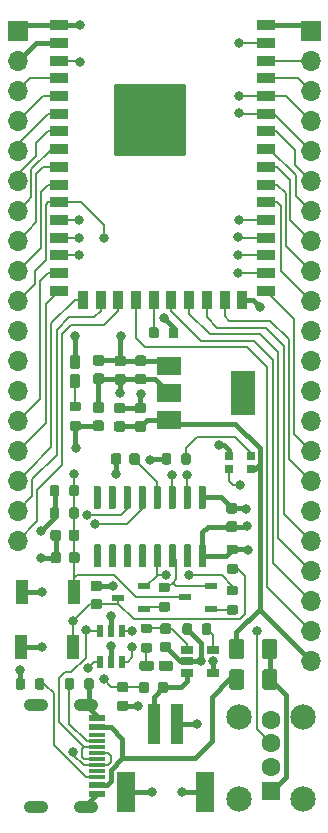
<source format=gbr>
%TF.GenerationSoftware,KiCad,Pcbnew,5.1.5+dfsg1-2build2*%
%TF.CreationDate,2021-06-08T17:36:11+05:30*%
%TF.ProjectId,ESP32-S2,45535033-322d-4533-922e-6b696361645f,rev?*%
%TF.SameCoordinates,Original*%
%TF.FileFunction,Copper,L1,Top*%
%TF.FilePolarity,Positive*%
%FSLAX46Y46*%
G04 Gerber Fmt 4.6, Leading zero omitted, Abs format (unit mm)*
G04 Created by KiCad (PCBNEW 5.1.5+dfsg1-2build2) date 2021-06-08 17:36:11*
%MOMM*%
%LPD*%
G04 APERTURE LIST*
%ADD10R,1.100000X1.100000*%
%ADD11R,1.500000X0.900000*%
%ADD12R,0.900000X1.500000*%
%ADD13R,1.060000X0.650000*%
%ADD14O,2.100000X1.050000*%
%ADD15R,1.450000X0.600000*%
%ADD16R,1.450000X0.300000*%
%ADD17C,0.100000*%
%ADD18R,1.050000X0.600000*%
%ADD19R,1.500000X3.400000*%
%ADD20R,1.000000X3.500000*%
%ADD21R,0.700000X0.700000*%
%ADD22R,0.600000X1.125000*%
%ADD23C,2.150000*%
%ADD24R,1.600000X1.600000*%
%ADD25C,1.600000*%
%ADD26O,1.700000X1.700000*%
%ADD27R,1.700000X1.700000*%
%ADD28R,1.000000X2.000000*%
%ADD29R,2.000000X1.500000*%
%ADD30R,2.000000X3.800000*%
%ADD31C,0.800000*%
%ADD32C,0.400000*%
%ADD33C,0.200000*%
%ADD34C,0.254000*%
G04 APERTURE END LIST*
D10*
X148010000Y-74750000D03*
X149510000Y-74750000D03*
X151010000Y-74750000D03*
X151010000Y-76250000D03*
X151010000Y-77750000D03*
X149510000Y-77750000D03*
X148010000Y-77750000D03*
X148010000Y-76250000D03*
X149510000Y-76250000D03*
D11*
X159450000Y-68200000D03*
X159450000Y-69700000D03*
X159450000Y-71200000D03*
X159450000Y-72700000D03*
X159450000Y-74200000D03*
X159450000Y-75700000D03*
X159450000Y-77200000D03*
X159450000Y-78700000D03*
X159450000Y-80200000D03*
X159450000Y-81700000D03*
X159450000Y-83200000D03*
X159450000Y-84700000D03*
X159450000Y-86200000D03*
X159450000Y-87700000D03*
X159450000Y-89200000D03*
X159450000Y-90700000D03*
D12*
X157450000Y-91450000D03*
X155950000Y-91450000D03*
X154450000Y-91450000D03*
X152950000Y-91450000D03*
X151450000Y-91450000D03*
X149950000Y-91450000D03*
X148450000Y-91450000D03*
X146950000Y-91450000D03*
X145450000Y-91450000D03*
X143950000Y-91450000D03*
D11*
X141950000Y-90700000D03*
X141950000Y-89200000D03*
X141950000Y-87700000D03*
X141950000Y-86200000D03*
X141950000Y-84700000D03*
X141950000Y-83200000D03*
X141950000Y-81700000D03*
X141950000Y-80200000D03*
X141950000Y-78700000D03*
X141950000Y-77200000D03*
X141950000Y-75700000D03*
X141950000Y-74200000D03*
X141950000Y-72700000D03*
X141950000Y-71200000D03*
X141950000Y-69700000D03*
X141950000Y-68200000D03*
D13*
X154967200Y-121110500D03*
X154967200Y-123010500D03*
X152767200Y-123010500D03*
X152767200Y-122060500D03*
X152767200Y-121110500D03*
D14*
X140024200Y-134394200D03*
X140024200Y-125754200D03*
X144204200Y-134394200D03*
X144204200Y-125754200D03*
D15*
X145119200Y-133324200D03*
X145119200Y-132524200D03*
D16*
X145119200Y-131824200D03*
X145119200Y-131324200D03*
X145119200Y-130824200D03*
X145119200Y-130324200D03*
X145119200Y-128324200D03*
X145119200Y-128824200D03*
X145119200Y-129324200D03*
X145119200Y-129824200D03*
D15*
X145119200Y-127624200D03*
X145119200Y-126824200D03*
%TA.AperFunction,SMDPad,CuDef*%
D17*
G36*
X157375204Y-122723404D02*
G01*
X157399473Y-122727004D01*
X157423271Y-122732965D01*
X157446371Y-122741230D01*
X157468549Y-122751720D01*
X157489593Y-122764333D01*
X157509298Y-122778947D01*
X157527477Y-122795423D01*
X157543953Y-122813602D01*
X157558567Y-122833307D01*
X157571180Y-122854351D01*
X157581670Y-122876529D01*
X157589935Y-122899629D01*
X157595896Y-122923427D01*
X157599496Y-122947696D01*
X157600700Y-122972200D01*
X157600700Y-124222200D01*
X157599496Y-124246704D01*
X157595896Y-124270973D01*
X157589935Y-124294771D01*
X157581670Y-124317871D01*
X157571180Y-124340049D01*
X157558567Y-124361093D01*
X157543953Y-124380798D01*
X157527477Y-124398977D01*
X157509298Y-124415453D01*
X157489593Y-124430067D01*
X157468549Y-124442680D01*
X157446371Y-124453170D01*
X157423271Y-124461435D01*
X157399473Y-124467396D01*
X157375204Y-124470996D01*
X157350700Y-124472200D01*
X156600700Y-124472200D01*
X156576196Y-124470996D01*
X156551927Y-124467396D01*
X156528129Y-124461435D01*
X156505029Y-124453170D01*
X156482851Y-124442680D01*
X156461807Y-124430067D01*
X156442102Y-124415453D01*
X156423923Y-124398977D01*
X156407447Y-124380798D01*
X156392833Y-124361093D01*
X156380220Y-124340049D01*
X156369730Y-124317871D01*
X156361465Y-124294771D01*
X156355504Y-124270973D01*
X156351904Y-124246704D01*
X156350700Y-124222200D01*
X156350700Y-122972200D01*
X156351904Y-122947696D01*
X156355504Y-122923427D01*
X156361465Y-122899629D01*
X156369730Y-122876529D01*
X156380220Y-122854351D01*
X156392833Y-122833307D01*
X156407447Y-122813602D01*
X156423923Y-122795423D01*
X156442102Y-122778947D01*
X156461807Y-122764333D01*
X156482851Y-122751720D01*
X156505029Y-122741230D01*
X156528129Y-122732965D01*
X156551927Y-122727004D01*
X156576196Y-122723404D01*
X156600700Y-122722200D01*
X157350700Y-122722200D01*
X157375204Y-122723404D01*
G37*
%TD.AperFunction*%
%TA.AperFunction,SMDPad,CuDef*%
G36*
X160175204Y-122723404D02*
G01*
X160199473Y-122727004D01*
X160223271Y-122732965D01*
X160246371Y-122741230D01*
X160268549Y-122751720D01*
X160289593Y-122764333D01*
X160309298Y-122778947D01*
X160327477Y-122795423D01*
X160343953Y-122813602D01*
X160358567Y-122833307D01*
X160371180Y-122854351D01*
X160381670Y-122876529D01*
X160389935Y-122899629D01*
X160395896Y-122923427D01*
X160399496Y-122947696D01*
X160400700Y-122972200D01*
X160400700Y-124222200D01*
X160399496Y-124246704D01*
X160395896Y-124270973D01*
X160389935Y-124294771D01*
X160381670Y-124317871D01*
X160371180Y-124340049D01*
X160358567Y-124361093D01*
X160343953Y-124380798D01*
X160327477Y-124398977D01*
X160309298Y-124415453D01*
X160289593Y-124430067D01*
X160268549Y-124442680D01*
X160246371Y-124453170D01*
X160223271Y-124461435D01*
X160199473Y-124467396D01*
X160175204Y-124470996D01*
X160150700Y-124472200D01*
X159400700Y-124472200D01*
X159376196Y-124470996D01*
X159351927Y-124467396D01*
X159328129Y-124461435D01*
X159305029Y-124453170D01*
X159282851Y-124442680D01*
X159261807Y-124430067D01*
X159242102Y-124415453D01*
X159223923Y-124398977D01*
X159207447Y-124380798D01*
X159192833Y-124361093D01*
X159180220Y-124340049D01*
X159169730Y-124317871D01*
X159161465Y-124294771D01*
X159155504Y-124270973D01*
X159151904Y-124246704D01*
X159150700Y-124222200D01*
X159150700Y-122972200D01*
X159151904Y-122947696D01*
X159155504Y-122923427D01*
X159161465Y-122899629D01*
X159169730Y-122876529D01*
X159180220Y-122854351D01*
X159192833Y-122833307D01*
X159207447Y-122813602D01*
X159223923Y-122795423D01*
X159242102Y-122778947D01*
X159261807Y-122764333D01*
X159282851Y-122751720D01*
X159305029Y-122741230D01*
X159328129Y-122732965D01*
X159351927Y-122727004D01*
X159376196Y-122723404D01*
X159400700Y-122722200D01*
X160150700Y-122722200D01*
X160175204Y-122723404D01*
G37*
%TD.AperFunction*%
%TA.AperFunction,SMDPad,CuDef*%
G36*
X141781003Y-107133863D02*
G01*
X141800418Y-107136743D01*
X141819457Y-107141512D01*
X141837937Y-107148124D01*
X141855679Y-107156516D01*
X141872514Y-107166606D01*
X141888279Y-107178298D01*
X141902821Y-107191479D01*
X141916002Y-107206021D01*
X141927694Y-107221786D01*
X141937784Y-107238621D01*
X141946176Y-107256363D01*
X141952788Y-107274843D01*
X141957557Y-107293882D01*
X141960437Y-107313297D01*
X141961400Y-107332900D01*
X141961400Y-107882900D01*
X141960437Y-107902503D01*
X141957557Y-107921918D01*
X141952788Y-107940957D01*
X141946176Y-107959437D01*
X141937784Y-107977179D01*
X141927694Y-107994014D01*
X141916002Y-108009779D01*
X141902821Y-108024321D01*
X141888279Y-108037502D01*
X141872514Y-108049194D01*
X141855679Y-108059284D01*
X141837937Y-108067676D01*
X141819457Y-108074288D01*
X141800418Y-108079057D01*
X141781003Y-108081937D01*
X141761400Y-108082900D01*
X141361400Y-108082900D01*
X141341797Y-108081937D01*
X141322382Y-108079057D01*
X141303343Y-108074288D01*
X141284863Y-108067676D01*
X141267121Y-108059284D01*
X141250286Y-108049194D01*
X141234521Y-108037502D01*
X141219979Y-108024321D01*
X141206798Y-108009779D01*
X141195106Y-107994014D01*
X141185016Y-107977179D01*
X141176624Y-107959437D01*
X141170012Y-107940957D01*
X141165243Y-107921918D01*
X141162363Y-107902503D01*
X141161400Y-107882900D01*
X141161400Y-107332900D01*
X141162363Y-107313297D01*
X141165243Y-107293882D01*
X141170012Y-107274843D01*
X141176624Y-107256363D01*
X141185016Y-107238621D01*
X141195106Y-107221786D01*
X141206798Y-107206021D01*
X141219979Y-107191479D01*
X141234521Y-107178298D01*
X141250286Y-107166606D01*
X141267121Y-107156516D01*
X141284863Y-107148124D01*
X141303343Y-107141512D01*
X141322382Y-107136743D01*
X141341797Y-107133863D01*
X141361400Y-107132900D01*
X141761400Y-107132900D01*
X141781003Y-107133863D01*
G37*
%TD.AperFunction*%
%TA.AperFunction,SMDPad,CuDef*%
G36*
X143431003Y-107133863D02*
G01*
X143450418Y-107136743D01*
X143469457Y-107141512D01*
X143487937Y-107148124D01*
X143505679Y-107156516D01*
X143522514Y-107166606D01*
X143538279Y-107178298D01*
X143552821Y-107191479D01*
X143566002Y-107206021D01*
X143577694Y-107221786D01*
X143587784Y-107238621D01*
X143596176Y-107256363D01*
X143602788Y-107274843D01*
X143607557Y-107293882D01*
X143610437Y-107313297D01*
X143611400Y-107332900D01*
X143611400Y-107882900D01*
X143610437Y-107902503D01*
X143607557Y-107921918D01*
X143602788Y-107940957D01*
X143596176Y-107959437D01*
X143587784Y-107977179D01*
X143577694Y-107994014D01*
X143566002Y-108009779D01*
X143552821Y-108024321D01*
X143538279Y-108037502D01*
X143522514Y-108049194D01*
X143505679Y-108059284D01*
X143487937Y-108067676D01*
X143469457Y-108074288D01*
X143450418Y-108079057D01*
X143431003Y-108081937D01*
X143411400Y-108082900D01*
X143011400Y-108082900D01*
X142991797Y-108081937D01*
X142972382Y-108079057D01*
X142953343Y-108074288D01*
X142934863Y-108067676D01*
X142917121Y-108059284D01*
X142900286Y-108049194D01*
X142884521Y-108037502D01*
X142869979Y-108024321D01*
X142856798Y-108009779D01*
X142845106Y-107994014D01*
X142835016Y-107977179D01*
X142826624Y-107959437D01*
X142820012Y-107940957D01*
X142815243Y-107921918D01*
X142812363Y-107902503D01*
X142811400Y-107882900D01*
X142811400Y-107332900D01*
X142812363Y-107313297D01*
X142815243Y-107293882D01*
X142820012Y-107274843D01*
X142826624Y-107256363D01*
X142835016Y-107238621D01*
X142845106Y-107221786D01*
X142856798Y-107206021D01*
X142869979Y-107191479D01*
X142884521Y-107178298D01*
X142900286Y-107166606D01*
X142917121Y-107156516D01*
X142934863Y-107148124D01*
X142953343Y-107141512D01*
X142972382Y-107136743D01*
X142991797Y-107133863D01*
X143011400Y-107132900D01*
X143411400Y-107132900D01*
X143431003Y-107133863D01*
G37*
%TD.AperFunction*%
%TA.AperFunction,SMDPad,CuDef*%
G36*
X151404829Y-122004823D02*
G01*
X151425457Y-122007883D01*
X151445685Y-122012950D01*
X151465320Y-122019976D01*
X151484172Y-122028892D01*
X151502059Y-122039613D01*
X151518809Y-122052035D01*
X151534260Y-122066040D01*
X151548265Y-122081491D01*
X151560687Y-122098241D01*
X151571408Y-122116128D01*
X151580324Y-122134980D01*
X151587350Y-122154615D01*
X151592417Y-122174843D01*
X151595477Y-122195471D01*
X151596500Y-122216300D01*
X151596500Y-122641300D01*
X151595477Y-122662129D01*
X151592417Y-122682757D01*
X151587350Y-122702985D01*
X151580324Y-122722620D01*
X151571408Y-122741472D01*
X151560687Y-122759359D01*
X151548265Y-122776109D01*
X151534260Y-122791560D01*
X151518809Y-122805565D01*
X151502059Y-122817987D01*
X151484172Y-122828708D01*
X151465320Y-122837624D01*
X151445685Y-122844650D01*
X151425457Y-122849717D01*
X151404829Y-122852777D01*
X151384000Y-122853800D01*
X150584000Y-122853800D01*
X150563171Y-122852777D01*
X150542543Y-122849717D01*
X150522315Y-122844650D01*
X150502680Y-122837624D01*
X150483828Y-122828708D01*
X150465941Y-122817987D01*
X150449191Y-122805565D01*
X150433740Y-122791560D01*
X150419735Y-122776109D01*
X150407313Y-122759359D01*
X150396592Y-122741472D01*
X150387676Y-122722620D01*
X150380650Y-122702985D01*
X150375583Y-122682757D01*
X150372523Y-122662129D01*
X150371500Y-122641300D01*
X150371500Y-122216300D01*
X150372523Y-122195471D01*
X150375583Y-122174843D01*
X150380650Y-122154615D01*
X150387676Y-122134980D01*
X150396592Y-122116128D01*
X150407313Y-122098241D01*
X150419735Y-122081491D01*
X150433740Y-122066040D01*
X150449191Y-122052035D01*
X150465941Y-122039613D01*
X150483828Y-122028892D01*
X150502680Y-122019976D01*
X150522315Y-122012950D01*
X150542543Y-122007883D01*
X150563171Y-122004823D01*
X150584000Y-122003800D01*
X151384000Y-122003800D01*
X151404829Y-122004823D01*
G37*
%TD.AperFunction*%
%TA.AperFunction,SMDPad,CuDef*%
G36*
X149779829Y-122004823D02*
G01*
X149800457Y-122007883D01*
X149820685Y-122012950D01*
X149840320Y-122019976D01*
X149859172Y-122028892D01*
X149877059Y-122039613D01*
X149893809Y-122052035D01*
X149909260Y-122066040D01*
X149923265Y-122081491D01*
X149935687Y-122098241D01*
X149946408Y-122116128D01*
X149955324Y-122134980D01*
X149962350Y-122154615D01*
X149967417Y-122174843D01*
X149970477Y-122195471D01*
X149971500Y-122216300D01*
X149971500Y-122641300D01*
X149970477Y-122662129D01*
X149967417Y-122682757D01*
X149962350Y-122702985D01*
X149955324Y-122722620D01*
X149946408Y-122741472D01*
X149935687Y-122759359D01*
X149923265Y-122776109D01*
X149909260Y-122791560D01*
X149893809Y-122805565D01*
X149877059Y-122817987D01*
X149859172Y-122828708D01*
X149840320Y-122837624D01*
X149820685Y-122844650D01*
X149800457Y-122849717D01*
X149779829Y-122852777D01*
X149759000Y-122853800D01*
X148959000Y-122853800D01*
X148938171Y-122852777D01*
X148917543Y-122849717D01*
X148897315Y-122844650D01*
X148877680Y-122837624D01*
X148858828Y-122828708D01*
X148840941Y-122817987D01*
X148824191Y-122805565D01*
X148808740Y-122791560D01*
X148794735Y-122776109D01*
X148782313Y-122759359D01*
X148771592Y-122741472D01*
X148762676Y-122722620D01*
X148755650Y-122702985D01*
X148750583Y-122682757D01*
X148747523Y-122662129D01*
X148746500Y-122641300D01*
X148746500Y-122216300D01*
X148747523Y-122195471D01*
X148750583Y-122174843D01*
X148755650Y-122154615D01*
X148762676Y-122134980D01*
X148771592Y-122116128D01*
X148782313Y-122098241D01*
X148794735Y-122081491D01*
X148808740Y-122066040D01*
X148824191Y-122052035D01*
X148840941Y-122039613D01*
X148858828Y-122028892D01*
X148877680Y-122019976D01*
X148897315Y-122012950D01*
X148917543Y-122007883D01*
X148938171Y-122004823D01*
X148959000Y-122003800D01*
X149759000Y-122003800D01*
X149779829Y-122004823D01*
G37*
%TD.AperFunction*%
D18*
X146912500Y-116675700D03*
X149112500Y-115725700D03*
X149112500Y-117625700D03*
X152614800Y-116650300D03*
X154814800Y-115700300D03*
X154814800Y-117600300D03*
%TA.AperFunction,SMDPad,CuDef*%
D17*
G36*
X147612011Y-125385893D02*
G01*
X147633246Y-125389043D01*
X147654070Y-125394259D01*
X147674282Y-125401491D01*
X147693688Y-125410670D01*
X147712101Y-125421706D01*
X147729344Y-125434494D01*
X147745250Y-125448910D01*
X147759666Y-125464816D01*
X147772454Y-125482059D01*
X147783490Y-125500472D01*
X147792669Y-125519878D01*
X147799901Y-125540090D01*
X147805117Y-125560914D01*
X147808267Y-125582149D01*
X147809320Y-125603590D01*
X147809320Y-126041090D01*
X147808267Y-126062531D01*
X147805117Y-126083766D01*
X147799901Y-126104590D01*
X147792669Y-126124802D01*
X147783490Y-126144208D01*
X147772454Y-126162621D01*
X147759666Y-126179864D01*
X147745250Y-126195770D01*
X147729344Y-126210186D01*
X147712101Y-126222974D01*
X147693688Y-126234010D01*
X147674282Y-126243189D01*
X147654070Y-126250421D01*
X147633246Y-126255637D01*
X147612011Y-126258787D01*
X147590570Y-126259840D01*
X147078070Y-126259840D01*
X147056629Y-126258787D01*
X147035394Y-126255637D01*
X147014570Y-126250421D01*
X146994358Y-126243189D01*
X146974952Y-126234010D01*
X146956539Y-126222974D01*
X146939296Y-126210186D01*
X146923390Y-126195770D01*
X146908974Y-126179864D01*
X146896186Y-126162621D01*
X146885150Y-126144208D01*
X146875971Y-126124802D01*
X146868739Y-126104590D01*
X146863523Y-126083766D01*
X146860373Y-126062531D01*
X146859320Y-126041090D01*
X146859320Y-125603590D01*
X146860373Y-125582149D01*
X146863523Y-125560914D01*
X146868739Y-125540090D01*
X146875971Y-125519878D01*
X146885150Y-125500472D01*
X146896186Y-125482059D01*
X146908974Y-125464816D01*
X146923390Y-125448910D01*
X146939296Y-125434494D01*
X146956539Y-125421706D01*
X146974952Y-125410670D01*
X146994358Y-125401491D01*
X147014570Y-125394259D01*
X147035394Y-125389043D01*
X147056629Y-125385893D01*
X147078070Y-125384840D01*
X147590570Y-125384840D01*
X147612011Y-125385893D01*
G37*
%TD.AperFunction*%
%TA.AperFunction,SMDPad,CuDef*%
G36*
X147612011Y-123810893D02*
G01*
X147633246Y-123814043D01*
X147654070Y-123819259D01*
X147674282Y-123826491D01*
X147693688Y-123835670D01*
X147712101Y-123846706D01*
X147729344Y-123859494D01*
X147745250Y-123873910D01*
X147759666Y-123889816D01*
X147772454Y-123907059D01*
X147783490Y-123925472D01*
X147792669Y-123944878D01*
X147799901Y-123965090D01*
X147805117Y-123985914D01*
X147808267Y-124007149D01*
X147809320Y-124028590D01*
X147809320Y-124466090D01*
X147808267Y-124487531D01*
X147805117Y-124508766D01*
X147799901Y-124529590D01*
X147792669Y-124549802D01*
X147783490Y-124569208D01*
X147772454Y-124587621D01*
X147759666Y-124604864D01*
X147745250Y-124620770D01*
X147729344Y-124635186D01*
X147712101Y-124647974D01*
X147693688Y-124659010D01*
X147674282Y-124668189D01*
X147654070Y-124675421D01*
X147633246Y-124680637D01*
X147612011Y-124683787D01*
X147590570Y-124684840D01*
X147078070Y-124684840D01*
X147056629Y-124683787D01*
X147035394Y-124680637D01*
X147014570Y-124675421D01*
X146994358Y-124668189D01*
X146974952Y-124659010D01*
X146956539Y-124647974D01*
X146939296Y-124635186D01*
X146923390Y-124620770D01*
X146908974Y-124604864D01*
X146896186Y-124587621D01*
X146885150Y-124569208D01*
X146875971Y-124549802D01*
X146868739Y-124529590D01*
X146863523Y-124508766D01*
X146860373Y-124487531D01*
X146859320Y-124466090D01*
X146859320Y-124028590D01*
X146860373Y-124007149D01*
X146863523Y-123985914D01*
X146868739Y-123965090D01*
X146875971Y-123944878D01*
X146885150Y-123925472D01*
X146896186Y-123907059D01*
X146908974Y-123889816D01*
X146923390Y-123873910D01*
X146939296Y-123859494D01*
X146956539Y-123846706D01*
X146974952Y-123835670D01*
X146994358Y-123826491D01*
X147014570Y-123819259D01*
X147035394Y-123814043D01*
X147056629Y-123810893D01*
X147078070Y-123809840D01*
X147590570Y-123809840D01*
X147612011Y-123810893D01*
G37*
%TD.AperFunction*%
%TA.AperFunction,SMDPad,CuDef*%
G36*
X149390511Y-123803973D02*
G01*
X149411746Y-123807123D01*
X149432570Y-123812339D01*
X149452782Y-123819571D01*
X149472188Y-123828750D01*
X149490601Y-123839786D01*
X149507844Y-123852574D01*
X149523750Y-123866990D01*
X149538166Y-123882896D01*
X149550954Y-123900139D01*
X149561990Y-123918552D01*
X149571169Y-123937958D01*
X149578401Y-123958170D01*
X149583617Y-123978994D01*
X149586767Y-124000229D01*
X149587820Y-124021670D01*
X149587820Y-124534170D01*
X149586767Y-124555611D01*
X149583617Y-124576846D01*
X149578401Y-124597670D01*
X149571169Y-124617882D01*
X149561990Y-124637288D01*
X149550954Y-124655701D01*
X149538166Y-124672944D01*
X149523750Y-124688850D01*
X149507844Y-124703266D01*
X149490601Y-124716054D01*
X149472188Y-124727090D01*
X149452782Y-124736269D01*
X149432570Y-124743501D01*
X149411746Y-124748717D01*
X149390511Y-124751867D01*
X149369070Y-124752920D01*
X148931570Y-124752920D01*
X148910129Y-124751867D01*
X148888894Y-124748717D01*
X148868070Y-124743501D01*
X148847858Y-124736269D01*
X148828452Y-124727090D01*
X148810039Y-124716054D01*
X148792796Y-124703266D01*
X148776890Y-124688850D01*
X148762474Y-124672944D01*
X148749686Y-124655701D01*
X148738650Y-124637288D01*
X148729471Y-124617882D01*
X148722239Y-124597670D01*
X148717023Y-124576846D01*
X148713873Y-124555611D01*
X148712820Y-124534170D01*
X148712820Y-124021670D01*
X148713873Y-124000229D01*
X148717023Y-123978994D01*
X148722239Y-123958170D01*
X148729471Y-123937958D01*
X148738650Y-123918552D01*
X148749686Y-123900139D01*
X148762474Y-123882896D01*
X148776890Y-123866990D01*
X148792796Y-123852574D01*
X148810039Y-123839786D01*
X148828452Y-123828750D01*
X148847858Y-123819571D01*
X148868070Y-123812339D01*
X148888894Y-123807123D01*
X148910129Y-123803973D01*
X148931570Y-123802920D01*
X149369070Y-123802920D01*
X149390511Y-123803973D01*
G37*
%TD.AperFunction*%
%TA.AperFunction,SMDPad,CuDef*%
G36*
X150965511Y-123803973D02*
G01*
X150986746Y-123807123D01*
X151007570Y-123812339D01*
X151027782Y-123819571D01*
X151047188Y-123828750D01*
X151065601Y-123839786D01*
X151082844Y-123852574D01*
X151098750Y-123866990D01*
X151113166Y-123882896D01*
X151125954Y-123900139D01*
X151136990Y-123918552D01*
X151146169Y-123937958D01*
X151153401Y-123958170D01*
X151158617Y-123978994D01*
X151161767Y-124000229D01*
X151162820Y-124021670D01*
X151162820Y-124534170D01*
X151161767Y-124555611D01*
X151158617Y-124576846D01*
X151153401Y-124597670D01*
X151146169Y-124617882D01*
X151136990Y-124637288D01*
X151125954Y-124655701D01*
X151113166Y-124672944D01*
X151098750Y-124688850D01*
X151082844Y-124703266D01*
X151065601Y-124716054D01*
X151047188Y-124727090D01*
X151027782Y-124736269D01*
X151007570Y-124743501D01*
X150986746Y-124748717D01*
X150965511Y-124751867D01*
X150944070Y-124752920D01*
X150506570Y-124752920D01*
X150485129Y-124751867D01*
X150463894Y-124748717D01*
X150443070Y-124743501D01*
X150422858Y-124736269D01*
X150403452Y-124727090D01*
X150385039Y-124716054D01*
X150367796Y-124703266D01*
X150351890Y-124688850D01*
X150337474Y-124672944D01*
X150324686Y-124655701D01*
X150313650Y-124637288D01*
X150304471Y-124617882D01*
X150297239Y-124597670D01*
X150292023Y-124576846D01*
X150288873Y-124555611D01*
X150287820Y-124534170D01*
X150287820Y-124021670D01*
X150288873Y-124000229D01*
X150292023Y-123978994D01*
X150297239Y-123958170D01*
X150304471Y-123937958D01*
X150313650Y-123918552D01*
X150324686Y-123900139D01*
X150337474Y-123882896D01*
X150351890Y-123866990D01*
X150367796Y-123852574D01*
X150385039Y-123839786D01*
X150403452Y-123828750D01*
X150422858Y-123819571D01*
X150443070Y-123812339D01*
X150463894Y-123807123D01*
X150485129Y-123803973D01*
X150506570Y-123802920D01*
X150944070Y-123802920D01*
X150965511Y-123803973D01*
G37*
%TD.AperFunction*%
D19*
X147596200Y-133157200D03*
X154296200Y-133157200D03*
D20*
X149946200Y-127407200D03*
X151946200Y-127407200D03*
D21*
X156350720Y-105777920D03*
X156350720Y-104677920D03*
X158180720Y-104677920D03*
X158180720Y-105777920D03*
%TA.AperFunction,SMDPad,CuDef*%
D17*
G36*
X151236591Y-120430353D02*
G01*
X151257826Y-120433503D01*
X151278650Y-120438719D01*
X151298862Y-120445951D01*
X151318268Y-120455130D01*
X151336681Y-120466166D01*
X151353924Y-120478954D01*
X151369830Y-120493370D01*
X151384246Y-120509276D01*
X151397034Y-120526519D01*
X151408070Y-120544932D01*
X151417249Y-120564338D01*
X151424481Y-120584550D01*
X151429697Y-120605374D01*
X151432847Y-120626609D01*
X151433900Y-120648050D01*
X151433900Y-121085550D01*
X151432847Y-121106991D01*
X151429697Y-121128226D01*
X151424481Y-121149050D01*
X151417249Y-121169262D01*
X151408070Y-121188668D01*
X151397034Y-121207081D01*
X151384246Y-121224324D01*
X151369830Y-121240230D01*
X151353924Y-121254646D01*
X151336681Y-121267434D01*
X151318268Y-121278470D01*
X151298862Y-121287649D01*
X151278650Y-121294881D01*
X151257826Y-121300097D01*
X151236591Y-121303247D01*
X151215150Y-121304300D01*
X150702650Y-121304300D01*
X150681209Y-121303247D01*
X150659974Y-121300097D01*
X150639150Y-121294881D01*
X150618938Y-121287649D01*
X150599532Y-121278470D01*
X150581119Y-121267434D01*
X150563876Y-121254646D01*
X150547970Y-121240230D01*
X150533554Y-121224324D01*
X150520766Y-121207081D01*
X150509730Y-121188668D01*
X150500551Y-121169262D01*
X150493319Y-121149050D01*
X150488103Y-121128226D01*
X150484953Y-121106991D01*
X150483900Y-121085550D01*
X150483900Y-120648050D01*
X150484953Y-120626609D01*
X150488103Y-120605374D01*
X150493319Y-120584550D01*
X150500551Y-120564338D01*
X150509730Y-120544932D01*
X150520766Y-120526519D01*
X150533554Y-120509276D01*
X150547970Y-120493370D01*
X150563876Y-120478954D01*
X150581119Y-120466166D01*
X150599532Y-120455130D01*
X150618938Y-120445951D01*
X150639150Y-120438719D01*
X150659974Y-120433503D01*
X150681209Y-120430353D01*
X150702650Y-120429300D01*
X151215150Y-120429300D01*
X151236591Y-120430353D01*
G37*
%TD.AperFunction*%
%TA.AperFunction,SMDPad,CuDef*%
G36*
X151236591Y-118855353D02*
G01*
X151257826Y-118858503D01*
X151278650Y-118863719D01*
X151298862Y-118870951D01*
X151318268Y-118880130D01*
X151336681Y-118891166D01*
X151353924Y-118903954D01*
X151369830Y-118918370D01*
X151384246Y-118934276D01*
X151397034Y-118951519D01*
X151408070Y-118969932D01*
X151417249Y-118989338D01*
X151424481Y-119009550D01*
X151429697Y-119030374D01*
X151432847Y-119051609D01*
X151433900Y-119073050D01*
X151433900Y-119510550D01*
X151432847Y-119531991D01*
X151429697Y-119553226D01*
X151424481Y-119574050D01*
X151417249Y-119594262D01*
X151408070Y-119613668D01*
X151397034Y-119632081D01*
X151384246Y-119649324D01*
X151369830Y-119665230D01*
X151353924Y-119679646D01*
X151336681Y-119692434D01*
X151318268Y-119703470D01*
X151298862Y-119712649D01*
X151278650Y-119719881D01*
X151257826Y-119725097D01*
X151236591Y-119728247D01*
X151215150Y-119729300D01*
X150702650Y-119729300D01*
X150681209Y-119728247D01*
X150659974Y-119725097D01*
X150639150Y-119719881D01*
X150618938Y-119712649D01*
X150599532Y-119703470D01*
X150581119Y-119692434D01*
X150563876Y-119679646D01*
X150547970Y-119665230D01*
X150533554Y-119649324D01*
X150520766Y-119632081D01*
X150509730Y-119613668D01*
X150500551Y-119594262D01*
X150493319Y-119574050D01*
X150488103Y-119553226D01*
X150484953Y-119531991D01*
X150483900Y-119510550D01*
X150483900Y-119073050D01*
X150484953Y-119051609D01*
X150488103Y-119030374D01*
X150493319Y-119009550D01*
X150500551Y-118989338D01*
X150509730Y-118969932D01*
X150520766Y-118951519D01*
X150533554Y-118934276D01*
X150547970Y-118918370D01*
X150563876Y-118903954D01*
X150581119Y-118891166D01*
X150599532Y-118880130D01*
X150618938Y-118870951D01*
X150639150Y-118863719D01*
X150659974Y-118858503D01*
X150681209Y-118855353D01*
X150702650Y-118854300D01*
X151215150Y-118854300D01*
X151236591Y-118855353D01*
G37*
%TD.AperFunction*%
D22*
X147286100Y-122089800D03*
X146336100Y-122089800D03*
X145386100Y-122089800D03*
X145386100Y-119465800D03*
X146336100Y-119465800D03*
X147286100Y-119465800D03*
D23*
X157192400Y-133750600D03*
X157192400Y-126750600D03*
X162632400Y-126750600D03*
X162632400Y-133750600D03*
D24*
X159912400Y-133020600D03*
D25*
X159912400Y-131020600D03*
X159912400Y-129020600D03*
X159912400Y-127020600D03*
%TA.AperFunction,SMDPad,CuDef*%
D17*
G36*
X151255203Y-104454163D02*
G01*
X151274618Y-104457043D01*
X151293657Y-104461812D01*
X151312137Y-104468424D01*
X151329879Y-104476816D01*
X151346714Y-104486906D01*
X151362479Y-104498598D01*
X151377021Y-104511779D01*
X151390202Y-104526321D01*
X151401894Y-104542086D01*
X151411984Y-104558921D01*
X151420376Y-104576663D01*
X151426988Y-104595143D01*
X151431757Y-104614182D01*
X151434637Y-104633597D01*
X151435600Y-104653200D01*
X151435600Y-105203200D01*
X151434637Y-105222803D01*
X151431757Y-105242218D01*
X151426988Y-105261257D01*
X151420376Y-105279737D01*
X151411984Y-105297479D01*
X151401894Y-105314314D01*
X151390202Y-105330079D01*
X151377021Y-105344621D01*
X151362479Y-105357802D01*
X151346714Y-105369494D01*
X151329879Y-105379584D01*
X151312137Y-105387976D01*
X151293657Y-105394588D01*
X151274618Y-105399357D01*
X151255203Y-105402237D01*
X151235600Y-105403200D01*
X150835600Y-105403200D01*
X150815997Y-105402237D01*
X150796582Y-105399357D01*
X150777543Y-105394588D01*
X150759063Y-105387976D01*
X150741321Y-105379584D01*
X150724486Y-105369494D01*
X150708721Y-105357802D01*
X150694179Y-105344621D01*
X150680998Y-105330079D01*
X150669306Y-105314314D01*
X150659216Y-105297479D01*
X150650824Y-105279737D01*
X150644212Y-105261257D01*
X150639443Y-105242218D01*
X150636563Y-105222803D01*
X150635600Y-105203200D01*
X150635600Y-104653200D01*
X150636563Y-104633597D01*
X150639443Y-104614182D01*
X150644212Y-104595143D01*
X150650824Y-104576663D01*
X150659216Y-104558921D01*
X150669306Y-104542086D01*
X150680998Y-104526321D01*
X150694179Y-104511779D01*
X150708721Y-104498598D01*
X150724486Y-104486906D01*
X150741321Y-104476816D01*
X150759063Y-104468424D01*
X150777543Y-104461812D01*
X150796582Y-104457043D01*
X150815997Y-104454163D01*
X150835600Y-104453200D01*
X151235600Y-104453200D01*
X151255203Y-104454163D01*
G37*
%TD.AperFunction*%
%TA.AperFunction,SMDPad,CuDef*%
G36*
X152905203Y-104454163D02*
G01*
X152924618Y-104457043D01*
X152943657Y-104461812D01*
X152962137Y-104468424D01*
X152979879Y-104476816D01*
X152996714Y-104486906D01*
X153012479Y-104498598D01*
X153027021Y-104511779D01*
X153040202Y-104526321D01*
X153051894Y-104542086D01*
X153061984Y-104558921D01*
X153070376Y-104576663D01*
X153076988Y-104595143D01*
X153081757Y-104614182D01*
X153084637Y-104633597D01*
X153085600Y-104653200D01*
X153085600Y-105203200D01*
X153084637Y-105222803D01*
X153081757Y-105242218D01*
X153076988Y-105261257D01*
X153070376Y-105279737D01*
X153061984Y-105297479D01*
X153051894Y-105314314D01*
X153040202Y-105330079D01*
X153027021Y-105344621D01*
X153012479Y-105357802D01*
X152996714Y-105369494D01*
X152979879Y-105379584D01*
X152962137Y-105387976D01*
X152943657Y-105394588D01*
X152924618Y-105399357D01*
X152905203Y-105402237D01*
X152885600Y-105403200D01*
X152485600Y-105403200D01*
X152465997Y-105402237D01*
X152446582Y-105399357D01*
X152427543Y-105394588D01*
X152409063Y-105387976D01*
X152391321Y-105379584D01*
X152374486Y-105369494D01*
X152358721Y-105357802D01*
X152344179Y-105344621D01*
X152330998Y-105330079D01*
X152319306Y-105314314D01*
X152309216Y-105297479D01*
X152300824Y-105279737D01*
X152294212Y-105261257D01*
X152289443Y-105242218D01*
X152286563Y-105222803D01*
X152285600Y-105203200D01*
X152285600Y-104653200D01*
X152286563Y-104633597D01*
X152289443Y-104614182D01*
X152294212Y-104595143D01*
X152300824Y-104576663D01*
X152309216Y-104558921D01*
X152319306Y-104542086D01*
X152330998Y-104526321D01*
X152344179Y-104511779D01*
X152358721Y-104498598D01*
X152374486Y-104486906D01*
X152391321Y-104476816D01*
X152409063Y-104468424D01*
X152427543Y-104461812D01*
X152446582Y-104457043D01*
X152465997Y-104454163D01*
X152485600Y-104453200D01*
X152885600Y-104453200D01*
X152905203Y-104454163D01*
G37*
%TD.AperFunction*%
%TA.AperFunction,SMDPad,CuDef*%
G36*
X149627903Y-118867963D02*
G01*
X149647318Y-118870843D01*
X149666357Y-118875612D01*
X149684837Y-118882224D01*
X149702579Y-118890616D01*
X149719414Y-118900706D01*
X149735179Y-118912398D01*
X149749721Y-118925579D01*
X149762902Y-118940121D01*
X149774594Y-118955886D01*
X149784684Y-118972721D01*
X149793076Y-118990463D01*
X149799688Y-119008943D01*
X149804457Y-119027982D01*
X149807337Y-119047397D01*
X149808300Y-119067000D01*
X149808300Y-119467000D01*
X149807337Y-119486603D01*
X149804457Y-119506018D01*
X149799688Y-119525057D01*
X149793076Y-119543537D01*
X149784684Y-119561279D01*
X149774594Y-119578114D01*
X149762902Y-119593879D01*
X149749721Y-119608421D01*
X149735179Y-119621602D01*
X149719414Y-119633294D01*
X149702579Y-119643384D01*
X149684837Y-119651776D01*
X149666357Y-119658388D01*
X149647318Y-119663157D01*
X149627903Y-119666037D01*
X149608300Y-119667000D01*
X149058300Y-119667000D01*
X149038697Y-119666037D01*
X149019282Y-119663157D01*
X149000243Y-119658388D01*
X148981763Y-119651776D01*
X148964021Y-119643384D01*
X148947186Y-119633294D01*
X148931421Y-119621602D01*
X148916879Y-119608421D01*
X148903698Y-119593879D01*
X148892006Y-119578114D01*
X148881916Y-119561279D01*
X148873524Y-119543537D01*
X148866912Y-119525057D01*
X148862143Y-119506018D01*
X148859263Y-119486603D01*
X148858300Y-119467000D01*
X148858300Y-119067000D01*
X148859263Y-119047397D01*
X148862143Y-119027982D01*
X148866912Y-119008943D01*
X148873524Y-118990463D01*
X148881916Y-118972721D01*
X148892006Y-118955886D01*
X148903698Y-118940121D01*
X148916879Y-118925579D01*
X148931421Y-118912398D01*
X148947186Y-118900706D01*
X148964021Y-118890616D01*
X148981763Y-118882224D01*
X149000243Y-118875612D01*
X149019282Y-118870843D01*
X149038697Y-118867963D01*
X149058300Y-118867000D01*
X149608300Y-118867000D01*
X149627903Y-118867963D01*
G37*
%TD.AperFunction*%
%TA.AperFunction,SMDPad,CuDef*%
G36*
X149627903Y-120517963D02*
G01*
X149647318Y-120520843D01*
X149666357Y-120525612D01*
X149684837Y-120532224D01*
X149702579Y-120540616D01*
X149719414Y-120550706D01*
X149735179Y-120562398D01*
X149749721Y-120575579D01*
X149762902Y-120590121D01*
X149774594Y-120605886D01*
X149784684Y-120622721D01*
X149793076Y-120640463D01*
X149799688Y-120658943D01*
X149804457Y-120677982D01*
X149807337Y-120697397D01*
X149808300Y-120717000D01*
X149808300Y-121117000D01*
X149807337Y-121136603D01*
X149804457Y-121156018D01*
X149799688Y-121175057D01*
X149793076Y-121193537D01*
X149784684Y-121211279D01*
X149774594Y-121228114D01*
X149762902Y-121243879D01*
X149749721Y-121258421D01*
X149735179Y-121271602D01*
X149719414Y-121283294D01*
X149702579Y-121293384D01*
X149684837Y-121301776D01*
X149666357Y-121308388D01*
X149647318Y-121313157D01*
X149627903Y-121316037D01*
X149608300Y-121317000D01*
X149058300Y-121317000D01*
X149038697Y-121316037D01*
X149019282Y-121313157D01*
X149000243Y-121308388D01*
X148981763Y-121301776D01*
X148964021Y-121293384D01*
X148947186Y-121283294D01*
X148931421Y-121271602D01*
X148916879Y-121258421D01*
X148903698Y-121243879D01*
X148892006Y-121228114D01*
X148881916Y-121211279D01*
X148873524Y-121193537D01*
X148866912Y-121175057D01*
X148862143Y-121156018D01*
X148859263Y-121136603D01*
X148858300Y-121117000D01*
X148858300Y-120717000D01*
X148859263Y-120697397D01*
X148862143Y-120677982D01*
X148866912Y-120658943D01*
X148873524Y-120640463D01*
X148881916Y-120622721D01*
X148892006Y-120605886D01*
X148903698Y-120590121D01*
X148916879Y-120575579D01*
X148931421Y-120562398D01*
X148947186Y-120550706D01*
X148964021Y-120540616D01*
X148981763Y-120532224D01*
X149000243Y-120525612D01*
X149019282Y-120520843D01*
X149038697Y-120517963D01*
X149058300Y-120517000D01*
X149608300Y-120517000D01*
X149627903Y-120517963D01*
G37*
%TD.AperFunction*%
%TA.AperFunction,SMDPad,CuDef*%
G36*
X153007803Y-118855963D02*
G01*
X153027218Y-118858843D01*
X153046257Y-118863612D01*
X153064737Y-118870224D01*
X153082479Y-118878616D01*
X153099314Y-118888706D01*
X153115079Y-118900398D01*
X153129621Y-118913579D01*
X153142802Y-118928121D01*
X153154494Y-118943886D01*
X153164584Y-118960721D01*
X153172976Y-118978463D01*
X153179588Y-118996943D01*
X153184357Y-119015982D01*
X153187237Y-119035397D01*
X153188200Y-119055000D01*
X153188200Y-119605000D01*
X153187237Y-119624603D01*
X153184357Y-119644018D01*
X153179588Y-119663057D01*
X153172976Y-119681537D01*
X153164584Y-119699279D01*
X153154494Y-119716114D01*
X153142802Y-119731879D01*
X153129621Y-119746421D01*
X153115079Y-119759602D01*
X153099314Y-119771294D01*
X153082479Y-119781384D01*
X153064737Y-119789776D01*
X153046257Y-119796388D01*
X153027218Y-119801157D01*
X153007803Y-119804037D01*
X152988200Y-119805000D01*
X152588200Y-119805000D01*
X152568597Y-119804037D01*
X152549182Y-119801157D01*
X152530143Y-119796388D01*
X152511663Y-119789776D01*
X152493921Y-119781384D01*
X152477086Y-119771294D01*
X152461321Y-119759602D01*
X152446779Y-119746421D01*
X152433598Y-119731879D01*
X152421906Y-119716114D01*
X152411816Y-119699279D01*
X152403424Y-119681537D01*
X152396812Y-119663057D01*
X152392043Y-119644018D01*
X152389163Y-119624603D01*
X152388200Y-119605000D01*
X152388200Y-119055000D01*
X152389163Y-119035397D01*
X152392043Y-119015982D01*
X152396812Y-118996943D01*
X152403424Y-118978463D01*
X152411816Y-118960721D01*
X152421906Y-118943886D01*
X152433598Y-118928121D01*
X152446779Y-118913579D01*
X152461321Y-118900398D01*
X152477086Y-118888706D01*
X152493921Y-118878616D01*
X152511663Y-118870224D01*
X152530143Y-118863612D01*
X152549182Y-118858843D01*
X152568597Y-118855963D01*
X152588200Y-118855000D01*
X152988200Y-118855000D01*
X153007803Y-118855963D01*
G37*
%TD.AperFunction*%
%TA.AperFunction,SMDPad,CuDef*%
G36*
X154657803Y-118855963D02*
G01*
X154677218Y-118858843D01*
X154696257Y-118863612D01*
X154714737Y-118870224D01*
X154732479Y-118878616D01*
X154749314Y-118888706D01*
X154765079Y-118900398D01*
X154779621Y-118913579D01*
X154792802Y-118928121D01*
X154804494Y-118943886D01*
X154814584Y-118960721D01*
X154822976Y-118978463D01*
X154829588Y-118996943D01*
X154834357Y-119015982D01*
X154837237Y-119035397D01*
X154838200Y-119055000D01*
X154838200Y-119605000D01*
X154837237Y-119624603D01*
X154834357Y-119644018D01*
X154829588Y-119663057D01*
X154822976Y-119681537D01*
X154814584Y-119699279D01*
X154804494Y-119716114D01*
X154792802Y-119731879D01*
X154779621Y-119746421D01*
X154765079Y-119759602D01*
X154749314Y-119771294D01*
X154732479Y-119781384D01*
X154714737Y-119789776D01*
X154696257Y-119796388D01*
X154677218Y-119801157D01*
X154657803Y-119804037D01*
X154638200Y-119805000D01*
X154238200Y-119805000D01*
X154218597Y-119804037D01*
X154199182Y-119801157D01*
X154180143Y-119796388D01*
X154161663Y-119789776D01*
X154143921Y-119781384D01*
X154127086Y-119771294D01*
X154111321Y-119759602D01*
X154096779Y-119746421D01*
X154083598Y-119731879D01*
X154071906Y-119716114D01*
X154061816Y-119699279D01*
X154053424Y-119681537D01*
X154046812Y-119663057D01*
X154042043Y-119644018D01*
X154039163Y-119624603D01*
X154038200Y-119605000D01*
X154038200Y-119055000D01*
X154039163Y-119035397D01*
X154042043Y-119015982D01*
X154046812Y-118996943D01*
X154053424Y-118978463D01*
X154061816Y-118960721D01*
X154071906Y-118943886D01*
X154083598Y-118928121D01*
X154096779Y-118913579D01*
X154111321Y-118900398D01*
X154127086Y-118888706D01*
X154143921Y-118878616D01*
X154161663Y-118870224D01*
X154180143Y-118863612D01*
X154199182Y-118858843D01*
X154218597Y-118855963D01*
X154238200Y-118855000D01*
X154638200Y-118855000D01*
X154657803Y-118855963D01*
G37*
%TD.AperFunction*%
%TA.AperFunction,SMDPad,CuDef*%
G36*
X147382854Y-97735883D02*
G01*
X147404695Y-97739123D01*
X147426114Y-97744488D01*
X147446904Y-97751927D01*
X147466864Y-97761368D01*
X147485803Y-97772719D01*
X147503538Y-97785873D01*
X147519899Y-97800701D01*
X147534727Y-97817062D01*
X147547881Y-97834797D01*
X147559232Y-97853736D01*
X147568673Y-97873696D01*
X147576112Y-97894486D01*
X147581477Y-97915905D01*
X147584717Y-97937746D01*
X147585800Y-97959800D01*
X147585800Y-98409800D01*
X147584717Y-98431854D01*
X147581477Y-98453695D01*
X147576112Y-98475114D01*
X147568673Y-98495904D01*
X147559232Y-98515864D01*
X147547881Y-98534803D01*
X147534727Y-98552538D01*
X147519899Y-98568899D01*
X147503538Y-98583727D01*
X147485803Y-98596881D01*
X147466864Y-98608232D01*
X147446904Y-98617673D01*
X147426114Y-98625112D01*
X147404695Y-98630477D01*
X147382854Y-98633717D01*
X147360800Y-98634800D01*
X146860800Y-98634800D01*
X146838746Y-98633717D01*
X146816905Y-98630477D01*
X146795486Y-98625112D01*
X146774696Y-98617673D01*
X146754736Y-98608232D01*
X146735797Y-98596881D01*
X146718062Y-98583727D01*
X146701701Y-98568899D01*
X146686873Y-98552538D01*
X146673719Y-98534803D01*
X146662368Y-98515864D01*
X146652927Y-98495904D01*
X146645488Y-98475114D01*
X146640123Y-98453695D01*
X146636883Y-98431854D01*
X146635800Y-98409800D01*
X146635800Y-97959800D01*
X146636883Y-97937746D01*
X146640123Y-97915905D01*
X146645488Y-97894486D01*
X146652927Y-97873696D01*
X146662368Y-97853736D01*
X146673719Y-97834797D01*
X146686873Y-97817062D01*
X146701701Y-97800701D01*
X146718062Y-97785873D01*
X146735797Y-97772719D01*
X146754736Y-97761368D01*
X146774696Y-97751927D01*
X146795486Y-97744488D01*
X146816905Y-97739123D01*
X146838746Y-97735883D01*
X146860800Y-97734800D01*
X147360800Y-97734800D01*
X147382854Y-97735883D01*
G37*
%TD.AperFunction*%
%TA.AperFunction,SMDPad,CuDef*%
G36*
X147382854Y-96185883D02*
G01*
X147404695Y-96189123D01*
X147426114Y-96194488D01*
X147446904Y-96201927D01*
X147466864Y-96211368D01*
X147485803Y-96222719D01*
X147503538Y-96235873D01*
X147519899Y-96250701D01*
X147534727Y-96267062D01*
X147547881Y-96284797D01*
X147559232Y-96303736D01*
X147568673Y-96323696D01*
X147576112Y-96344486D01*
X147581477Y-96365905D01*
X147584717Y-96387746D01*
X147585800Y-96409800D01*
X147585800Y-96859800D01*
X147584717Y-96881854D01*
X147581477Y-96903695D01*
X147576112Y-96925114D01*
X147568673Y-96945904D01*
X147559232Y-96965864D01*
X147547881Y-96984803D01*
X147534727Y-97002538D01*
X147519899Y-97018899D01*
X147503538Y-97033727D01*
X147485803Y-97046881D01*
X147466864Y-97058232D01*
X147446904Y-97067673D01*
X147426114Y-97075112D01*
X147404695Y-97080477D01*
X147382854Y-97083717D01*
X147360800Y-97084800D01*
X146860800Y-97084800D01*
X146838746Y-97083717D01*
X146816905Y-97080477D01*
X146795486Y-97075112D01*
X146774696Y-97067673D01*
X146754736Y-97058232D01*
X146735797Y-97046881D01*
X146718062Y-97033727D01*
X146701701Y-97018899D01*
X146686873Y-97002538D01*
X146673719Y-96984803D01*
X146662368Y-96965864D01*
X146652927Y-96945904D01*
X146645488Y-96925114D01*
X146640123Y-96903695D01*
X146636883Y-96881854D01*
X146635800Y-96859800D01*
X146635800Y-96409800D01*
X146636883Y-96387746D01*
X146640123Y-96365905D01*
X146645488Y-96344486D01*
X146652927Y-96323696D01*
X146662368Y-96303736D01*
X146673719Y-96284797D01*
X146686873Y-96267062D01*
X146701701Y-96250701D01*
X146718062Y-96235873D01*
X146735797Y-96222719D01*
X146754736Y-96211368D01*
X146774696Y-96201927D01*
X146795486Y-96194488D01*
X146816905Y-96189123D01*
X146838746Y-96185883D01*
X146860800Y-96184800D01*
X147360800Y-96184800D01*
X147382854Y-96185883D01*
G37*
%TD.AperFunction*%
%TA.AperFunction,SMDPad,CuDef*%
G36*
X147344754Y-101723383D02*
G01*
X147366595Y-101726623D01*
X147388014Y-101731988D01*
X147408804Y-101739427D01*
X147428764Y-101748868D01*
X147447703Y-101760219D01*
X147465438Y-101773373D01*
X147481799Y-101788201D01*
X147496627Y-101804562D01*
X147509781Y-101822297D01*
X147521132Y-101841236D01*
X147530573Y-101861196D01*
X147538012Y-101881986D01*
X147543377Y-101903405D01*
X147546617Y-101925246D01*
X147547700Y-101947300D01*
X147547700Y-102397300D01*
X147546617Y-102419354D01*
X147543377Y-102441195D01*
X147538012Y-102462614D01*
X147530573Y-102483404D01*
X147521132Y-102503364D01*
X147509781Y-102522303D01*
X147496627Y-102540038D01*
X147481799Y-102556399D01*
X147465438Y-102571227D01*
X147447703Y-102584381D01*
X147428764Y-102595732D01*
X147408804Y-102605173D01*
X147388014Y-102612612D01*
X147366595Y-102617977D01*
X147344754Y-102621217D01*
X147322700Y-102622300D01*
X146822700Y-102622300D01*
X146800646Y-102621217D01*
X146778805Y-102617977D01*
X146757386Y-102612612D01*
X146736596Y-102605173D01*
X146716636Y-102595732D01*
X146697697Y-102584381D01*
X146679962Y-102571227D01*
X146663601Y-102556399D01*
X146648773Y-102540038D01*
X146635619Y-102522303D01*
X146624268Y-102503364D01*
X146614827Y-102483404D01*
X146607388Y-102462614D01*
X146602023Y-102441195D01*
X146598783Y-102419354D01*
X146597700Y-102397300D01*
X146597700Y-101947300D01*
X146598783Y-101925246D01*
X146602023Y-101903405D01*
X146607388Y-101881986D01*
X146614827Y-101861196D01*
X146624268Y-101841236D01*
X146635619Y-101822297D01*
X146648773Y-101804562D01*
X146663601Y-101788201D01*
X146679962Y-101773373D01*
X146697697Y-101760219D01*
X146716636Y-101748868D01*
X146736596Y-101739427D01*
X146757386Y-101731988D01*
X146778805Y-101726623D01*
X146800646Y-101723383D01*
X146822700Y-101722300D01*
X147322700Y-101722300D01*
X147344754Y-101723383D01*
G37*
%TD.AperFunction*%
%TA.AperFunction,SMDPad,CuDef*%
G36*
X147344754Y-100173383D02*
G01*
X147366595Y-100176623D01*
X147388014Y-100181988D01*
X147408804Y-100189427D01*
X147428764Y-100198868D01*
X147447703Y-100210219D01*
X147465438Y-100223373D01*
X147481799Y-100238201D01*
X147496627Y-100254562D01*
X147509781Y-100272297D01*
X147521132Y-100291236D01*
X147530573Y-100311196D01*
X147538012Y-100331986D01*
X147543377Y-100353405D01*
X147546617Y-100375246D01*
X147547700Y-100397300D01*
X147547700Y-100847300D01*
X147546617Y-100869354D01*
X147543377Y-100891195D01*
X147538012Y-100912614D01*
X147530573Y-100933404D01*
X147521132Y-100953364D01*
X147509781Y-100972303D01*
X147496627Y-100990038D01*
X147481799Y-101006399D01*
X147465438Y-101021227D01*
X147447703Y-101034381D01*
X147428764Y-101045732D01*
X147408804Y-101055173D01*
X147388014Y-101062612D01*
X147366595Y-101067977D01*
X147344754Y-101071217D01*
X147322700Y-101072300D01*
X146822700Y-101072300D01*
X146800646Y-101071217D01*
X146778805Y-101067977D01*
X146757386Y-101062612D01*
X146736596Y-101055173D01*
X146716636Y-101045732D01*
X146697697Y-101034381D01*
X146679962Y-101021227D01*
X146663601Y-101006399D01*
X146648773Y-100990038D01*
X146635619Y-100972303D01*
X146624268Y-100953364D01*
X146614827Y-100933404D01*
X146607388Y-100912614D01*
X146602023Y-100891195D01*
X146598783Y-100869354D01*
X146597700Y-100847300D01*
X146597700Y-100397300D01*
X146598783Y-100375246D01*
X146602023Y-100353405D01*
X146607388Y-100331986D01*
X146614827Y-100311196D01*
X146624268Y-100291236D01*
X146635619Y-100272297D01*
X146648773Y-100254562D01*
X146663601Y-100238201D01*
X146679962Y-100223373D01*
X146697697Y-100210219D01*
X146716636Y-100198868D01*
X146736596Y-100189427D01*
X146757386Y-100181988D01*
X146778805Y-100176623D01*
X146800646Y-100173383D01*
X146822700Y-100172300D01*
X147322700Y-100172300D01*
X147344754Y-100173383D01*
G37*
%TD.AperFunction*%
%TA.AperFunction,SMDPad,CuDef*%
G36*
X160149804Y-120145304D02*
G01*
X160174073Y-120148904D01*
X160197871Y-120154865D01*
X160220971Y-120163130D01*
X160243149Y-120173620D01*
X160264193Y-120186233D01*
X160283898Y-120200847D01*
X160302077Y-120217323D01*
X160318553Y-120235502D01*
X160333167Y-120255207D01*
X160345780Y-120276251D01*
X160356270Y-120298429D01*
X160364535Y-120321529D01*
X160370496Y-120345327D01*
X160374096Y-120369596D01*
X160375300Y-120394100D01*
X160375300Y-121644100D01*
X160374096Y-121668604D01*
X160370496Y-121692873D01*
X160364535Y-121716671D01*
X160356270Y-121739771D01*
X160345780Y-121761949D01*
X160333167Y-121782993D01*
X160318553Y-121802698D01*
X160302077Y-121820877D01*
X160283898Y-121837353D01*
X160264193Y-121851967D01*
X160243149Y-121864580D01*
X160220971Y-121875070D01*
X160197871Y-121883335D01*
X160174073Y-121889296D01*
X160149804Y-121892896D01*
X160125300Y-121894100D01*
X159375300Y-121894100D01*
X159350796Y-121892896D01*
X159326527Y-121889296D01*
X159302729Y-121883335D01*
X159279629Y-121875070D01*
X159257451Y-121864580D01*
X159236407Y-121851967D01*
X159216702Y-121837353D01*
X159198523Y-121820877D01*
X159182047Y-121802698D01*
X159167433Y-121782993D01*
X159154820Y-121761949D01*
X159144330Y-121739771D01*
X159136065Y-121716671D01*
X159130104Y-121692873D01*
X159126504Y-121668604D01*
X159125300Y-121644100D01*
X159125300Y-120394100D01*
X159126504Y-120369596D01*
X159130104Y-120345327D01*
X159136065Y-120321529D01*
X159144330Y-120298429D01*
X159154820Y-120276251D01*
X159167433Y-120255207D01*
X159182047Y-120235502D01*
X159198523Y-120217323D01*
X159216702Y-120200847D01*
X159236407Y-120186233D01*
X159257451Y-120173620D01*
X159279629Y-120163130D01*
X159302729Y-120154865D01*
X159326527Y-120148904D01*
X159350796Y-120145304D01*
X159375300Y-120144100D01*
X160125300Y-120144100D01*
X160149804Y-120145304D01*
G37*
%TD.AperFunction*%
%TA.AperFunction,SMDPad,CuDef*%
G36*
X157349804Y-120145304D02*
G01*
X157374073Y-120148904D01*
X157397871Y-120154865D01*
X157420971Y-120163130D01*
X157443149Y-120173620D01*
X157464193Y-120186233D01*
X157483898Y-120200847D01*
X157502077Y-120217323D01*
X157518553Y-120235502D01*
X157533167Y-120255207D01*
X157545780Y-120276251D01*
X157556270Y-120298429D01*
X157564535Y-120321529D01*
X157570496Y-120345327D01*
X157574096Y-120369596D01*
X157575300Y-120394100D01*
X157575300Y-121644100D01*
X157574096Y-121668604D01*
X157570496Y-121692873D01*
X157564535Y-121716671D01*
X157556270Y-121739771D01*
X157545780Y-121761949D01*
X157533167Y-121782993D01*
X157518553Y-121802698D01*
X157502077Y-121820877D01*
X157483898Y-121837353D01*
X157464193Y-121851967D01*
X157443149Y-121864580D01*
X157420971Y-121875070D01*
X157397871Y-121883335D01*
X157374073Y-121889296D01*
X157349804Y-121892896D01*
X157325300Y-121894100D01*
X156575300Y-121894100D01*
X156550796Y-121892896D01*
X156526527Y-121889296D01*
X156502729Y-121883335D01*
X156479629Y-121875070D01*
X156457451Y-121864580D01*
X156436407Y-121851967D01*
X156416702Y-121837353D01*
X156398523Y-121820877D01*
X156382047Y-121802698D01*
X156367433Y-121782993D01*
X156354820Y-121761949D01*
X156344330Y-121739771D01*
X156336065Y-121716671D01*
X156330104Y-121692873D01*
X156326504Y-121668604D01*
X156325300Y-121644100D01*
X156325300Y-120394100D01*
X156326504Y-120369596D01*
X156330104Y-120345327D01*
X156336065Y-120321529D01*
X156344330Y-120298429D01*
X156354820Y-120276251D01*
X156367433Y-120255207D01*
X156382047Y-120235502D01*
X156398523Y-120217323D01*
X156416702Y-120200847D01*
X156436407Y-120186233D01*
X156457451Y-120173620D01*
X156479629Y-120163130D01*
X156502729Y-120154865D01*
X156526527Y-120148904D01*
X156550796Y-120145304D01*
X156575300Y-120144100D01*
X157325300Y-120144100D01*
X157349804Y-120145304D01*
G37*
%TD.AperFunction*%
D26*
X163240000Y-122015000D03*
X163240000Y-119475000D03*
X163240000Y-116935000D03*
X163240000Y-114395000D03*
X163240000Y-111855000D03*
X163240000Y-109315000D03*
X163240000Y-106775000D03*
X163240000Y-104235000D03*
X163240000Y-101695000D03*
X163240000Y-99155000D03*
X163240000Y-96615000D03*
X163240000Y-94075000D03*
X163240000Y-91535000D03*
X163240000Y-88995000D03*
X163240000Y-86455000D03*
X163240000Y-83915000D03*
X163240000Y-81375000D03*
X163240000Y-78835000D03*
X163240000Y-76295000D03*
X163240000Y-73755000D03*
X163240000Y-71215000D03*
D27*
X163240000Y-68675000D03*
%TA.AperFunction,SMDPad,CuDef*%
D17*
G36*
X154222403Y-112156622D02*
G01*
X154236964Y-112158782D01*
X154251243Y-112162359D01*
X154265103Y-112167318D01*
X154278410Y-112173612D01*
X154291036Y-112181180D01*
X154302859Y-112189948D01*
X154313766Y-112199834D01*
X154323652Y-112210741D01*
X154332420Y-112222564D01*
X154339988Y-112235190D01*
X154346282Y-112248497D01*
X154351241Y-112262357D01*
X154354818Y-112276636D01*
X154356978Y-112291197D01*
X154357700Y-112305900D01*
X154357700Y-113955900D01*
X154356978Y-113970603D01*
X154354818Y-113985164D01*
X154351241Y-113999443D01*
X154346282Y-114013303D01*
X154339988Y-114026610D01*
X154332420Y-114039236D01*
X154323652Y-114051059D01*
X154313766Y-114061966D01*
X154302859Y-114071852D01*
X154291036Y-114080620D01*
X154278410Y-114088188D01*
X154265103Y-114094482D01*
X154251243Y-114099441D01*
X154236964Y-114103018D01*
X154222403Y-114105178D01*
X154207700Y-114105900D01*
X153907700Y-114105900D01*
X153892997Y-114105178D01*
X153878436Y-114103018D01*
X153864157Y-114099441D01*
X153850297Y-114094482D01*
X153836990Y-114088188D01*
X153824364Y-114080620D01*
X153812541Y-114071852D01*
X153801634Y-114061966D01*
X153791748Y-114051059D01*
X153782980Y-114039236D01*
X153775412Y-114026610D01*
X153769118Y-114013303D01*
X153764159Y-113999443D01*
X153760582Y-113985164D01*
X153758422Y-113970603D01*
X153757700Y-113955900D01*
X153757700Y-112305900D01*
X153758422Y-112291197D01*
X153760582Y-112276636D01*
X153764159Y-112262357D01*
X153769118Y-112248497D01*
X153775412Y-112235190D01*
X153782980Y-112222564D01*
X153791748Y-112210741D01*
X153801634Y-112199834D01*
X153812541Y-112189948D01*
X153824364Y-112181180D01*
X153836990Y-112173612D01*
X153850297Y-112167318D01*
X153864157Y-112162359D01*
X153878436Y-112158782D01*
X153892997Y-112156622D01*
X153907700Y-112155900D01*
X154207700Y-112155900D01*
X154222403Y-112156622D01*
G37*
%TD.AperFunction*%
%TA.AperFunction,SMDPad,CuDef*%
G36*
X152952403Y-112156622D02*
G01*
X152966964Y-112158782D01*
X152981243Y-112162359D01*
X152995103Y-112167318D01*
X153008410Y-112173612D01*
X153021036Y-112181180D01*
X153032859Y-112189948D01*
X153043766Y-112199834D01*
X153053652Y-112210741D01*
X153062420Y-112222564D01*
X153069988Y-112235190D01*
X153076282Y-112248497D01*
X153081241Y-112262357D01*
X153084818Y-112276636D01*
X153086978Y-112291197D01*
X153087700Y-112305900D01*
X153087700Y-113955900D01*
X153086978Y-113970603D01*
X153084818Y-113985164D01*
X153081241Y-113999443D01*
X153076282Y-114013303D01*
X153069988Y-114026610D01*
X153062420Y-114039236D01*
X153053652Y-114051059D01*
X153043766Y-114061966D01*
X153032859Y-114071852D01*
X153021036Y-114080620D01*
X153008410Y-114088188D01*
X152995103Y-114094482D01*
X152981243Y-114099441D01*
X152966964Y-114103018D01*
X152952403Y-114105178D01*
X152937700Y-114105900D01*
X152637700Y-114105900D01*
X152622997Y-114105178D01*
X152608436Y-114103018D01*
X152594157Y-114099441D01*
X152580297Y-114094482D01*
X152566990Y-114088188D01*
X152554364Y-114080620D01*
X152542541Y-114071852D01*
X152531634Y-114061966D01*
X152521748Y-114051059D01*
X152512980Y-114039236D01*
X152505412Y-114026610D01*
X152499118Y-114013303D01*
X152494159Y-113999443D01*
X152490582Y-113985164D01*
X152488422Y-113970603D01*
X152487700Y-113955900D01*
X152487700Y-112305900D01*
X152488422Y-112291197D01*
X152490582Y-112276636D01*
X152494159Y-112262357D01*
X152499118Y-112248497D01*
X152505412Y-112235190D01*
X152512980Y-112222564D01*
X152521748Y-112210741D01*
X152531634Y-112199834D01*
X152542541Y-112189948D01*
X152554364Y-112181180D01*
X152566990Y-112173612D01*
X152580297Y-112167318D01*
X152594157Y-112162359D01*
X152608436Y-112158782D01*
X152622997Y-112156622D01*
X152637700Y-112155900D01*
X152937700Y-112155900D01*
X152952403Y-112156622D01*
G37*
%TD.AperFunction*%
%TA.AperFunction,SMDPad,CuDef*%
G36*
X151682403Y-112156622D02*
G01*
X151696964Y-112158782D01*
X151711243Y-112162359D01*
X151725103Y-112167318D01*
X151738410Y-112173612D01*
X151751036Y-112181180D01*
X151762859Y-112189948D01*
X151773766Y-112199834D01*
X151783652Y-112210741D01*
X151792420Y-112222564D01*
X151799988Y-112235190D01*
X151806282Y-112248497D01*
X151811241Y-112262357D01*
X151814818Y-112276636D01*
X151816978Y-112291197D01*
X151817700Y-112305900D01*
X151817700Y-113955900D01*
X151816978Y-113970603D01*
X151814818Y-113985164D01*
X151811241Y-113999443D01*
X151806282Y-114013303D01*
X151799988Y-114026610D01*
X151792420Y-114039236D01*
X151783652Y-114051059D01*
X151773766Y-114061966D01*
X151762859Y-114071852D01*
X151751036Y-114080620D01*
X151738410Y-114088188D01*
X151725103Y-114094482D01*
X151711243Y-114099441D01*
X151696964Y-114103018D01*
X151682403Y-114105178D01*
X151667700Y-114105900D01*
X151367700Y-114105900D01*
X151352997Y-114105178D01*
X151338436Y-114103018D01*
X151324157Y-114099441D01*
X151310297Y-114094482D01*
X151296990Y-114088188D01*
X151284364Y-114080620D01*
X151272541Y-114071852D01*
X151261634Y-114061966D01*
X151251748Y-114051059D01*
X151242980Y-114039236D01*
X151235412Y-114026610D01*
X151229118Y-114013303D01*
X151224159Y-113999443D01*
X151220582Y-113985164D01*
X151218422Y-113970603D01*
X151217700Y-113955900D01*
X151217700Y-112305900D01*
X151218422Y-112291197D01*
X151220582Y-112276636D01*
X151224159Y-112262357D01*
X151229118Y-112248497D01*
X151235412Y-112235190D01*
X151242980Y-112222564D01*
X151251748Y-112210741D01*
X151261634Y-112199834D01*
X151272541Y-112189948D01*
X151284364Y-112181180D01*
X151296990Y-112173612D01*
X151310297Y-112167318D01*
X151324157Y-112162359D01*
X151338436Y-112158782D01*
X151352997Y-112156622D01*
X151367700Y-112155900D01*
X151667700Y-112155900D01*
X151682403Y-112156622D01*
G37*
%TD.AperFunction*%
%TA.AperFunction,SMDPad,CuDef*%
G36*
X150412403Y-112156622D02*
G01*
X150426964Y-112158782D01*
X150441243Y-112162359D01*
X150455103Y-112167318D01*
X150468410Y-112173612D01*
X150481036Y-112181180D01*
X150492859Y-112189948D01*
X150503766Y-112199834D01*
X150513652Y-112210741D01*
X150522420Y-112222564D01*
X150529988Y-112235190D01*
X150536282Y-112248497D01*
X150541241Y-112262357D01*
X150544818Y-112276636D01*
X150546978Y-112291197D01*
X150547700Y-112305900D01*
X150547700Y-113955900D01*
X150546978Y-113970603D01*
X150544818Y-113985164D01*
X150541241Y-113999443D01*
X150536282Y-114013303D01*
X150529988Y-114026610D01*
X150522420Y-114039236D01*
X150513652Y-114051059D01*
X150503766Y-114061966D01*
X150492859Y-114071852D01*
X150481036Y-114080620D01*
X150468410Y-114088188D01*
X150455103Y-114094482D01*
X150441243Y-114099441D01*
X150426964Y-114103018D01*
X150412403Y-114105178D01*
X150397700Y-114105900D01*
X150097700Y-114105900D01*
X150082997Y-114105178D01*
X150068436Y-114103018D01*
X150054157Y-114099441D01*
X150040297Y-114094482D01*
X150026990Y-114088188D01*
X150014364Y-114080620D01*
X150002541Y-114071852D01*
X149991634Y-114061966D01*
X149981748Y-114051059D01*
X149972980Y-114039236D01*
X149965412Y-114026610D01*
X149959118Y-114013303D01*
X149954159Y-113999443D01*
X149950582Y-113985164D01*
X149948422Y-113970603D01*
X149947700Y-113955900D01*
X149947700Y-112305900D01*
X149948422Y-112291197D01*
X149950582Y-112276636D01*
X149954159Y-112262357D01*
X149959118Y-112248497D01*
X149965412Y-112235190D01*
X149972980Y-112222564D01*
X149981748Y-112210741D01*
X149991634Y-112199834D01*
X150002541Y-112189948D01*
X150014364Y-112181180D01*
X150026990Y-112173612D01*
X150040297Y-112167318D01*
X150054157Y-112162359D01*
X150068436Y-112158782D01*
X150082997Y-112156622D01*
X150097700Y-112155900D01*
X150397700Y-112155900D01*
X150412403Y-112156622D01*
G37*
%TD.AperFunction*%
%TA.AperFunction,SMDPad,CuDef*%
G36*
X149142403Y-112156622D02*
G01*
X149156964Y-112158782D01*
X149171243Y-112162359D01*
X149185103Y-112167318D01*
X149198410Y-112173612D01*
X149211036Y-112181180D01*
X149222859Y-112189948D01*
X149233766Y-112199834D01*
X149243652Y-112210741D01*
X149252420Y-112222564D01*
X149259988Y-112235190D01*
X149266282Y-112248497D01*
X149271241Y-112262357D01*
X149274818Y-112276636D01*
X149276978Y-112291197D01*
X149277700Y-112305900D01*
X149277700Y-113955900D01*
X149276978Y-113970603D01*
X149274818Y-113985164D01*
X149271241Y-113999443D01*
X149266282Y-114013303D01*
X149259988Y-114026610D01*
X149252420Y-114039236D01*
X149243652Y-114051059D01*
X149233766Y-114061966D01*
X149222859Y-114071852D01*
X149211036Y-114080620D01*
X149198410Y-114088188D01*
X149185103Y-114094482D01*
X149171243Y-114099441D01*
X149156964Y-114103018D01*
X149142403Y-114105178D01*
X149127700Y-114105900D01*
X148827700Y-114105900D01*
X148812997Y-114105178D01*
X148798436Y-114103018D01*
X148784157Y-114099441D01*
X148770297Y-114094482D01*
X148756990Y-114088188D01*
X148744364Y-114080620D01*
X148732541Y-114071852D01*
X148721634Y-114061966D01*
X148711748Y-114051059D01*
X148702980Y-114039236D01*
X148695412Y-114026610D01*
X148689118Y-114013303D01*
X148684159Y-113999443D01*
X148680582Y-113985164D01*
X148678422Y-113970603D01*
X148677700Y-113955900D01*
X148677700Y-112305900D01*
X148678422Y-112291197D01*
X148680582Y-112276636D01*
X148684159Y-112262357D01*
X148689118Y-112248497D01*
X148695412Y-112235190D01*
X148702980Y-112222564D01*
X148711748Y-112210741D01*
X148721634Y-112199834D01*
X148732541Y-112189948D01*
X148744364Y-112181180D01*
X148756990Y-112173612D01*
X148770297Y-112167318D01*
X148784157Y-112162359D01*
X148798436Y-112158782D01*
X148812997Y-112156622D01*
X148827700Y-112155900D01*
X149127700Y-112155900D01*
X149142403Y-112156622D01*
G37*
%TD.AperFunction*%
%TA.AperFunction,SMDPad,CuDef*%
G36*
X147872403Y-112156622D02*
G01*
X147886964Y-112158782D01*
X147901243Y-112162359D01*
X147915103Y-112167318D01*
X147928410Y-112173612D01*
X147941036Y-112181180D01*
X147952859Y-112189948D01*
X147963766Y-112199834D01*
X147973652Y-112210741D01*
X147982420Y-112222564D01*
X147989988Y-112235190D01*
X147996282Y-112248497D01*
X148001241Y-112262357D01*
X148004818Y-112276636D01*
X148006978Y-112291197D01*
X148007700Y-112305900D01*
X148007700Y-113955900D01*
X148006978Y-113970603D01*
X148004818Y-113985164D01*
X148001241Y-113999443D01*
X147996282Y-114013303D01*
X147989988Y-114026610D01*
X147982420Y-114039236D01*
X147973652Y-114051059D01*
X147963766Y-114061966D01*
X147952859Y-114071852D01*
X147941036Y-114080620D01*
X147928410Y-114088188D01*
X147915103Y-114094482D01*
X147901243Y-114099441D01*
X147886964Y-114103018D01*
X147872403Y-114105178D01*
X147857700Y-114105900D01*
X147557700Y-114105900D01*
X147542997Y-114105178D01*
X147528436Y-114103018D01*
X147514157Y-114099441D01*
X147500297Y-114094482D01*
X147486990Y-114088188D01*
X147474364Y-114080620D01*
X147462541Y-114071852D01*
X147451634Y-114061966D01*
X147441748Y-114051059D01*
X147432980Y-114039236D01*
X147425412Y-114026610D01*
X147419118Y-114013303D01*
X147414159Y-113999443D01*
X147410582Y-113985164D01*
X147408422Y-113970603D01*
X147407700Y-113955900D01*
X147407700Y-112305900D01*
X147408422Y-112291197D01*
X147410582Y-112276636D01*
X147414159Y-112262357D01*
X147419118Y-112248497D01*
X147425412Y-112235190D01*
X147432980Y-112222564D01*
X147441748Y-112210741D01*
X147451634Y-112199834D01*
X147462541Y-112189948D01*
X147474364Y-112181180D01*
X147486990Y-112173612D01*
X147500297Y-112167318D01*
X147514157Y-112162359D01*
X147528436Y-112158782D01*
X147542997Y-112156622D01*
X147557700Y-112155900D01*
X147857700Y-112155900D01*
X147872403Y-112156622D01*
G37*
%TD.AperFunction*%
%TA.AperFunction,SMDPad,CuDef*%
G36*
X146602403Y-112156622D02*
G01*
X146616964Y-112158782D01*
X146631243Y-112162359D01*
X146645103Y-112167318D01*
X146658410Y-112173612D01*
X146671036Y-112181180D01*
X146682859Y-112189948D01*
X146693766Y-112199834D01*
X146703652Y-112210741D01*
X146712420Y-112222564D01*
X146719988Y-112235190D01*
X146726282Y-112248497D01*
X146731241Y-112262357D01*
X146734818Y-112276636D01*
X146736978Y-112291197D01*
X146737700Y-112305900D01*
X146737700Y-113955900D01*
X146736978Y-113970603D01*
X146734818Y-113985164D01*
X146731241Y-113999443D01*
X146726282Y-114013303D01*
X146719988Y-114026610D01*
X146712420Y-114039236D01*
X146703652Y-114051059D01*
X146693766Y-114061966D01*
X146682859Y-114071852D01*
X146671036Y-114080620D01*
X146658410Y-114088188D01*
X146645103Y-114094482D01*
X146631243Y-114099441D01*
X146616964Y-114103018D01*
X146602403Y-114105178D01*
X146587700Y-114105900D01*
X146287700Y-114105900D01*
X146272997Y-114105178D01*
X146258436Y-114103018D01*
X146244157Y-114099441D01*
X146230297Y-114094482D01*
X146216990Y-114088188D01*
X146204364Y-114080620D01*
X146192541Y-114071852D01*
X146181634Y-114061966D01*
X146171748Y-114051059D01*
X146162980Y-114039236D01*
X146155412Y-114026610D01*
X146149118Y-114013303D01*
X146144159Y-113999443D01*
X146140582Y-113985164D01*
X146138422Y-113970603D01*
X146137700Y-113955900D01*
X146137700Y-112305900D01*
X146138422Y-112291197D01*
X146140582Y-112276636D01*
X146144159Y-112262357D01*
X146149118Y-112248497D01*
X146155412Y-112235190D01*
X146162980Y-112222564D01*
X146171748Y-112210741D01*
X146181634Y-112199834D01*
X146192541Y-112189948D01*
X146204364Y-112181180D01*
X146216990Y-112173612D01*
X146230297Y-112167318D01*
X146244157Y-112162359D01*
X146258436Y-112158782D01*
X146272997Y-112156622D01*
X146287700Y-112155900D01*
X146587700Y-112155900D01*
X146602403Y-112156622D01*
G37*
%TD.AperFunction*%
%TA.AperFunction,SMDPad,CuDef*%
G36*
X145332403Y-112156622D02*
G01*
X145346964Y-112158782D01*
X145361243Y-112162359D01*
X145375103Y-112167318D01*
X145388410Y-112173612D01*
X145401036Y-112181180D01*
X145412859Y-112189948D01*
X145423766Y-112199834D01*
X145433652Y-112210741D01*
X145442420Y-112222564D01*
X145449988Y-112235190D01*
X145456282Y-112248497D01*
X145461241Y-112262357D01*
X145464818Y-112276636D01*
X145466978Y-112291197D01*
X145467700Y-112305900D01*
X145467700Y-113955900D01*
X145466978Y-113970603D01*
X145464818Y-113985164D01*
X145461241Y-113999443D01*
X145456282Y-114013303D01*
X145449988Y-114026610D01*
X145442420Y-114039236D01*
X145433652Y-114051059D01*
X145423766Y-114061966D01*
X145412859Y-114071852D01*
X145401036Y-114080620D01*
X145388410Y-114088188D01*
X145375103Y-114094482D01*
X145361243Y-114099441D01*
X145346964Y-114103018D01*
X145332403Y-114105178D01*
X145317700Y-114105900D01*
X145017700Y-114105900D01*
X145002997Y-114105178D01*
X144988436Y-114103018D01*
X144974157Y-114099441D01*
X144960297Y-114094482D01*
X144946990Y-114088188D01*
X144934364Y-114080620D01*
X144922541Y-114071852D01*
X144911634Y-114061966D01*
X144901748Y-114051059D01*
X144892980Y-114039236D01*
X144885412Y-114026610D01*
X144879118Y-114013303D01*
X144874159Y-113999443D01*
X144870582Y-113985164D01*
X144868422Y-113970603D01*
X144867700Y-113955900D01*
X144867700Y-112305900D01*
X144868422Y-112291197D01*
X144870582Y-112276636D01*
X144874159Y-112262357D01*
X144879118Y-112248497D01*
X144885412Y-112235190D01*
X144892980Y-112222564D01*
X144901748Y-112210741D01*
X144911634Y-112199834D01*
X144922541Y-112189948D01*
X144934364Y-112181180D01*
X144946990Y-112173612D01*
X144960297Y-112167318D01*
X144974157Y-112162359D01*
X144988436Y-112158782D01*
X145002997Y-112156622D01*
X145017700Y-112155900D01*
X145317700Y-112155900D01*
X145332403Y-112156622D01*
G37*
%TD.AperFunction*%
%TA.AperFunction,SMDPad,CuDef*%
G36*
X145332403Y-107206622D02*
G01*
X145346964Y-107208782D01*
X145361243Y-107212359D01*
X145375103Y-107217318D01*
X145388410Y-107223612D01*
X145401036Y-107231180D01*
X145412859Y-107239948D01*
X145423766Y-107249834D01*
X145433652Y-107260741D01*
X145442420Y-107272564D01*
X145449988Y-107285190D01*
X145456282Y-107298497D01*
X145461241Y-107312357D01*
X145464818Y-107326636D01*
X145466978Y-107341197D01*
X145467700Y-107355900D01*
X145467700Y-109005900D01*
X145466978Y-109020603D01*
X145464818Y-109035164D01*
X145461241Y-109049443D01*
X145456282Y-109063303D01*
X145449988Y-109076610D01*
X145442420Y-109089236D01*
X145433652Y-109101059D01*
X145423766Y-109111966D01*
X145412859Y-109121852D01*
X145401036Y-109130620D01*
X145388410Y-109138188D01*
X145375103Y-109144482D01*
X145361243Y-109149441D01*
X145346964Y-109153018D01*
X145332403Y-109155178D01*
X145317700Y-109155900D01*
X145017700Y-109155900D01*
X145002997Y-109155178D01*
X144988436Y-109153018D01*
X144974157Y-109149441D01*
X144960297Y-109144482D01*
X144946990Y-109138188D01*
X144934364Y-109130620D01*
X144922541Y-109121852D01*
X144911634Y-109111966D01*
X144901748Y-109101059D01*
X144892980Y-109089236D01*
X144885412Y-109076610D01*
X144879118Y-109063303D01*
X144874159Y-109049443D01*
X144870582Y-109035164D01*
X144868422Y-109020603D01*
X144867700Y-109005900D01*
X144867700Y-107355900D01*
X144868422Y-107341197D01*
X144870582Y-107326636D01*
X144874159Y-107312357D01*
X144879118Y-107298497D01*
X144885412Y-107285190D01*
X144892980Y-107272564D01*
X144901748Y-107260741D01*
X144911634Y-107249834D01*
X144922541Y-107239948D01*
X144934364Y-107231180D01*
X144946990Y-107223612D01*
X144960297Y-107217318D01*
X144974157Y-107212359D01*
X144988436Y-107208782D01*
X145002997Y-107206622D01*
X145017700Y-107205900D01*
X145317700Y-107205900D01*
X145332403Y-107206622D01*
G37*
%TD.AperFunction*%
%TA.AperFunction,SMDPad,CuDef*%
G36*
X146602403Y-107206622D02*
G01*
X146616964Y-107208782D01*
X146631243Y-107212359D01*
X146645103Y-107217318D01*
X146658410Y-107223612D01*
X146671036Y-107231180D01*
X146682859Y-107239948D01*
X146693766Y-107249834D01*
X146703652Y-107260741D01*
X146712420Y-107272564D01*
X146719988Y-107285190D01*
X146726282Y-107298497D01*
X146731241Y-107312357D01*
X146734818Y-107326636D01*
X146736978Y-107341197D01*
X146737700Y-107355900D01*
X146737700Y-109005900D01*
X146736978Y-109020603D01*
X146734818Y-109035164D01*
X146731241Y-109049443D01*
X146726282Y-109063303D01*
X146719988Y-109076610D01*
X146712420Y-109089236D01*
X146703652Y-109101059D01*
X146693766Y-109111966D01*
X146682859Y-109121852D01*
X146671036Y-109130620D01*
X146658410Y-109138188D01*
X146645103Y-109144482D01*
X146631243Y-109149441D01*
X146616964Y-109153018D01*
X146602403Y-109155178D01*
X146587700Y-109155900D01*
X146287700Y-109155900D01*
X146272997Y-109155178D01*
X146258436Y-109153018D01*
X146244157Y-109149441D01*
X146230297Y-109144482D01*
X146216990Y-109138188D01*
X146204364Y-109130620D01*
X146192541Y-109121852D01*
X146181634Y-109111966D01*
X146171748Y-109101059D01*
X146162980Y-109089236D01*
X146155412Y-109076610D01*
X146149118Y-109063303D01*
X146144159Y-109049443D01*
X146140582Y-109035164D01*
X146138422Y-109020603D01*
X146137700Y-109005900D01*
X146137700Y-107355900D01*
X146138422Y-107341197D01*
X146140582Y-107326636D01*
X146144159Y-107312357D01*
X146149118Y-107298497D01*
X146155412Y-107285190D01*
X146162980Y-107272564D01*
X146171748Y-107260741D01*
X146181634Y-107249834D01*
X146192541Y-107239948D01*
X146204364Y-107231180D01*
X146216990Y-107223612D01*
X146230297Y-107217318D01*
X146244157Y-107212359D01*
X146258436Y-107208782D01*
X146272997Y-107206622D01*
X146287700Y-107205900D01*
X146587700Y-107205900D01*
X146602403Y-107206622D01*
G37*
%TD.AperFunction*%
%TA.AperFunction,SMDPad,CuDef*%
G36*
X147872403Y-107206622D02*
G01*
X147886964Y-107208782D01*
X147901243Y-107212359D01*
X147915103Y-107217318D01*
X147928410Y-107223612D01*
X147941036Y-107231180D01*
X147952859Y-107239948D01*
X147963766Y-107249834D01*
X147973652Y-107260741D01*
X147982420Y-107272564D01*
X147989988Y-107285190D01*
X147996282Y-107298497D01*
X148001241Y-107312357D01*
X148004818Y-107326636D01*
X148006978Y-107341197D01*
X148007700Y-107355900D01*
X148007700Y-109005900D01*
X148006978Y-109020603D01*
X148004818Y-109035164D01*
X148001241Y-109049443D01*
X147996282Y-109063303D01*
X147989988Y-109076610D01*
X147982420Y-109089236D01*
X147973652Y-109101059D01*
X147963766Y-109111966D01*
X147952859Y-109121852D01*
X147941036Y-109130620D01*
X147928410Y-109138188D01*
X147915103Y-109144482D01*
X147901243Y-109149441D01*
X147886964Y-109153018D01*
X147872403Y-109155178D01*
X147857700Y-109155900D01*
X147557700Y-109155900D01*
X147542997Y-109155178D01*
X147528436Y-109153018D01*
X147514157Y-109149441D01*
X147500297Y-109144482D01*
X147486990Y-109138188D01*
X147474364Y-109130620D01*
X147462541Y-109121852D01*
X147451634Y-109111966D01*
X147441748Y-109101059D01*
X147432980Y-109089236D01*
X147425412Y-109076610D01*
X147419118Y-109063303D01*
X147414159Y-109049443D01*
X147410582Y-109035164D01*
X147408422Y-109020603D01*
X147407700Y-109005900D01*
X147407700Y-107355900D01*
X147408422Y-107341197D01*
X147410582Y-107326636D01*
X147414159Y-107312357D01*
X147419118Y-107298497D01*
X147425412Y-107285190D01*
X147432980Y-107272564D01*
X147441748Y-107260741D01*
X147451634Y-107249834D01*
X147462541Y-107239948D01*
X147474364Y-107231180D01*
X147486990Y-107223612D01*
X147500297Y-107217318D01*
X147514157Y-107212359D01*
X147528436Y-107208782D01*
X147542997Y-107206622D01*
X147557700Y-107205900D01*
X147857700Y-107205900D01*
X147872403Y-107206622D01*
G37*
%TD.AperFunction*%
%TA.AperFunction,SMDPad,CuDef*%
G36*
X149142403Y-107206622D02*
G01*
X149156964Y-107208782D01*
X149171243Y-107212359D01*
X149185103Y-107217318D01*
X149198410Y-107223612D01*
X149211036Y-107231180D01*
X149222859Y-107239948D01*
X149233766Y-107249834D01*
X149243652Y-107260741D01*
X149252420Y-107272564D01*
X149259988Y-107285190D01*
X149266282Y-107298497D01*
X149271241Y-107312357D01*
X149274818Y-107326636D01*
X149276978Y-107341197D01*
X149277700Y-107355900D01*
X149277700Y-109005900D01*
X149276978Y-109020603D01*
X149274818Y-109035164D01*
X149271241Y-109049443D01*
X149266282Y-109063303D01*
X149259988Y-109076610D01*
X149252420Y-109089236D01*
X149243652Y-109101059D01*
X149233766Y-109111966D01*
X149222859Y-109121852D01*
X149211036Y-109130620D01*
X149198410Y-109138188D01*
X149185103Y-109144482D01*
X149171243Y-109149441D01*
X149156964Y-109153018D01*
X149142403Y-109155178D01*
X149127700Y-109155900D01*
X148827700Y-109155900D01*
X148812997Y-109155178D01*
X148798436Y-109153018D01*
X148784157Y-109149441D01*
X148770297Y-109144482D01*
X148756990Y-109138188D01*
X148744364Y-109130620D01*
X148732541Y-109121852D01*
X148721634Y-109111966D01*
X148711748Y-109101059D01*
X148702980Y-109089236D01*
X148695412Y-109076610D01*
X148689118Y-109063303D01*
X148684159Y-109049443D01*
X148680582Y-109035164D01*
X148678422Y-109020603D01*
X148677700Y-109005900D01*
X148677700Y-107355900D01*
X148678422Y-107341197D01*
X148680582Y-107326636D01*
X148684159Y-107312357D01*
X148689118Y-107298497D01*
X148695412Y-107285190D01*
X148702980Y-107272564D01*
X148711748Y-107260741D01*
X148721634Y-107249834D01*
X148732541Y-107239948D01*
X148744364Y-107231180D01*
X148756990Y-107223612D01*
X148770297Y-107217318D01*
X148784157Y-107212359D01*
X148798436Y-107208782D01*
X148812997Y-107206622D01*
X148827700Y-107205900D01*
X149127700Y-107205900D01*
X149142403Y-107206622D01*
G37*
%TD.AperFunction*%
%TA.AperFunction,SMDPad,CuDef*%
G36*
X150412403Y-107206622D02*
G01*
X150426964Y-107208782D01*
X150441243Y-107212359D01*
X150455103Y-107217318D01*
X150468410Y-107223612D01*
X150481036Y-107231180D01*
X150492859Y-107239948D01*
X150503766Y-107249834D01*
X150513652Y-107260741D01*
X150522420Y-107272564D01*
X150529988Y-107285190D01*
X150536282Y-107298497D01*
X150541241Y-107312357D01*
X150544818Y-107326636D01*
X150546978Y-107341197D01*
X150547700Y-107355900D01*
X150547700Y-109005900D01*
X150546978Y-109020603D01*
X150544818Y-109035164D01*
X150541241Y-109049443D01*
X150536282Y-109063303D01*
X150529988Y-109076610D01*
X150522420Y-109089236D01*
X150513652Y-109101059D01*
X150503766Y-109111966D01*
X150492859Y-109121852D01*
X150481036Y-109130620D01*
X150468410Y-109138188D01*
X150455103Y-109144482D01*
X150441243Y-109149441D01*
X150426964Y-109153018D01*
X150412403Y-109155178D01*
X150397700Y-109155900D01*
X150097700Y-109155900D01*
X150082997Y-109155178D01*
X150068436Y-109153018D01*
X150054157Y-109149441D01*
X150040297Y-109144482D01*
X150026990Y-109138188D01*
X150014364Y-109130620D01*
X150002541Y-109121852D01*
X149991634Y-109111966D01*
X149981748Y-109101059D01*
X149972980Y-109089236D01*
X149965412Y-109076610D01*
X149959118Y-109063303D01*
X149954159Y-109049443D01*
X149950582Y-109035164D01*
X149948422Y-109020603D01*
X149947700Y-109005900D01*
X149947700Y-107355900D01*
X149948422Y-107341197D01*
X149950582Y-107326636D01*
X149954159Y-107312357D01*
X149959118Y-107298497D01*
X149965412Y-107285190D01*
X149972980Y-107272564D01*
X149981748Y-107260741D01*
X149991634Y-107249834D01*
X150002541Y-107239948D01*
X150014364Y-107231180D01*
X150026990Y-107223612D01*
X150040297Y-107217318D01*
X150054157Y-107212359D01*
X150068436Y-107208782D01*
X150082997Y-107206622D01*
X150097700Y-107205900D01*
X150397700Y-107205900D01*
X150412403Y-107206622D01*
G37*
%TD.AperFunction*%
%TA.AperFunction,SMDPad,CuDef*%
G36*
X151682403Y-107206622D02*
G01*
X151696964Y-107208782D01*
X151711243Y-107212359D01*
X151725103Y-107217318D01*
X151738410Y-107223612D01*
X151751036Y-107231180D01*
X151762859Y-107239948D01*
X151773766Y-107249834D01*
X151783652Y-107260741D01*
X151792420Y-107272564D01*
X151799988Y-107285190D01*
X151806282Y-107298497D01*
X151811241Y-107312357D01*
X151814818Y-107326636D01*
X151816978Y-107341197D01*
X151817700Y-107355900D01*
X151817700Y-109005900D01*
X151816978Y-109020603D01*
X151814818Y-109035164D01*
X151811241Y-109049443D01*
X151806282Y-109063303D01*
X151799988Y-109076610D01*
X151792420Y-109089236D01*
X151783652Y-109101059D01*
X151773766Y-109111966D01*
X151762859Y-109121852D01*
X151751036Y-109130620D01*
X151738410Y-109138188D01*
X151725103Y-109144482D01*
X151711243Y-109149441D01*
X151696964Y-109153018D01*
X151682403Y-109155178D01*
X151667700Y-109155900D01*
X151367700Y-109155900D01*
X151352997Y-109155178D01*
X151338436Y-109153018D01*
X151324157Y-109149441D01*
X151310297Y-109144482D01*
X151296990Y-109138188D01*
X151284364Y-109130620D01*
X151272541Y-109121852D01*
X151261634Y-109111966D01*
X151251748Y-109101059D01*
X151242980Y-109089236D01*
X151235412Y-109076610D01*
X151229118Y-109063303D01*
X151224159Y-109049443D01*
X151220582Y-109035164D01*
X151218422Y-109020603D01*
X151217700Y-109005900D01*
X151217700Y-107355900D01*
X151218422Y-107341197D01*
X151220582Y-107326636D01*
X151224159Y-107312357D01*
X151229118Y-107298497D01*
X151235412Y-107285190D01*
X151242980Y-107272564D01*
X151251748Y-107260741D01*
X151261634Y-107249834D01*
X151272541Y-107239948D01*
X151284364Y-107231180D01*
X151296990Y-107223612D01*
X151310297Y-107217318D01*
X151324157Y-107212359D01*
X151338436Y-107208782D01*
X151352997Y-107206622D01*
X151367700Y-107205900D01*
X151667700Y-107205900D01*
X151682403Y-107206622D01*
G37*
%TD.AperFunction*%
%TA.AperFunction,SMDPad,CuDef*%
G36*
X152952403Y-107206622D02*
G01*
X152966964Y-107208782D01*
X152981243Y-107212359D01*
X152995103Y-107217318D01*
X153008410Y-107223612D01*
X153021036Y-107231180D01*
X153032859Y-107239948D01*
X153043766Y-107249834D01*
X153053652Y-107260741D01*
X153062420Y-107272564D01*
X153069988Y-107285190D01*
X153076282Y-107298497D01*
X153081241Y-107312357D01*
X153084818Y-107326636D01*
X153086978Y-107341197D01*
X153087700Y-107355900D01*
X153087700Y-109005900D01*
X153086978Y-109020603D01*
X153084818Y-109035164D01*
X153081241Y-109049443D01*
X153076282Y-109063303D01*
X153069988Y-109076610D01*
X153062420Y-109089236D01*
X153053652Y-109101059D01*
X153043766Y-109111966D01*
X153032859Y-109121852D01*
X153021036Y-109130620D01*
X153008410Y-109138188D01*
X152995103Y-109144482D01*
X152981243Y-109149441D01*
X152966964Y-109153018D01*
X152952403Y-109155178D01*
X152937700Y-109155900D01*
X152637700Y-109155900D01*
X152622997Y-109155178D01*
X152608436Y-109153018D01*
X152594157Y-109149441D01*
X152580297Y-109144482D01*
X152566990Y-109138188D01*
X152554364Y-109130620D01*
X152542541Y-109121852D01*
X152531634Y-109111966D01*
X152521748Y-109101059D01*
X152512980Y-109089236D01*
X152505412Y-109076610D01*
X152499118Y-109063303D01*
X152494159Y-109049443D01*
X152490582Y-109035164D01*
X152488422Y-109020603D01*
X152487700Y-109005900D01*
X152487700Y-107355900D01*
X152488422Y-107341197D01*
X152490582Y-107326636D01*
X152494159Y-107312357D01*
X152499118Y-107298497D01*
X152505412Y-107285190D01*
X152512980Y-107272564D01*
X152521748Y-107260741D01*
X152531634Y-107249834D01*
X152542541Y-107239948D01*
X152554364Y-107231180D01*
X152566990Y-107223612D01*
X152580297Y-107217318D01*
X152594157Y-107212359D01*
X152608436Y-107208782D01*
X152622997Y-107206622D01*
X152637700Y-107205900D01*
X152937700Y-107205900D01*
X152952403Y-107206622D01*
G37*
%TD.AperFunction*%
%TA.AperFunction,SMDPad,CuDef*%
G36*
X154222403Y-107206622D02*
G01*
X154236964Y-107208782D01*
X154251243Y-107212359D01*
X154265103Y-107217318D01*
X154278410Y-107223612D01*
X154291036Y-107231180D01*
X154302859Y-107239948D01*
X154313766Y-107249834D01*
X154323652Y-107260741D01*
X154332420Y-107272564D01*
X154339988Y-107285190D01*
X154346282Y-107298497D01*
X154351241Y-107312357D01*
X154354818Y-107326636D01*
X154356978Y-107341197D01*
X154357700Y-107355900D01*
X154357700Y-109005900D01*
X154356978Y-109020603D01*
X154354818Y-109035164D01*
X154351241Y-109049443D01*
X154346282Y-109063303D01*
X154339988Y-109076610D01*
X154332420Y-109089236D01*
X154323652Y-109101059D01*
X154313766Y-109111966D01*
X154302859Y-109121852D01*
X154291036Y-109130620D01*
X154278410Y-109138188D01*
X154265103Y-109144482D01*
X154251243Y-109149441D01*
X154236964Y-109153018D01*
X154222403Y-109155178D01*
X154207700Y-109155900D01*
X153907700Y-109155900D01*
X153892997Y-109155178D01*
X153878436Y-109153018D01*
X153864157Y-109149441D01*
X153850297Y-109144482D01*
X153836990Y-109138188D01*
X153824364Y-109130620D01*
X153812541Y-109121852D01*
X153801634Y-109111966D01*
X153791748Y-109101059D01*
X153782980Y-109089236D01*
X153775412Y-109076610D01*
X153769118Y-109063303D01*
X153764159Y-109049443D01*
X153760582Y-109035164D01*
X153758422Y-109020603D01*
X153757700Y-109005900D01*
X153757700Y-107355900D01*
X153758422Y-107341197D01*
X153760582Y-107326636D01*
X153764159Y-107312357D01*
X153769118Y-107298497D01*
X153775412Y-107285190D01*
X153782980Y-107272564D01*
X153791748Y-107260741D01*
X153801634Y-107249834D01*
X153812541Y-107239948D01*
X153824364Y-107231180D01*
X153836990Y-107223612D01*
X153850297Y-107217318D01*
X153864157Y-107212359D01*
X153878436Y-107208782D01*
X153892997Y-107206622D01*
X153907700Y-107205900D01*
X154207700Y-107205900D01*
X154222403Y-107206622D01*
G37*
%TD.AperFunction*%
%TA.AperFunction,SMDPad,CuDef*%
G36*
X156831654Y-108657283D02*
G01*
X156853495Y-108660523D01*
X156874914Y-108665888D01*
X156895704Y-108673327D01*
X156915664Y-108682768D01*
X156934603Y-108694119D01*
X156952338Y-108707273D01*
X156968699Y-108722101D01*
X156983527Y-108738462D01*
X156996681Y-108756197D01*
X157008032Y-108775136D01*
X157017473Y-108795096D01*
X157024912Y-108815886D01*
X157030277Y-108837305D01*
X157033517Y-108859146D01*
X157034600Y-108881200D01*
X157034600Y-109331200D01*
X157033517Y-109353254D01*
X157030277Y-109375095D01*
X157024912Y-109396514D01*
X157017473Y-109417304D01*
X157008032Y-109437264D01*
X156996681Y-109456203D01*
X156983527Y-109473938D01*
X156968699Y-109490299D01*
X156952338Y-109505127D01*
X156934603Y-109518281D01*
X156915664Y-109529632D01*
X156895704Y-109539073D01*
X156874914Y-109546512D01*
X156853495Y-109551877D01*
X156831654Y-109555117D01*
X156809600Y-109556200D01*
X156309600Y-109556200D01*
X156287546Y-109555117D01*
X156265705Y-109551877D01*
X156244286Y-109546512D01*
X156223496Y-109539073D01*
X156203536Y-109529632D01*
X156184597Y-109518281D01*
X156166862Y-109505127D01*
X156150501Y-109490299D01*
X156135673Y-109473938D01*
X156122519Y-109456203D01*
X156111168Y-109437264D01*
X156101727Y-109417304D01*
X156094288Y-109396514D01*
X156088923Y-109375095D01*
X156085683Y-109353254D01*
X156084600Y-109331200D01*
X156084600Y-108881200D01*
X156085683Y-108859146D01*
X156088923Y-108837305D01*
X156094288Y-108815886D01*
X156101727Y-108795096D01*
X156111168Y-108775136D01*
X156122519Y-108756197D01*
X156135673Y-108738462D01*
X156150501Y-108722101D01*
X156166862Y-108707273D01*
X156184597Y-108694119D01*
X156203536Y-108682768D01*
X156223496Y-108673327D01*
X156244286Y-108665888D01*
X156265705Y-108660523D01*
X156287546Y-108657283D01*
X156309600Y-108656200D01*
X156809600Y-108656200D01*
X156831654Y-108657283D01*
G37*
%TD.AperFunction*%
%TA.AperFunction,SMDPad,CuDef*%
G36*
X156831654Y-110207283D02*
G01*
X156853495Y-110210523D01*
X156874914Y-110215888D01*
X156895704Y-110223327D01*
X156915664Y-110232768D01*
X156934603Y-110244119D01*
X156952338Y-110257273D01*
X156968699Y-110272101D01*
X156983527Y-110288462D01*
X156996681Y-110306197D01*
X157008032Y-110325136D01*
X157017473Y-110345096D01*
X157024912Y-110365886D01*
X157030277Y-110387305D01*
X157033517Y-110409146D01*
X157034600Y-110431200D01*
X157034600Y-110881200D01*
X157033517Y-110903254D01*
X157030277Y-110925095D01*
X157024912Y-110946514D01*
X157017473Y-110967304D01*
X157008032Y-110987264D01*
X156996681Y-111006203D01*
X156983527Y-111023938D01*
X156968699Y-111040299D01*
X156952338Y-111055127D01*
X156934603Y-111068281D01*
X156915664Y-111079632D01*
X156895704Y-111089073D01*
X156874914Y-111096512D01*
X156853495Y-111101877D01*
X156831654Y-111105117D01*
X156809600Y-111106200D01*
X156309600Y-111106200D01*
X156287546Y-111105117D01*
X156265705Y-111101877D01*
X156244286Y-111096512D01*
X156223496Y-111089073D01*
X156203536Y-111079632D01*
X156184597Y-111068281D01*
X156166862Y-111055127D01*
X156150501Y-111040299D01*
X156135673Y-111023938D01*
X156122519Y-111006203D01*
X156111168Y-110987264D01*
X156101727Y-110967304D01*
X156094288Y-110946514D01*
X156088923Y-110925095D01*
X156085683Y-110903254D01*
X156084600Y-110881200D01*
X156084600Y-110431200D01*
X156085683Y-110409146D01*
X156088923Y-110387305D01*
X156094288Y-110365886D01*
X156101727Y-110345096D01*
X156111168Y-110325136D01*
X156122519Y-110306197D01*
X156135673Y-110288462D01*
X156150501Y-110272101D01*
X156166862Y-110257273D01*
X156184597Y-110244119D01*
X156203536Y-110232768D01*
X156223496Y-110223327D01*
X156244286Y-110215888D01*
X156265705Y-110210523D01*
X156287546Y-110207283D01*
X156309600Y-110206200D01*
X156809600Y-110206200D01*
X156831654Y-110207283D01*
G37*
%TD.AperFunction*%
D28*
X143176700Y-116218500D03*
X138776700Y-116218500D03*
X143138600Y-120854000D03*
X138738600Y-120854000D03*
%TA.AperFunction,SMDPad,CuDef*%
D17*
G36*
X151139203Y-117050863D02*
G01*
X151158618Y-117053743D01*
X151177657Y-117058512D01*
X151196137Y-117065124D01*
X151213879Y-117073516D01*
X151230714Y-117083606D01*
X151246479Y-117095298D01*
X151261021Y-117108479D01*
X151274202Y-117123021D01*
X151285894Y-117138786D01*
X151295984Y-117155621D01*
X151304376Y-117173363D01*
X151310988Y-117191843D01*
X151315757Y-117210882D01*
X151318637Y-117230297D01*
X151319600Y-117249900D01*
X151319600Y-117649900D01*
X151318637Y-117669503D01*
X151315757Y-117688918D01*
X151310988Y-117707957D01*
X151304376Y-117726437D01*
X151295984Y-117744179D01*
X151285894Y-117761014D01*
X151274202Y-117776779D01*
X151261021Y-117791321D01*
X151246479Y-117804502D01*
X151230714Y-117816194D01*
X151213879Y-117826284D01*
X151196137Y-117834676D01*
X151177657Y-117841288D01*
X151158618Y-117846057D01*
X151139203Y-117848937D01*
X151119600Y-117849900D01*
X150569600Y-117849900D01*
X150549997Y-117848937D01*
X150530582Y-117846057D01*
X150511543Y-117841288D01*
X150493063Y-117834676D01*
X150475321Y-117826284D01*
X150458486Y-117816194D01*
X150442721Y-117804502D01*
X150428179Y-117791321D01*
X150414998Y-117776779D01*
X150403306Y-117761014D01*
X150393216Y-117744179D01*
X150384824Y-117726437D01*
X150378212Y-117707957D01*
X150373443Y-117688918D01*
X150370563Y-117669503D01*
X150369600Y-117649900D01*
X150369600Y-117249900D01*
X150370563Y-117230297D01*
X150373443Y-117210882D01*
X150378212Y-117191843D01*
X150384824Y-117173363D01*
X150393216Y-117155621D01*
X150403306Y-117138786D01*
X150414998Y-117123021D01*
X150428179Y-117108479D01*
X150442721Y-117095298D01*
X150458486Y-117083606D01*
X150475321Y-117073516D01*
X150493063Y-117065124D01*
X150511543Y-117058512D01*
X150530582Y-117053743D01*
X150549997Y-117050863D01*
X150569600Y-117049900D01*
X151119600Y-117049900D01*
X151139203Y-117050863D01*
G37*
%TD.AperFunction*%
%TA.AperFunction,SMDPad,CuDef*%
G36*
X151139203Y-115400863D02*
G01*
X151158618Y-115403743D01*
X151177657Y-115408512D01*
X151196137Y-115415124D01*
X151213879Y-115423516D01*
X151230714Y-115433606D01*
X151246479Y-115445298D01*
X151261021Y-115458479D01*
X151274202Y-115473021D01*
X151285894Y-115488786D01*
X151295984Y-115505621D01*
X151304376Y-115523363D01*
X151310988Y-115541843D01*
X151315757Y-115560882D01*
X151318637Y-115580297D01*
X151319600Y-115599900D01*
X151319600Y-115999900D01*
X151318637Y-116019503D01*
X151315757Y-116038918D01*
X151310988Y-116057957D01*
X151304376Y-116076437D01*
X151295984Y-116094179D01*
X151285894Y-116111014D01*
X151274202Y-116126779D01*
X151261021Y-116141321D01*
X151246479Y-116154502D01*
X151230714Y-116166194D01*
X151213879Y-116176284D01*
X151196137Y-116184676D01*
X151177657Y-116191288D01*
X151158618Y-116196057D01*
X151139203Y-116198937D01*
X151119600Y-116199900D01*
X150569600Y-116199900D01*
X150549997Y-116198937D01*
X150530582Y-116196057D01*
X150511543Y-116191288D01*
X150493063Y-116184676D01*
X150475321Y-116176284D01*
X150458486Y-116166194D01*
X150442721Y-116154502D01*
X150428179Y-116141321D01*
X150414998Y-116126779D01*
X150403306Y-116111014D01*
X150393216Y-116094179D01*
X150384824Y-116076437D01*
X150378212Y-116057957D01*
X150373443Y-116038918D01*
X150370563Y-116019503D01*
X150369600Y-115999900D01*
X150369600Y-115599900D01*
X150370563Y-115580297D01*
X150373443Y-115560882D01*
X150378212Y-115541843D01*
X150384824Y-115523363D01*
X150393216Y-115505621D01*
X150403306Y-115488786D01*
X150414998Y-115473021D01*
X150428179Y-115458479D01*
X150442721Y-115445298D01*
X150458486Y-115433606D01*
X150475321Y-115423516D01*
X150493063Y-115415124D01*
X150511543Y-115408512D01*
X150530582Y-115403743D01*
X150549997Y-115400863D01*
X150569600Y-115399900D01*
X151119600Y-115399900D01*
X151139203Y-115400863D01*
G37*
%TD.AperFunction*%
%TA.AperFunction,SMDPad,CuDef*%
G36*
X143608103Y-101735163D02*
G01*
X143627518Y-101738043D01*
X143646557Y-101742812D01*
X143665037Y-101749424D01*
X143682779Y-101757816D01*
X143699614Y-101767906D01*
X143715379Y-101779598D01*
X143729921Y-101792779D01*
X143743102Y-101807321D01*
X143754794Y-101823086D01*
X143764884Y-101839921D01*
X143773276Y-101857663D01*
X143779888Y-101876143D01*
X143784657Y-101895182D01*
X143787537Y-101914597D01*
X143788500Y-101934200D01*
X143788500Y-102334200D01*
X143787537Y-102353803D01*
X143784657Y-102373218D01*
X143779888Y-102392257D01*
X143773276Y-102410737D01*
X143764884Y-102428479D01*
X143754794Y-102445314D01*
X143743102Y-102461079D01*
X143729921Y-102475621D01*
X143715379Y-102488802D01*
X143699614Y-102500494D01*
X143682779Y-102510584D01*
X143665037Y-102518976D01*
X143646557Y-102525588D01*
X143627518Y-102530357D01*
X143608103Y-102533237D01*
X143588500Y-102534200D01*
X143038500Y-102534200D01*
X143018897Y-102533237D01*
X142999482Y-102530357D01*
X142980443Y-102525588D01*
X142961963Y-102518976D01*
X142944221Y-102510584D01*
X142927386Y-102500494D01*
X142911621Y-102488802D01*
X142897079Y-102475621D01*
X142883898Y-102461079D01*
X142872206Y-102445314D01*
X142862116Y-102428479D01*
X142853724Y-102410737D01*
X142847112Y-102392257D01*
X142842343Y-102373218D01*
X142839463Y-102353803D01*
X142838500Y-102334200D01*
X142838500Y-101934200D01*
X142839463Y-101914597D01*
X142842343Y-101895182D01*
X142847112Y-101876143D01*
X142853724Y-101857663D01*
X142862116Y-101839921D01*
X142872206Y-101823086D01*
X142883898Y-101807321D01*
X142897079Y-101792779D01*
X142911621Y-101779598D01*
X142927386Y-101767906D01*
X142944221Y-101757816D01*
X142961963Y-101749424D01*
X142980443Y-101742812D01*
X142999482Y-101738043D01*
X143018897Y-101735163D01*
X143038500Y-101734200D01*
X143588500Y-101734200D01*
X143608103Y-101735163D01*
G37*
%TD.AperFunction*%
%TA.AperFunction,SMDPad,CuDef*%
G36*
X143608103Y-100085163D02*
G01*
X143627518Y-100088043D01*
X143646557Y-100092812D01*
X143665037Y-100099424D01*
X143682779Y-100107816D01*
X143699614Y-100117906D01*
X143715379Y-100129598D01*
X143729921Y-100142779D01*
X143743102Y-100157321D01*
X143754794Y-100173086D01*
X143764884Y-100189921D01*
X143773276Y-100207663D01*
X143779888Y-100226143D01*
X143784657Y-100245182D01*
X143787537Y-100264597D01*
X143788500Y-100284200D01*
X143788500Y-100684200D01*
X143787537Y-100703803D01*
X143784657Y-100723218D01*
X143779888Y-100742257D01*
X143773276Y-100760737D01*
X143764884Y-100778479D01*
X143754794Y-100795314D01*
X143743102Y-100811079D01*
X143729921Y-100825621D01*
X143715379Y-100838802D01*
X143699614Y-100850494D01*
X143682779Y-100860584D01*
X143665037Y-100868976D01*
X143646557Y-100875588D01*
X143627518Y-100880357D01*
X143608103Y-100883237D01*
X143588500Y-100884200D01*
X143038500Y-100884200D01*
X143018897Y-100883237D01*
X142999482Y-100880357D01*
X142980443Y-100875588D01*
X142961963Y-100868976D01*
X142944221Y-100860584D01*
X142927386Y-100850494D01*
X142911621Y-100838802D01*
X142897079Y-100825621D01*
X142883898Y-100811079D01*
X142872206Y-100795314D01*
X142862116Y-100778479D01*
X142853724Y-100760737D01*
X142847112Y-100742257D01*
X142842343Y-100723218D01*
X142839463Y-100703803D01*
X142838500Y-100684200D01*
X142838500Y-100284200D01*
X142839463Y-100264597D01*
X142842343Y-100245182D01*
X142847112Y-100226143D01*
X142853724Y-100207663D01*
X142862116Y-100189921D01*
X142872206Y-100173086D01*
X142883898Y-100157321D01*
X142897079Y-100142779D01*
X142911621Y-100129598D01*
X142927386Y-100117906D01*
X142944221Y-100107816D01*
X142961963Y-100099424D01*
X142980443Y-100092812D01*
X142999482Y-100088043D01*
X143018897Y-100085163D01*
X143038500Y-100084200D01*
X143588500Y-100084200D01*
X143608103Y-100085163D01*
G37*
%TD.AperFunction*%
D26*
X138450000Y-111855000D03*
X138450000Y-109315000D03*
X138450000Y-106775000D03*
X138450000Y-104235000D03*
X138450000Y-101695000D03*
X138450000Y-99155000D03*
X138450000Y-96615000D03*
X138450000Y-94075000D03*
X138450000Y-91535000D03*
X138450000Y-88995000D03*
X138450000Y-86455000D03*
X138450000Y-83915000D03*
X138450000Y-81375000D03*
X138450000Y-78835000D03*
X138450000Y-76295000D03*
X138450000Y-73755000D03*
X138450000Y-71215000D03*
D27*
X138450000Y-68675000D03*
%TA.AperFunction,SMDPad,CuDef*%
D17*
G36*
X143506189Y-96100423D02*
G01*
X143526817Y-96103483D01*
X143547045Y-96108550D01*
X143566680Y-96115576D01*
X143585532Y-96124492D01*
X143603419Y-96135213D01*
X143620169Y-96147635D01*
X143635620Y-96161640D01*
X143649625Y-96177091D01*
X143662047Y-96193841D01*
X143672768Y-96211728D01*
X143681684Y-96230580D01*
X143688710Y-96250215D01*
X143693777Y-96270443D01*
X143696837Y-96291071D01*
X143697860Y-96311900D01*
X143697860Y-97111900D01*
X143696837Y-97132729D01*
X143693777Y-97153357D01*
X143688710Y-97173585D01*
X143681684Y-97193220D01*
X143672768Y-97212072D01*
X143662047Y-97229959D01*
X143649625Y-97246709D01*
X143635620Y-97262160D01*
X143620169Y-97276165D01*
X143603419Y-97288587D01*
X143585532Y-97299308D01*
X143566680Y-97308224D01*
X143547045Y-97315250D01*
X143526817Y-97320317D01*
X143506189Y-97323377D01*
X143485360Y-97324400D01*
X143060360Y-97324400D01*
X143039531Y-97323377D01*
X143018903Y-97320317D01*
X142998675Y-97315250D01*
X142979040Y-97308224D01*
X142960188Y-97299308D01*
X142942301Y-97288587D01*
X142925551Y-97276165D01*
X142910100Y-97262160D01*
X142896095Y-97246709D01*
X142883673Y-97229959D01*
X142872952Y-97212072D01*
X142864036Y-97193220D01*
X142857010Y-97173585D01*
X142851943Y-97153357D01*
X142848883Y-97132729D01*
X142847860Y-97111900D01*
X142847860Y-96311900D01*
X142848883Y-96291071D01*
X142851943Y-96270443D01*
X142857010Y-96250215D01*
X142864036Y-96230580D01*
X142872952Y-96211728D01*
X142883673Y-96193841D01*
X142896095Y-96177091D01*
X142910100Y-96161640D01*
X142925551Y-96147635D01*
X142942301Y-96135213D01*
X142960188Y-96124492D01*
X142979040Y-96115576D01*
X142998675Y-96108550D01*
X143018903Y-96103483D01*
X143039531Y-96100423D01*
X143060360Y-96099400D01*
X143485360Y-96099400D01*
X143506189Y-96100423D01*
G37*
%TD.AperFunction*%
%TA.AperFunction,SMDPad,CuDef*%
G36*
X143506189Y-97725423D02*
G01*
X143526817Y-97728483D01*
X143547045Y-97733550D01*
X143566680Y-97740576D01*
X143585532Y-97749492D01*
X143603419Y-97760213D01*
X143620169Y-97772635D01*
X143635620Y-97786640D01*
X143649625Y-97802091D01*
X143662047Y-97818841D01*
X143672768Y-97836728D01*
X143681684Y-97855580D01*
X143688710Y-97875215D01*
X143693777Y-97895443D01*
X143696837Y-97916071D01*
X143697860Y-97936900D01*
X143697860Y-98736900D01*
X143696837Y-98757729D01*
X143693777Y-98778357D01*
X143688710Y-98798585D01*
X143681684Y-98818220D01*
X143672768Y-98837072D01*
X143662047Y-98854959D01*
X143649625Y-98871709D01*
X143635620Y-98887160D01*
X143620169Y-98901165D01*
X143603419Y-98913587D01*
X143585532Y-98924308D01*
X143566680Y-98933224D01*
X143547045Y-98940250D01*
X143526817Y-98945317D01*
X143506189Y-98948377D01*
X143485360Y-98949400D01*
X143060360Y-98949400D01*
X143039531Y-98948377D01*
X143018903Y-98945317D01*
X142998675Y-98940250D01*
X142979040Y-98933224D01*
X142960188Y-98924308D01*
X142942301Y-98913587D01*
X142925551Y-98901165D01*
X142910100Y-98887160D01*
X142896095Y-98871709D01*
X142883673Y-98854959D01*
X142872952Y-98837072D01*
X142864036Y-98818220D01*
X142857010Y-98798585D01*
X142851943Y-98778357D01*
X142848883Y-98757729D01*
X142847860Y-98736900D01*
X142847860Y-97936900D01*
X142848883Y-97916071D01*
X142851943Y-97895443D01*
X142857010Y-97875215D01*
X142864036Y-97855580D01*
X142872952Y-97836728D01*
X142883673Y-97818841D01*
X142896095Y-97802091D01*
X142910100Y-97786640D01*
X142925551Y-97772635D01*
X142942301Y-97760213D01*
X142960188Y-97749492D01*
X142979040Y-97740576D01*
X142998675Y-97733550D01*
X143018903Y-97728483D01*
X143039531Y-97725423D01*
X143060360Y-97724400D01*
X143485360Y-97724400D01*
X143506189Y-97725423D01*
G37*
%TD.AperFunction*%
%TA.AperFunction,SMDPad,CuDef*%
G36*
X149110054Y-97710483D02*
G01*
X149131895Y-97713723D01*
X149153314Y-97719088D01*
X149174104Y-97726527D01*
X149194064Y-97735968D01*
X149213003Y-97747319D01*
X149230738Y-97760473D01*
X149247099Y-97775301D01*
X149261927Y-97791662D01*
X149275081Y-97809397D01*
X149286432Y-97828336D01*
X149295873Y-97848296D01*
X149303312Y-97869086D01*
X149308677Y-97890505D01*
X149311917Y-97912346D01*
X149313000Y-97934400D01*
X149313000Y-98384400D01*
X149311917Y-98406454D01*
X149308677Y-98428295D01*
X149303312Y-98449714D01*
X149295873Y-98470504D01*
X149286432Y-98490464D01*
X149275081Y-98509403D01*
X149261927Y-98527138D01*
X149247099Y-98543499D01*
X149230738Y-98558327D01*
X149213003Y-98571481D01*
X149194064Y-98582832D01*
X149174104Y-98592273D01*
X149153314Y-98599712D01*
X149131895Y-98605077D01*
X149110054Y-98608317D01*
X149088000Y-98609400D01*
X148588000Y-98609400D01*
X148565946Y-98608317D01*
X148544105Y-98605077D01*
X148522686Y-98599712D01*
X148501896Y-98592273D01*
X148481936Y-98582832D01*
X148462997Y-98571481D01*
X148445262Y-98558327D01*
X148428901Y-98543499D01*
X148414073Y-98527138D01*
X148400919Y-98509403D01*
X148389568Y-98490464D01*
X148380127Y-98470504D01*
X148372688Y-98449714D01*
X148367323Y-98428295D01*
X148364083Y-98406454D01*
X148363000Y-98384400D01*
X148363000Y-97934400D01*
X148364083Y-97912346D01*
X148367323Y-97890505D01*
X148372688Y-97869086D01*
X148380127Y-97848296D01*
X148389568Y-97828336D01*
X148400919Y-97809397D01*
X148414073Y-97791662D01*
X148428901Y-97775301D01*
X148445262Y-97760473D01*
X148462997Y-97747319D01*
X148481936Y-97735968D01*
X148501896Y-97726527D01*
X148522686Y-97719088D01*
X148544105Y-97713723D01*
X148565946Y-97710483D01*
X148588000Y-97709400D01*
X149088000Y-97709400D01*
X149110054Y-97710483D01*
G37*
%TD.AperFunction*%
%TA.AperFunction,SMDPad,CuDef*%
G36*
X149110054Y-96160483D02*
G01*
X149131895Y-96163723D01*
X149153314Y-96169088D01*
X149174104Y-96176527D01*
X149194064Y-96185968D01*
X149213003Y-96197319D01*
X149230738Y-96210473D01*
X149247099Y-96225301D01*
X149261927Y-96241662D01*
X149275081Y-96259397D01*
X149286432Y-96278336D01*
X149295873Y-96298296D01*
X149303312Y-96319086D01*
X149308677Y-96340505D01*
X149311917Y-96362346D01*
X149313000Y-96384400D01*
X149313000Y-96834400D01*
X149311917Y-96856454D01*
X149308677Y-96878295D01*
X149303312Y-96899714D01*
X149295873Y-96920504D01*
X149286432Y-96940464D01*
X149275081Y-96959403D01*
X149261927Y-96977138D01*
X149247099Y-96993499D01*
X149230738Y-97008327D01*
X149213003Y-97021481D01*
X149194064Y-97032832D01*
X149174104Y-97042273D01*
X149153314Y-97049712D01*
X149131895Y-97055077D01*
X149110054Y-97058317D01*
X149088000Y-97059400D01*
X148588000Y-97059400D01*
X148565946Y-97058317D01*
X148544105Y-97055077D01*
X148522686Y-97049712D01*
X148501896Y-97042273D01*
X148481936Y-97032832D01*
X148462997Y-97021481D01*
X148445262Y-97008327D01*
X148428901Y-96993499D01*
X148414073Y-96977138D01*
X148400919Y-96959403D01*
X148389568Y-96940464D01*
X148380127Y-96920504D01*
X148372688Y-96899714D01*
X148367323Y-96878295D01*
X148364083Y-96856454D01*
X148363000Y-96834400D01*
X148363000Y-96384400D01*
X148364083Y-96362346D01*
X148367323Y-96340505D01*
X148372688Y-96319086D01*
X148380127Y-96298296D01*
X148389568Y-96278336D01*
X148400919Y-96259397D01*
X148414073Y-96241662D01*
X148428901Y-96225301D01*
X148445262Y-96210473D01*
X148462997Y-96197319D01*
X148481936Y-96185968D01*
X148501896Y-96176527D01*
X148522686Y-96169088D01*
X148544105Y-96163723D01*
X148565946Y-96160483D01*
X148588000Y-96159400D01*
X149088000Y-96159400D01*
X149110054Y-96160483D01*
G37*
%TD.AperFunction*%
%TA.AperFunction,SMDPad,CuDef*%
G36*
X145363554Y-116773183D02*
G01*
X145385395Y-116776423D01*
X145406814Y-116781788D01*
X145427604Y-116789227D01*
X145447564Y-116798668D01*
X145466503Y-116810019D01*
X145484238Y-116823173D01*
X145500599Y-116838001D01*
X145515427Y-116854362D01*
X145528581Y-116872097D01*
X145539932Y-116891036D01*
X145549373Y-116910996D01*
X145556812Y-116931786D01*
X145562177Y-116953205D01*
X145565417Y-116975046D01*
X145566500Y-116997100D01*
X145566500Y-117447100D01*
X145565417Y-117469154D01*
X145562177Y-117490995D01*
X145556812Y-117512414D01*
X145549373Y-117533204D01*
X145539932Y-117553164D01*
X145528581Y-117572103D01*
X145515427Y-117589838D01*
X145500599Y-117606199D01*
X145484238Y-117621027D01*
X145466503Y-117634181D01*
X145447564Y-117645532D01*
X145427604Y-117654973D01*
X145406814Y-117662412D01*
X145385395Y-117667777D01*
X145363554Y-117671017D01*
X145341500Y-117672100D01*
X144841500Y-117672100D01*
X144819446Y-117671017D01*
X144797605Y-117667777D01*
X144776186Y-117662412D01*
X144755396Y-117654973D01*
X144735436Y-117645532D01*
X144716497Y-117634181D01*
X144698762Y-117621027D01*
X144682401Y-117606199D01*
X144667573Y-117589838D01*
X144654419Y-117572103D01*
X144643068Y-117553164D01*
X144633627Y-117533204D01*
X144626188Y-117512414D01*
X144620823Y-117490995D01*
X144617583Y-117469154D01*
X144616500Y-117447100D01*
X144616500Y-116997100D01*
X144617583Y-116975046D01*
X144620823Y-116953205D01*
X144626188Y-116931786D01*
X144633627Y-116910996D01*
X144643068Y-116891036D01*
X144654419Y-116872097D01*
X144667573Y-116854362D01*
X144682401Y-116838001D01*
X144698762Y-116823173D01*
X144716497Y-116810019D01*
X144735436Y-116798668D01*
X144755396Y-116789227D01*
X144776186Y-116781788D01*
X144797605Y-116776423D01*
X144819446Y-116773183D01*
X144841500Y-116772100D01*
X145341500Y-116772100D01*
X145363554Y-116773183D01*
G37*
%TD.AperFunction*%
%TA.AperFunction,SMDPad,CuDef*%
G36*
X145363554Y-115223183D02*
G01*
X145385395Y-115226423D01*
X145406814Y-115231788D01*
X145427604Y-115239227D01*
X145447564Y-115248668D01*
X145466503Y-115260019D01*
X145484238Y-115273173D01*
X145500599Y-115288001D01*
X145515427Y-115304362D01*
X145528581Y-115322097D01*
X145539932Y-115341036D01*
X145549373Y-115360996D01*
X145556812Y-115381786D01*
X145562177Y-115403205D01*
X145565417Y-115425046D01*
X145566500Y-115447100D01*
X145566500Y-115897100D01*
X145565417Y-115919154D01*
X145562177Y-115940995D01*
X145556812Y-115962414D01*
X145549373Y-115983204D01*
X145539932Y-116003164D01*
X145528581Y-116022103D01*
X145515427Y-116039838D01*
X145500599Y-116056199D01*
X145484238Y-116071027D01*
X145466503Y-116084181D01*
X145447564Y-116095532D01*
X145427604Y-116104973D01*
X145406814Y-116112412D01*
X145385395Y-116117777D01*
X145363554Y-116121017D01*
X145341500Y-116122100D01*
X144841500Y-116122100D01*
X144819446Y-116121017D01*
X144797605Y-116117777D01*
X144776186Y-116112412D01*
X144755396Y-116104973D01*
X144735436Y-116095532D01*
X144716497Y-116084181D01*
X144698762Y-116071027D01*
X144682401Y-116056199D01*
X144667573Y-116039838D01*
X144654419Y-116022103D01*
X144643068Y-116003164D01*
X144633627Y-115983204D01*
X144626188Y-115962414D01*
X144620823Y-115940995D01*
X144617583Y-115919154D01*
X144616500Y-115897100D01*
X144616500Y-115447100D01*
X144617583Y-115425046D01*
X144620823Y-115403205D01*
X144626188Y-115381786D01*
X144633627Y-115360996D01*
X144643068Y-115341036D01*
X144654419Y-115322097D01*
X144667573Y-115304362D01*
X144682401Y-115288001D01*
X144698762Y-115273173D01*
X144716497Y-115260019D01*
X144735436Y-115248668D01*
X144755396Y-115239227D01*
X144776186Y-115231788D01*
X144797605Y-115226423D01*
X144819446Y-115223183D01*
X144841500Y-115222100D01*
X145341500Y-115222100D01*
X145363554Y-115223183D01*
G37*
%TD.AperFunction*%
%TA.AperFunction,SMDPad,CuDef*%
G36*
X141896554Y-110918583D02*
G01*
X141918395Y-110921823D01*
X141939814Y-110927188D01*
X141960604Y-110934627D01*
X141980564Y-110944068D01*
X141999503Y-110955419D01*
X142017238Y-110968573D01*
X142033599Y-110983401D01*
X142048427Y-110999762D01*
X142061581Y-111017497D01*
X142072932Y-111036436D01*
X142082373Y-111056396D01*
X142089812Y-111077186D01*
X142095177Y-111098605D01*
X142098417Y-111120446D01*
X142099500Y-111142500D01*
X142099500Y-111642500D01*
X142098417Y-111664554D01*
X142095177Y-111686395D01*
X142089812Y-111707814D01*
X142082373Y-111728604D01*
X142072932Y-111748564D01*
X142061581Y-111767503D01*
X142048427Y-111785238D01*
X142033599Y-111801599D01*
X142017238Y-111816427D01*
X141999503Y-111829581D01*
X141980564Y-111840932D01*
X141960604Y-111850373D01*
X141939814Y-111857812D01*
X141918395Y-111863177D01*
X141896554Y-111866417D01*
X141874500Y-111867500D01*
X141424500Y-111867500D01*
X141402446Y-111866417D01*
X141380605Y-111863177D01*
X141359186Y-111857812D01*
X141338396Y-111850373D01*
X141318436Y-111840932D01*
X141299497Y-111829581D01*
X141281762Y-111816427D01*
X141265401Y-111801599D01*
X141250573Y-111785238D01*
X141237419Y-111767503D01*
X141226068Y-111748564D01*
X141216627Y-111728604D01*
X141209188Y-111707814D01*
X141203823Y-111686395D01*
X141200583Y-111664554D01*
X141199500Y-111642500D01*
X141199500Y-111142500D01*
X141200583Y-111120446D01*
X141203823Y-111098605D01*
X141209188Y-111077186D01*
X141216627Y-111056396D01*
X141226068Y-111036436D01*
X141237419Y-111017497D01*
X141250573Y-110999762D01*
X141265401Y-110983401D01*
X141281762Y-110968573D01*
X141299497Y-110955419D01*
X141318436Y-110944068D01*
X141338396Y-110934627D01*
X141359186Y-110927188D01*
X141380605Y-110921823D01*
X141402446Y-110918583D01*
X141424500Y-110917500D01*
X141874500Y-110917500D01*
X141896554Y-110918583D01*
G37*
%TD.AperFunction*%
%TA.AperFunction,SMDPad,CuDef*%
G36*
X143446554Y-110918583D02*
G01*
X143468395Y-110921823D01*
X143489814Y-110927188D01*
X143510604Y-110934627D01*
X143530564Y-110944068D01*
X143549503Y-110955419D01*
X143567238Y-110968573D01*
X143583599Y-110983401D01*
X143598427Y-110999762D01*
X143611581Y-111017497D01*
X143622932Y-111036436D01*
X143632373Y-111056396D01*
X143639812Y-111077186D01*
X143645177Y-111098605D01*
X143648417Y-111120446D01*
X143649500Y-111142500D01*
X143649500Y-111642500D01*
X143648417Y-111664554D01*
X143645177Y-111686395D01*
X143639812Y-111707814D01*
X143632373Y-111728604D01*
X143622932Y-111748564D01*
X143611581Y-111767503D01*
X143598427Y-111785238D01*
X143583599Y-111801599D01*
X143567238Y-111816427D01*
X143549503Y-111829581D01*
X143530564Y-111840932D01*
X143510604Y-111850373D01*
X143489814Y-111857812D01*
X143468395Y-111863177D01*
X143446554Y-111866417D01*
X143424500Y-111867500D01*
X142974500Y-111867500D01*
X142952446Y-111866417D01*
X142930605Y-111863177D01*
X142909186Y-111857812D01*
X142888396Y-111850373D01*
X142868436Y-111840932D01*
X142849497Y-111829581D01*
X142831762Y-111816427D01*
X142815401Y-111801599D01*
X142800573Y-111785238D01*
X142787419Y-111767503D01*
X142776068Y-111748564D01*
X142766627Y-111728604D01*
X142759188Y-111707814D01*
X142753823Y-111686395D01*
X142750583Y-111664554D01*
X142749500Y-111642500D01*
X142749500Y-111142500D01*
X142750583Y-111120446D01*
X142753823Y-111098605D01*
X142759188Y-111077186D01*
X142766627Y-111056396D01*
X142776068Y-111036436D01*
X142787419Y-111017497D01*
X142800573Y-110999762D01*
X142815401Y-110983401D01*
X142831762Y-110968573D01*
X142849497Y-110955419D01*
X142868436Y-110944068D01*
X142888396Y-110934627D01*
X142909186Y-110927188D01*
X142930605Y-110921823D01*
X142952446Y-110918583D01*
X142974500Y-110917500D01*
X143424500Y-110917500D01*
X143446554Y-110918583D01*
G37*
%TD.AperFunction*%
%TA.AperFunction,SMDPad,CuDef*%
G36*
X147014654Y-104454283D02*
G01*
X147036495Y-104457523D01*
X147057914Y-104462888D01*
X147078704Y-104470327D01*
X147098664Y-104479768D01*
X147117603Y-104491119D01*
X147135338Y-104504273D01*
X147151699Y-104519101D01*
X147166527Y-104535462D01*
X147179681Y-104553197D01*
X147191032Y-104572136D01*
X147200473Y-104592096D01*
X147207912Y-104612886D01*
X147213277Y-104634305D01*
X147216517Y-104656146D01*
X147217600Y-104678200D01*
X147217600Y-105178200D01*
X147216517Y-105200254D01*
X147213277Y-105222095D01*
X147207912Y-105243514D01*
X147200473Y-105264304D01*
X147191032Y-105284264D01*
X147179681Y-105303203D01*
X147166527Y-105320938D01*
X147151699Y-105337299D01*
X147135338Y-105352127D01*
X147117603Y-105365281D01*
X147098664Y-105376632D01*
X147078704Y-105386073D01*
X147057914Y-105393512D01*
X147036495Y-105398877D01*
X147014654Y-105402117D01*
X146992600Y-105403200D01*
X146542600Y-105403200D01*
X146520546Y-105402117D01*
X146498705Y-105398877D01*
X146477286Y-105393512D01*
X146456496Y-105386073D01*
X146436536Y-105376632D01*
X146417597Y-105365281D01*
X146399862Y-105352127D01*
X146383501Y-105337299D01*
X146368673Y-105320938D01*
X146355519Y-105303203D01*
X146344168Y-105284264D01*
X146334727Y-105264304D01*
X146327288Y-105243514D01*
X146321923Y-105222095D01*
X146318683Y-105200254D01*
X146317600Y-105178200D01*
X146317600Y-104678200D01*
X146318683Y-104656146D01*
X146321923Y-104634305D01*
X146327288Y-104612886D01*
X146334727Y-104592096D01*
X146344168Y-104572136D01*
X146355519Y-104553197D01*
X146368673Y-104535462D01*
X146383501Y-104519101D01*
X146399862Y-104504273D01*
X146417597Y-104491119D01*
X146436536Y-104479768D01*
X146456496Y-104470327D01*
X146477286Y-104462888D01*
X146498705Y-104457523D01*
X146520546Y-104454283D01*
X146542600Y-104453200D01*
X146992600Y-104453200D01*
X147014654Y-104454283D01*
G37*
%TD.AperFunction*%
%TA.AperFunction,SMDPad,CuDef*%
G36*
X148564654Y-104454283D02*
G01*
X148586495Y-104457523D01*
X148607914Y-104462888D01*
X148628704Y-104470327D01*
X148648664Y-104479768D01*
X148667603Y-104491119D01*
X148685338Y-104504273D01*
X148701699Y-104519101D01*
X148716527Y-104535462D01*
X148729681Y-104553197D01*
X148741032Y-104572136D01*
X148750473Y-104592096D01*
X148757912Y-104612886D01*
X148763277Y-104634305D01*
X148766517Y-104656146D01*
X148767600Y-104678200D01*
X148767600Y-105178200D01*
X148766517Y-105200254D01*
X148763277Y-105222095D01*
X148757912Y-105243514D01*
X148750473Y-105264304D01*
X148741032Y-105284264D01*
X148729681Y-105303203D01*
X148716527Y-105320938D01*
X148701699Y-105337299D01*
X148685338Y-105352127D01*
X148667603Y-105365281D01*
X148648664Y-105376632D01*
X148628704Y-105386073D01*
X148607914Y-105393512D01*
X148586495Y-105398877D01*
X148564654Y-105402117D01*
X148542600Y-105403200D01*
X148092600Y-105403200D01*
X148070546Y-105402117D01*
X148048705Y-105398877D01*
X148027286Y-105393512D01*
X148006496Y-105386073D01*
X147986536Y-105376632D01*
X147967597Y-105365281D01*
X147949862Y-105352127D01*
X147933501Y-105337299D01*
X147918673Y-105320938D01*
X147905519Y-105303203D01*
X147894168Y-105284264D01*
X147884727Y-105264304D01*
X147877288Y-105243514D01*
X147871923Y-105222095D01*
X147868683Y-105200254D01*
X147867600Y-105178200D01*
X147867600Y-104678200D01*
X147868683Y-104656146D01*
X147871923Y-104634305D01*
X147877288Y-104612886D01*
X147884727Y-104592096D01*
X147894168Y-104572136D01*
X147905519Y-104553197D01*
X147918673Y-104535462D01*
X147933501Y-104519101D01*
X147949862Y-104504273D01*
X147967597Y-104491119D01*
X147986536Y-104479768D01*
X148006496Y-104470327D01*
X148027286Y-104462888D01*
X148048705Y-104457523D01*
X148070546Y-104454283D01*
X148092600Y-104453200D01*
X148542600Y-104453200D01*
X148564654Y-104454283D01*
G37*
%TD.AperFunction*%
%TA.AperFunction,SMDPad,CuDef*%
G36*
X144688303Y-123504163D02*
G01*
X144707718Y-123507043D01*
X144726757Y-123511812D01*
X144745237Y-123518424D01*
X144762979Y-123526816D01*
X144779814Y-123536906D01*
X144795579Y-123548598D01*
X144810121Y-123561779D01*
X144823302Y-123576321D01*
X144834994Y-123592086D01*
X144845084Y-123608921D01*
X144853476Y-123626663D01*
X144860088Y-123645143D01*
X144864857Y-123664182D01*
X144867737Y-123683597D01*
X144868700Y-123703200D01*
X144868700Y-124253200D01*
X144867737Y-124272803D01*
X144864857Y-124292218D01*
X144860088Y-124311257D01*
X144853476Y-124329737D01*
X144845084Y-124347479D01*
X144834994Y-124364314D01*
X144823302Y-124380079D01*
X144810121Y-124394621D01*
X144795579Y-124407802D01*
X144779814Y-124419494D01*
X144762979Y-124429584D01*
X144745237Y-124437976D01*
X144726757Y-124444588D01*
X144707718Y-124449357D01*
X144688303Y-124452237D01*
X144668700Y-124453200D01*
X144268700Y-124453200D01*
X144249097Y-124452237D01*
X144229682Y-124449357D01*
X144210643Y-124444588D01*
X144192163Y-124437976D01*
X144174421Y-124429584D01*
X144157586Y-124419494D01*
X144141821Y-124407802D01*
X144127279Y-124394621D01*
X144114098Y-124380079D01*
X144102406Y-124364314D01*
X144092316Y-124347479D01*
X144083924Y-124329737D01*
X144077312Y-124311257D01*
X144072543Y-124292218D01*
X144069663Y-124272803D01*
X144068700Y-124253200D01*
X144068700Y-123703200D01*
X144069663Y-123683597D01*
X144072543Y-123664182D01*
X144077312Y-123645143D01*
X144083924Y-123626663D01*
X144092316Y-123608921D01*
X144102406Y-123592086D01*
X144114098Y-123576321D01*
X144127279Y-123561779D01*
X144141821Y-123548598D01*
X144157586Y-123536906D01*
X144174421Y-123526816D01*
X144192163Y-123518424D01*
X144210643Y-123511812D01*
X144229682Y-123507043D01*
X144249097Y-123504163D01*
X144268700Y-123503200D01*
X144668700Y-123503200D01*
X144688303Y-123504163D01*
G37*
%TD.AperFunction*%
%TA.AperFunction,SMDPad,CuDef*%
G36*
X143038303Y-123504163D02*
G01*
X143057718Y-123507043D01*
X143076757Y-123511812D01*
X143095237Y-123518424D01*
X143112979Y-123526816D01*
X143129814Y-123536906D01*
X143145579Y-123548598D01*
X143160121Y-123561779D01*
X143173302Y-123576321D01*
X143184994Y-123592086D01*
X143195084Y-123608921D01*
X143203476Y-123626663D01*
X143210088Y-123645143D01*
X143214857Y-123664182D01*
X143217737Y-123683597D01*
X143218700Y-123703200D01*
X143218700Y-124253200D01*
X143217737Y-124272803D01*
X143214857Y-124292218D01*
X143210088Y-124311257D01*
X143203476Y-124329737D01*
X143195084Y-124347479D01*
X143184994Y-124364314D01*
X143173302Y-124380079D01*
X143160121Y-124394621D01*
X143145579Y-124407802D01*
X143129814Y-124419494D01*
X143112979Y-124429584D01*
X143095237Y-124437976D01*
X143076757Y-124444588D01*
X143057718Y-124449357D01*
X143038303Y-124452237D01*
X143018700Y-124453200D01*
X142618700Y-124453200D01*
X142599097Y-124452237D01*
X142579682Y-124449357D01*
X142560643Y-124444588D01*
X142542163Y-124437976D01*
X142524421Y-124429584D01*
X142507586Y-124419494D01*
X142491821Y-124407802D01*
X142477279Y-124394621D01*
X142464098Y-124380079D01*
X142452406Y-124364314D01*
X142442316Y-124347479D01*
X142433924Y-124329737D01*
X142427312Y-124311257D01*
X142422543Y-124292218D01*
X142419663Y-124272803D01*
X142418700Y-124253200D01*
X142418700Y-123703200D01*
X142419663Y-123683597D01*
X142422543Y-123664182D01*
X142427312Y-123645143D01*
X142433924Y-123626663D01*
X142442316Y-123608921D01*
X142452406Y-123592086D01*
X142464098Y-123576321D01*
X142477279Y-123561779D01*
X142491821Y-123548598D01*
X142507586Y-123536906D01*
X142524421Y-123526816D01*
X142542163Y-123518424D01*
X142560643Y-123511812D01*
X142579682Y-123507043D01*
X142599097Y-123504163D01*
X142618700Y-123503200D01*
X143018700Y-123503200D01*
X143038303Y-123504163D01*
G37*
%TD.AperFunction*%
%TA.AperFunction,SMDPad,CuDef*%
G36*
X138872703Y-123504163D02*
G01*
X138892118Y-123507043D01*
X138911157Y-123511812D01*
X138929637Y-123518424D01*
X138947379Y-123526816D01*
X138964214Y-123536906D01*
X138979979Y-123548598D01*
X138994521Y-123561779D01*
X139007702Y-123576321D01*
X139019394Y-123592086D01*
X139029484Y-123608921D01*
X139037876Y-123626663D01*
X139044488Y-123645143D01*
X139049257Y-123664182D01*
X139052137Y-123683597D01*
X139053100Y-123703200D01*
X139053100Y-124253200D01*
X139052137Y-124272803D01*
X139049257Y-124292218D01*
X139044488Y-124311257D01*
X139037876Y-124329737D01*
X139029484Y-124347479D01*
X139019394Y-124364314D01*
X139007702Y-124380079D01*
X138994521Y-124394621D01*
X138979979Y-124407802D01*
X138964214Y-124419494D01*
X138947379Y-124429584D01*
X138929637Y-124437976D01*
X138911157Y-124444588D01*
X138892118Y-124449357D01*
X138872703Y-124452237D01*
X138853100Y-124453200D01*
X138453100Y-124453200D01*
X138433497Y-124452237D01*
X138414082Y-124449357D01*
X138395043Y-124444588D01*
X138376563Y-124437976D01*
X138358821Y-124429584D01*
X138341986Y-124419494D01*
X138326221Y-124407802D01*
X138311679Y-124394621D01*
X138298498Y-124380079D01*
X138286806Y-124364314D01*
X138276716Y-124347479D01*
X138268324Y-124329737D01*
X138261712Y-124311257D01*
X138256943Y-124292218D01*
X138254063Y-124272803D01*
X138253100Y-124253200D01*
X138253100Y-123703200D01*
X138254063Y-123683597D01*
X138256943Y-123664182D01*
X138261712Y-123645143D01*
X138268324Y-123626663D01*
X138276716Y-123608921D01*
X138286806Y-123592086D01*
X138298498Y-123576321D01*
X138311679Y-123561779D01*
X138326221Y-123548598D01*
X138341986Y-123536906D01*
X138358821Y-123526816D01*
X138376563Y-123518424D01*
X138395043Y-123511812D01*
X138414082Y-123507043D01*
X138433497Y-123504163D01*
X138453100Y-123503200D01*
X138853100Y-123503200D01*
X138872703Y-123504163D01*
G37*
%TD.AperFunction*%
%TA.AperFunction,SMDPad,CuDef*%
G36*
X140522703Y-123504163D02*
G01*
X140542118Y-123507043D01*
X140561157Y-123511812D01*
X140579637Y-123518424D01*
X140597379Y-123526816D01*
X140614214Y-123536906D01*
X140629979Y-123548598D01*
X140644521Y-123561779D01*
X140657702Y-123576321D01*
X140669394Y-123592086D01*
X140679484Y-123608921D01*
X140687876Y-123626663D01*
X140694488Y-123645143D01*
X140699257Y-123664182D01*
X140702137Y-123683597D01*
X140703100Y-123703200D01*
X140703100Y-124253200D01*
X140702137Y-124272803D01*
X140699257Y-124292218D01*
X140694488Y-124311257D01*
X140687876Y-124329737D01*
X140679484Y-124347479D01*
X140669394Y-124364314D01*
X140657702Y-124380079D01*
X140644521Y-124394621D01*
X140629979Y-124407802D01*
X140614214Y-124419494D01*
X140597379Y-124429584D01*
X140579637Y-124437976D01*
X140561157Y-124444588D01*
X140542118Y-124449357D01*
X140522703Y-124452237D01*
X140503100Y-124453200D01*
X140103100Y-124453200D01*
X140083497Y-124452237D01*
X140064082Y-124449357D01*
X140045043Y-124444588D01*
X140026563Y-124437976D01*
X140008821Y-124429584D01*
X139991986Y-124419494D01*
X139976221Y-124407802D01*
X139961679Y-124394621D01*
X139948498Y-124380079D01*
X139936806Y-124364314D01*
X139926716Y-124347479D01*
X139918324Y-124329737D01*
X139911712Y-124311257D01*
X139906943Y-124292218D01*
X139904063Y-124272803D01*
X139903100Y-124253200D01*
X139903100Y-123703200D01*
X139904063Y-123683597D01*
X139906943Y-123664182D01*
X139911712Y-123645143D01*
X139918324Y-123626663D01*
X139926716Y-123608921D01*
X139936806Y-123592086D01*
X139948498Y-123576321D01*
X139961679Y-123561779D01*
X139976221Y-123548598D01*
X139991986Y-123536906D01*
X140008821Y-123526816D01*
X140026563Y-123518424D01*
X140045043Y-123511812D01*
X140064082Y-123507043D01*
X140083497Y-123504163D01*
X140103100Y-123503200D01*
X140503100Y-123503200D01*
X140522703Y-123504163D01*
G37*
%TD.AperFunction*%
%TA.AperFunction,SMDPad,CuDef*%
G36*
X150180783Y-93773463D02*
G01*
X150200198Y-93776343D01*
X150219237Y-93781112D01*
X150237717Y-93787724D01*
X150255459Y-93796116D01*
X150272294Y-93806206D01*
X150288059Y-93817898D01*
X150302601Y-93831079D01*
X150315782Y-93845621D01*
X150327474Y-93861386D01*
X150337564Y-93878221D01*
X150345956Y-93895963D01*
X150352568Y-93914443D01*
X150357337Y-93933482D01*
X150360217Y-93952897D01*
X150361180Y-93972500D01*
X150361180Y-94522500D01*
X150360217Y-94542103D01*
X150357337Y-94561518D01*
X150352568Y-94580557D01*
X150345956Y-94599037D01*
X150337564Y-94616779D01*
X150327474Y-94633614D01*
X150315782Y-94649379D01*
X150302601Y-94663921D01*
X150288059Y-94677102D01*
X150272294Y-94688794D01*
X150255459Y-94698884D01*
X150237717Y-94707276D01*
X150219237Y-94713888D01*
X150200198Y-94718657D01*
X150180783Y-94721537D01*
X150161180Y-94722500D01*
X149761180Y-94722500D01*
X149741577Y-94721537D01*
X149722162Y-94718657D01*
X149703123Y-94713888D01*
X149684643Y-94707276D01*
X149666901Y-94698884D01*
X149650066Y-94688794D01*
X149634301Y-94677102D01*
X149619759Y-94663921D01*
X149606578Y-94649379D01*
X149594886Y-94633614D01*
X149584796Y-94616779D01*
X149576404Y-94599037D01*
X149569792Y-94580557D01*
X149565023Y-94561518D01*
X149562143Y-94542103D01*
X149561180Y-94522500D01*
X149561180Y-93972500D01*
X149562143Y-93952897D01*
X149565023Y-93933482D01*
X149569792Y-93914443D01*
X149576404Y-93895963D01*
X149584796Y-93878221D01*
X149594886Y-93861386D01*
X149606578Y-93845621D01*
X149619759Y-93831079D01*
X149634301Y-93817898D01*
X149650066Y-93806206D01*
X149666901Y-93796116D01*
X149684643Y-93787724D01*
X149703123Y-93781112D01*
X149722162Y-93776343D01*
X149741577Y-93773463D01*
X149761180Y-93772500D01*
X150161180Y-93772500D01*
X150180783Y-93773463D01*
G37*
%TD.AperFunction*%
%TA.AperFunction,SMDPad,CuDef*%
G36*
X151830783Y-93773463D02*
G01*
X151850198Y-93776343D01*
X151869237Y-93781112D01*
X151887717Y-93787724D01*
X151905459Y-93796116D01*
X151922294Y-93806206D01*
X151938059Y-93817898D01*
X151952601Y-93831079D01*
X151965782Y-93845621D01*
X151977474Y-93861386D01*
X151987564Y-93878221D01*
X151995956Y-93895963D01*
X152002568Y-93914443D01*
X152007337Y-93933482D01*
X152010217Y-93952897D01*
X152011180Y-93972500D01*
X152011180Y-94522500D01*
X152010217Y-94542103D01*
X152007337Y-94561518D01*
X152002568Y-94580557D01*
X151995956Y-94599037D01*
X151987564Y-94616779D01*
X151977474Y-94633614D01*
X151965782Y-94649379D01*
X151952601Y-94663921D01*
X151938059Y-94677102D01*
X151922294Y-94688794D01*
X151905459Y-94698884D01*
X151887717Y-94707276D01*
X151869237Y-94713888D01*
X151850198Y-94718657D01*
X151830783Y-94721537D01*
X151811180Y-94722500D01*
X151411180Y-94722500D01*
X151391577Y-94721537D01*
X151372162Y-94718657D01*
X151353123Y-94713888D01*
X151334643Y-94707276D01*
X151316901Y-94698884D01*
X151300066Y-94688794D01*
X151284301Y-94677102D01*
X151269759Y-94663921D01*
X151256578Y-94649379D01*
X151244886Y-94633614D01*
X151234796Y-94616779D01*
X151226404Y-94599037D01*
X151219792Y-94580557D01*
X151215023Y-94561518D01*
X151212143Y-94542103D01*
X151211180Y-94522500D01*
X151211180Y-93972500D01*
X151212143Y-93952897D01*
X151215023Y-93933482D01*
X151219792Y-93914443D01*
X151226404Y-93895963D01*
X151234796Y-93878221D01*
X151244886Y-93861386D01*
X151256578Y-93845621D01*
X151269759Y-93831079D01*
X151284301Y-93817898D01*
X151300066Y-93806206D01*
X151316901Y-93796116D01*
X151334643Y-93787724D01*
X151353123Y-93781112D01*
X151372162Y-93776343D01*
X151391577Y-93773463D01*
X151411180Y-93772500D01*
X151811180Y-93772500D01*
X151830783Y-93773463D01*
G37*
%TD.AperFunction*%
%TA.AperFunction,SMDPad,CuDef*%
G36*
X156892303Y-112187763D02*
G01*
X156911718Y-112190643D01*
X156930757Y-112195412D01*
X156949237Y-112202024D01*
X156966979Y-112210416D01*
X156983814Y-112220506D01*
X156999579Y-112232198D01*
X157014121Y-112245379D01*
X157027302Y-112259921D01*
X157038994Y-112275686D01*
X157049084Y-112292521D01*
X157057476Y-112310263D01*
X157064088Y-112328743D01*
X157068857Y-112347782D01*
X157071737Y-112367197D01*
X157072700Y-112386800D01*
X157072700Y-112786800D01*
X157071737Y-112806403D01*
X157068857Y-112825818D01*
X157064088Y-112844857D01*
X157057476Y-112863337D01*
X157049084Y-112881079D01*
X157038994Y-112897914D01*
X157027302Y-112913679D01*
X157014121Y-112928221D01*
X156999579Y-112941402D01*
X156983814Y-112953094D01*
X156966979Y-112963184D01*
X156949237Y-112971576D01*
X156930757Y-112978188D01*
X156911718Y-112982957D01*
X156892303Y-112985837D01*
X156872700Y-112986800D01*
X156322700Y-112986800D01*
X156303097Y-112985837D01*
X156283682Y-112982957D01*
X156264643Y-112978188D01*
X156246163Y-112971576D01*
X156228421Y-112963184D01*
X156211586Y-112953094D01*
X156195821Y-112941402D01*
X156181279Y-112928221D01*
X156168098Y-112913679D01*
X156156406Y-112897914D01*
X156146316Y-112881079D01*
X156137924Y-112863337D01*
X156131312Y-112844857D01*
X156126543Y-112825818D01*
X156123663Y-112806403D01*
X156122700Y-112786800D01*
X156122700Y-112386800D01*
X156123663Y-112367197D01*
X156126543Y-112347782D01*
X156131312Y-112328743D01*
X156137924Y-112310263D01*
X156146316Y-112292521D01*
X156156406Y-112275686D01*
X156168098Y-112259921D01*
X156181279Y-112245379D01*
X156195821Y-112232198D01*
X156211586Y-112220506D01*
X156228421Y-112210416D01*
X156246163Y-112202024D01*
X156264643Y-112195412D01*
X156283682Y-112190643D01*
X156303097Y-112187763D01*
X156322700Y-112186800D01*
X156872700Y-112186800D01*
X156892303Y-112187763D01*
G37*
%TD.AperFunction*%
%TA.AperFunction,SMDPad,CuDef*%
G36*
X156892303Y-113837763D02*
G01*
X156911718Y-113840643D01*
X156930757Y-113845412D01*
X156949237Y-113852024D01*
X156966979Y-113860416D01*
X156983814Y-113870506D01*
X156999579Y-113882198D01*
X157014121Y-113895379D01*
X157027302Y-113909921D01*
X157038994Y-113925686D01*
X157049084Y-113942521D01*
X157057476Y-113960263D01*
X157064088Y-113978743D01*
X157068857Y-113997782D01*
X157071737Y-114017197D01*
X157072700Y-114036800D01*
X157072700Y-114436800D01*
X157071737Y-114456403D01*
X157068857Y-114475818D01*
X157064088Y-114494857D01*
X157057476Y-114513337D01*
X157049084Y-114531079D01*
X157038994Y-114547914D01*
X157027302Y-114563679D01*
X157014121Y-114578221D01*
X156999579Y-114591402D01*
X156983814Y-114603094D01*
X156966979Y-114613184D01*
X156949237Y-114621576D01*
X156930757Y-114628188D01*
X156911718Y-114632957D01*
X156892303Y-114635837D01*
X156872700Y-114636800D01*
X156322700Y-114636800D01*
X156303097Y-114635837D01*
X156283682Y-114632957D01*
X156264643Y-114628188D01*
X156246163Y-114621576D01*
X156228421Y-114613184D01*
X156211586Y-114603094D01*
X156195821Y-114591402D01*
X156181279Y-114578221D01*
X156168098Y-114563679D01*
X156156406Y-114547914D01*
X156146316Y-114531079D01*
X156137924Y-114513337D01*
X156131312Y-114494857D01*
X156126543Y-114475818D01*
X156123663Y-114456403D01*
X156122700Y-114436800D01*
X156122700Y-114036800D01*
X156123663Y-114017197D01*
X156126543Y-113997782D01*
X156131312Y-113978743D01*
X156137924Y-113960263D01*
X156146316Y-113942521D01*
X156156406Y-113925686D01*
X156168098Y-113909921D01*
X156181279Y-113895379D01*
X156195821Y-113882198D01*
X156211586Y-113870506D01*
X156228421Y-113860416D01*
X156246163Y-113852024D01*
X156264643Y-113845412D01*
X156283682Y-113840643D01*
X156303097Y-113837763D01*
X156322700Y-113836800D01*
X156872700Y-113836800D01*
X156892303Y-113837763D01*
G37*
%TD.AperFunction*%
D29*
X151212500Y-97052900D03*
X151212500Y-101652900D03*
X151212500Y-99352900D03*
D30*
X157512500Y-99352900D03*
%TA.AperFunction,SMDPad,CuDef*%
D17*
G36*
X141781003Y-109026163D02*
G01*
X141800418Y-109029043D01*
X141819457Y-109033812D01*
X141837937Y-109040424D01*
X141855679Y-109048816D01*
X141872514Y-109058906D01*
X141888279Y-109070598D01*
X141902821Y-109083779D01*
X141916002Y-109098321D01*
X141927694Y-109114086D01*
X141937784Y-109130921D01*
X141946176Y-109148663D01*
X141952788Y-109167143D01*
X141957557Y-109186182D01*
X141960437Y-109205597D01*
X141961400Y-109225200D01*
X141961400Y-109775200D01*
X141960437Y-109794803D01*
X141957557Y-109814218D01*
X141952788Y-109833257D01*
X141946176Y-109851737D01*
X141937784Y-109869479D01*
X141927694Y-109886314D01*
X141916002Y-109902079D01*
X141902821Y-109916621D01*
X141888279Y-109929802D01*
X141872514Y-109941494D01*
X141855679Y-109951584D01*
X141837937Y-109959976D01*
X141819457Y-109966588D01*
X141800418Y-109971357D01*
X141781003Y-109974237D01*
X141761400Y-109975200D01*
X141361400Y-109975200D01*
X141341797Y-109974237D01*
X141322382Y-109971357D01*
X141303343Y-109966588D01*
X141284863Y-109959976D01*
X141267121Y-109951584D01*
X141250286Y-109941494D01*
X141234521Y-109929802D01*
X141219979Y-109916621D01*
X141206798Y-109902079D01*
X141195106Y-109886314D01*
X141185016Y-109869479D01*
X141176624Y-109851737D01*
X141170012Y-109833257D01*
X141165243Y-109814218D01*
X141162363Y-109794803D01*
X141161400Y-109775200D01*
X141161400Y-109225200D01*
X141162363Y-109205597D01*
X141165243Y-109186182D01*
X141170012Y-109167143D01*
X141176624Y-109148663D01*
X141185016Y-109130921D01*
X141195106Y-109114086D01*
X141206798Y-109098321D01*
X141219979Y-109083779D01*
X141234521Y-109070598D01*
X141250286Y-109058906D01*
X141267121Y-109048816D01*
X141284863Y-109040424D01*
X141303343Y-109033812D01*
X141322382Y-109029043D01*
X141341797Y-109026163D01*
X141361400Y-109025200D01*
X141761400Y-109025200D01*
X141781003Y-109026163D01*
G37*
%TD.AperFunction*%
%TA.AperFunction,SMDPad,CuDef*%
G36*
X143431003Y-109026163D02*
G01*
X143450418Y-109029043D01*
X143469457Y-109033812D01*
X143487937Y-109040424D01*
X143505679Y-109048816D01*
X143522514Y-109058906D01*
X143538279Y-109070598D01*
X143552821Y-109083779D01*
X143566002Y-109098321D01*
X143577694Y-109114086D01*
X143587784Y-109130921D01*
X143596176Y-109148663D01*
X143602788Y-109167143D01*
X143607557Y-109186182D01*
X143610437Y-109205597D01*
X143611400Y-109225200D01*
X143611400Y-109775200D01*
X143610437Y-109794803D01*
X143607557Y-109814218D01*
X143602788Y-109833257D01*
X143596176Y-109851737D01*
X143587784Y-109869479D01*
X143577694Y-109886314D01*
X143566002Y-109902079D01*
X143552821Y-109916621D01*
X143538279Y-109929802D01*
X143522514Y-109941494D01*
X143505679Y-109951584D01*
X143487937Y-109959976D01*
X143469457Y-109966588D01*
X143450418Y-109971357D01*
X143431003Y-109974237D01*
X143411400Y-109975200D01*
X143011400Y-109975200D01*
X142991797Y-109974237D01*
X142972382Y-109971357D01*
X142953343Y-109966588D01*
X142934863Y-109959976D01*
X142917121Y-109951584D01*
X142900286Y-109941494D01*
X142884521Y-109929802D01*
X142869979Y-109916621D01*
X142856798Y-109902079D01*
X142845106Y-109886314D01*
X142835016Y-109869479D01*
X142826624Y-109851737D01*
X142820012Y-109833257D01*
X142815243Y-109814218D01*
X142812363Y-109794803D01*
X142811400Y-109775200D01*
X142811400Y-109225200D01*
X142812363Y-109205597D01*
X142815243Y-109186182D01*
X142820012Y-109167143D01*
X142826624Y-109148663D01*
X142835016Y-109130921D01*
X142845106Y-109114086D01*
X142856798Y-109098321D01*
X142869979Y-109083779D01*
X142884521Y-109070598D01*
X142900286Y-109058906D01*
X142917121Y-109048816D01*
X142934863Y-109040424D01*
X142953343Y-109033812D01*
X142972382Y-109029043D01*
X142991797Y-109026163D01*
X143011400Y-109025200D01*
X143411400Y-109025200D01*
X143431003Y-109026163D01*
G37*
%TD.AperFunction*%
%TA.AperFunction,SMDPad,CuDef*%
G36*
X143471954Y-112810883D02*
G01*
X143493795Y-112814123D01*
X143515214Y-112819488D01*
X143536004Y-112826927D01*
X143555964Y-112836368D01*
X143574903Y-112847719D01*
X143592638Y-112860873D01*
X143608999Y-112875701D01*
X143623827Y-112892062D01*
X143636981Y-112909797D01*
X143648332Y-112928736D01*
X143657773Y-112948696D01*
X143665212Y-112969486D01*
X143670577Y-112990905D01*
X143673817Y-113012746D01*
X143674900Y-113034800D01*
X143674900Y-113534800D01*
X143673817Y-113556854D01*
X143670577Y-113578695D01*
X143665212Y-113600114D01*
X143657773Y-113620904D01*
X143648332Y-113640864D01*
X143636981Y-113659803D01*
X143623827Y-113677538D01*
X143608999Y-113693899D01*
X143592638Y-113708727D01*
X143574903Y-113721881D01*
X143555964Y-113733232D01*
X143536004Y-113742673D01*
X143515214Y-113750112D01*
X143493795Y-113755477D01*
X143471954Y-113758717D01*
X143449900Y-113759800D01*
X142999900Y-113759800D01*
X142977846Y-113758717D01*
X142956005Y-113755477D01*
X142934586Y-113750112D01*
X142913796Y-113742673D01*
X142893836Y-113733232D01*
X142874897Y-113721881D01*
X142857162Y-113708727D01*
X142840801Y-113693899D01*
X142825973Y-113677538D01*
X142812819Y-113659803D01*
X142801468Y-113640864D01*
X142792027Y-113620904D01*
X142784588Y-113600114D01*
X142779223Y-113578695D01*
X142775983Y-113556854D01*
X142774900Y-113534800D01*
X142774900Y-113034800D01*
X142775983Y-113012746D01*
X142779223Y-112990905D01*
X142784588Y-112969486D01*
X142792027Y-112948696D01*
X142801468Y-112928736D01*
X142812819Y-112909797D01*
X142825973Y-112892062D01*
X142840801Y-112875701D01*
X142857162Y-112860873D01*
X142874897Y-112847719D01*
X142893836Y-112836368D01*
X142913796Y-112826927D01*
X142934586Y-112819488D01*
X142956005Y-112814123D01*
X142977846Y-112810883D01*
X142999900Y-112809800D01*
X143449900Y-112809800D01*
X143471954Y-112810883D01*
G37*
%TD.AperFunction*%
%TA.AperFunction,SMDPad,CuDef*%
G36*
X141921954Y-112810883D02*
G01*
X141943795Y-112814123D01*
X141965214Y-112819488D01*
X141986004Y-112826927D01*
X142005964Y-112836368D01*
X142024903Y-112847719D01*
X142042638Y-112860873D01*
X142058999Y-112875701D01*
X142073827Y-112892062D01*
X142086981Y-112909797D01*
X142098332Y-112928736D01*
X142107773Y-112948696D01*
X142115212Y-112969486D01*
X142120577Y-112990905D01*
X142123817Y-113012746D01*
X142124900Y-113034800D01*
X142124900Y-113534800D01*
X142123817Y-113556854D01*
X142120577Y-113578695D01*
X142115212Y-113600114D01*
X142107773Y-113620904D01*
X142098332Y-113640864D01*
X142086981Y-113659803D01*
X142073827Y-113677538D01*
X142058999Y-113693899D01*
X142042638Y-113708727D01*
X142024903Y-113721881D01*
X142005964Y-113733232D01*
X141986004Y-113742673D01*
X141965214Y-113750112D01*
X141943795Y-113755477D01*
X141921954Y-113758717D01*
X141899900Y-113759800D01*
X141449900Y-113759800D01*
X141427846Y-113758717D01*
X141406005Y-113755477D01*
X141384586Y-113750112D01*
X141363796Y-113742673D01*
X141343836Y-113733232D01*
X141324897Y-113721881D01*
X141307162Y-113708727D01*
X141290801Y-113693899D01*
X141275973Y-113677538D01*
X141262819Y-113659803D01*
X141251468Y-113640864D01*
X141242027Y-113620904D01*
X141234588Y-113600114D01*
X141229223Y-113578695D01*
X141225983Y-113556854D01*
X141224900Y-113534800D01*
X141224900Y-113034800D01*
X141225983Y-113012746D01*
X141229223Y-112990905D01*
X141234588Y-112969486D01*
X141242027Y-112948696D01*
X141251468Y-112928736D01*
X141262819Y-112909797D01*
X141275973Y-112892062D01*
X141290801Y-112875701D01*
X141307162Y-112860873D01*
X141324897Y-112847719D01*
X141343836Y-112836368D01*
X141363796Y-112826927D01*
X141384586Y-112819488D01*
X141406005Y-112814123D01*
X141427846Y-112810883D01*
X141449900Y-112809800D01*
X141899900Y-112809800D01*
X141921954Y-112810883D01*
G37*
%TD.AperFunction*%
%TA.AperFunction,SMDPad,CuDef*%
G36*
X145554054Y-96135083D02*
G01*
X145575895Y-96138323D01*
X145597314Y-96143688D01*
X145618104Y-96151127D01*
X145638064Y-96160568D01*
X145657003Y-96171919D01*
X145674738Y-96185073D01*
X145691099Y-96199901D01*
X145705927Y-96216262D01*
X145719081Y-96233997D01*
X145730432Y-96252936D01*
X145739873Y-96272896D01*
X145747312Y-96293686D01*
X145752677Y-96315105D01*
X145755917Y-96336946D01*
X145757000Y-96359000D01*
X145757000Y-96809000D01*
X145755917Y-96831054D01*
X145752677Y-96852895D01*
X145747312Y-96874314D01*
X145739873Y-96895104D01*
X145730432Y-96915064D01*
X145719081Y-96934003D01*
X145705927Y-96951738D01*
X145691099Y-96968099D01*
X145674738Y-96982927D01*
X145657003Y-96996081D01*
X145638064Y-97007432D01*
X145618104Y-97016873D01*
X145597314Y-97024312D01*
X145575895Y-97029677D01*
X145554054Y-97032917D01*
X145532000Y-97034000D01*
X145032000Y-97034000D01*
X145009946Y-97032917D01*
X144988105Y-97029677D01*
X144966686Y-97024312D01*
X144945896Y-97016873D01*
X144925936Y-97007432D01*
X144906997Y-96996081D01*
X144889262Y-96982927D01*
X144872901Y-96968099D01*
X144858073Y-96951738D01*
X144844919Y-96934003D01*
X144833568Y-96915064D01*
X144824127Y-96895104D01*
X144816688Y-96874314D01*
X144811323Y-96852895D01*
X144808083Y-96831054D01*
X144807000Y-96809000D01*
X144807000Y-96359000D01*
X144808083Y-96336946D01*
X144811323Y-96315105D01*
X144816688Y-96293686D01*
X144824127Y-96272896D01*
X144833568Y-96252936D01*
X144844919Y-96233997D01*
X144858073Y-96216262D01*
X144872901Y-96199901D01*
X144889262Y-96185073D01*
X144906997Y-96171919D01*
X144925936Y-96160568D01*
X144945896Y-96151127D01*
X144966686Y-96143688D01*
X144988105Y-96138323D01*
X145009946Y-96135083D01*
X145032000Y-96134000D01*
X145532000Y-96134000D01*
X145554054Y-96135083D01*
G37*
%TD.AperFunction*%
%TA.AperFunction,SMDPad,CuDef*%
G36*
X145554054Y-97685083D02*
G01*
X145575895Y-97688323D01*
X145597314Y-97693688D01*
X145618104Y-97701127D01*
X145638064Y-97710568D01*
X145657003Y-97721919D01*
X145674738Y-97735073D01*
X145691099Y-97749901D01*
X145705927Y-97766262D01*
X145719081Y-97783997D01*
X145730432Y-97802936D01*
X145739873Y-97822896D01*
X145747312Y-97843686D01*
X145752677Y-97865105D01*
X145755917Y-97886946D01*
X145757000Y-97909000D01*
X145757000Y-98359000D01*
X145755917Y-98381054D01*
X145752677Y-98402895D01*
X145747312Y-98424314D01*
X145739873Y-98445104D01*
X145730432Y-98465064D01*
X145719081Y-98484003D01*
X145705927Y-98501738D01*
X145691099Y-98518099D01*
X145674738Y-98532927D01*
X145657003Y-98546081D01*
X145638064Y-98557432D01*
X145618104Y-98566873D01*
X145597314Y-98574312D01*
X145575895Y-98579677D01*
X145554054Y-98582917D01*
X145532000Y-98584000D01*
X145032000Y-98584000D01*
X145009946Y-98582917D01*
X144988105Y-98579677D01*
X144966686Y-98574312D01*
X144945896Y-98566873D01*
X144925936Y-98557432D01*
X144906997Y-98546081D01*
X144889262Y-98532927D01*
X144872901Y-98518099D01*
X144858073Y-98501738D01*
X144844919Y-98484003D01*
X144833568Y-98465064D01*
X144824127Y-98445104D01*
X144816688Y-98424314D01*
X144811323Y-98402895D01*
X144808083Y-98381054D01*
X144807000Y-98359000D01*
X144807000Y-97909000D01*
X144808083Y-97886946D01*
X144811323Y-97865105D01*
X144816688Y-97843686D01*
X144824127Y-97822896D01*
X144833568Y-97802936D01*
X144844919Y-97783997D01*
X144858073Y-97766262D01*
X144872901Y-97749901D01*
X144889262Y-97735073D01*
X144906997Y-97721919D01*
X144925936Y-97710568D01*
X144945896Y-97701127D01*
X144966686Y-97693688D01*
X144988105Y-97688323D01*
X145009946Y-97685083D01*
X145032000Y-97684000D01*
X145532000Y-97684000D01*
X145554054Y-97685083D01*
G37*
%TD.AperFunction*%
%TA.AperFunction,SMDPad,CuDef*%
G36*
X145541354Y-101672583D02*
G01*
X145563195Y-101675823D01*
X145584614Y-101681188D01*
X145605404Y-101688627D01*
X145625364Y-101698068D01*
X145644303Y-101709419D01*
X145662038Y-101722573D01*
X145678399Y-101737401D01*
X145693227Y-101753762D01*
X145706381Y-101771497D01*
X145717732Y-101790436D01*
X145727173Y-101810396D01*
X145734612Y-101831186D01*
X145739977Y-101852605D01*
X145743217Y-101874446D01*
X145744300Y-101896500D01*
X145744300Y-102346500D01*
X145743217Y-102368554D01*
X145739977Y-102390395D01*
X145734612Y-102411814D01*
X145727173Y-102432604D01*
X145717732Y-102452564D01*
X145706381Y-102471503D01*
X145693227Y-102489238D01*
X145678399Y-102505599D01*
X145662038Y-102520427D01*
X145644303Y-102533581D01*
X145625364Y-102544932D01*
X145605404Y-102554373D01*
X145584614Y-102561812D01*
X145563195Y-102567177D01*
X145541354Y-102570417D01*
X145519300Y-102571500D01*
X145019300Y-102571500D01*
X144997246Y-102570417D01*
X144975405Y-102567177D01*
X144953986Y-102561812D01*
X144933196Y-102554373D01*
X144913236Y-102544932D01*
X144894297Y-102533581D01*
X144876562Y-102520427D01*
X144860201Y-102505599D01*
X144845373Y-102489238D01*
X144832219Y-102471503D01*
X144820868Y-102452564D01*
X144811427Y-102432604D01*
X144803988Y-102411814D01*
X144798623Y-102390395D01*
X144795383Y-102368554D01*
X144794300Y-102346500D01*
X144794300Y-101896500D01*
X144795383Y-101874446D01*
X144798623Y-101852605D01*
X144803988Y-101831186D01*
X144811427Y-101810396D01*
X144820868Y-101790436D01*
X144832219Y-101771497D01*
X144845373Y-101753762D01*
X144860201Y-101737401D01*
X144876562Y-101722573D01*
X144894297Y-101709419D01*
X144913236Y-101698068D01*
X144933196Y-101688627D01*
X144953986Y-101681188D01*
X144975405Y-101675823D01*
X144997246Y-101672583D01*
X145019300Y-101671500D01*
X145519300Y-101671500D01*
X145541354Y-101672583D01*
G37*
%TD.AperFunction*%
%TA.AperFunction,SMDPad,CuDef*%
G36*
X145541354Y-100122583D02*
G01*
X145563195Y-100125823D01*
X145584614Y-100131188D01*
X145605404Y-100138627D01*
X145625364Y-100148068D01*
X145644303Y-100159419D01*
X145662038Y-100172573D01*
X145678399Y-100187401D01*
X145693227Y-100203762D01*
X145706381Y-100221497D01*
X145717732Y-100240436D01*
X145727173Y-100260396D01*
X145734612Y-100281186D01*
X145739977Y-100302605D01*
X145743217Y-100324446D01*
X145744300Y-100346500D01*
X145744300Y-100796500D01*
X145743217Y-100818554D01*
X145739977Y-100840395D01*
X145734612Y-100861814D01*
X145727173Y-100882604D01*
X145717732Y-100902564D01*
X145706381Y-100921503D01*
X145693227Y-100939238D01*
X145678399Y-100955599D01*
X145662038Y-100970427D01*
X145644303Y-100983581D01*
X145625364Y-100994932D01*
X145605404Y-101004373D01*
X145584614Y-101011812D01*
X145563195Y-101017177D01*
X145541354Y-101020417D01*
X145519300Y-101021500D01*
X145019300Y-101021500D01*
X144997246Y-101020417D01*
X144975405Y-101017177D01*
X144953986Y-101011812D01*
X144933196Y-101004373D01*
X144913236Y-100994932D01*
X144894297Y-100983581D01*
X144876562Y-100970427D01*
X144860201Y-100955599D01*
X144845373Y-100939238D01*
X144832219Y-100921503D01*
X144820868Y-100902564D01*
X144811427Y-100882604D01*
X144803988Y-100861814D01*
X144798623Y-100840395D01*
X144795383Y-100818554D01*
X144794300Y-100796500D01*
X144794300Y-100346500D01*
X144795383Y-100324446D01*
X144798623Y-100302605D01*
X144803988Y-100281186D01*
X144811427Y-100260396D01*
X144820868Y-100240436D01*
X144832219Y-100221497D01*
X144845373Y-100203762D01*
X144860201Y-100187401D01*
X144876562Y-100172573D01*
X144894297Y-100159419D01*
X144913236Y-100148068D01*
X144933196Y-100138627D01*
X144953986Y-100131188D01*
X144975405Y-100125823D01*
X144997246Y-100122583D01*
X145019300Y-100121500D01*
X145519300Y-100121500D01*
X145541354Y-100122583D01*
G37*
%TD.AperFunction*%
%TA.AperFunction,SMDPad,CuDef*%
G36*
X149097354Y-101723683D02*
G01*
X149119195Y-101726923D01*
X149140614Y-101732288D01*
X149161404Y-101739727D01*
X149181364Y-101749168D01*
X149200303Y-101760519D01*
X149218038Y-101773673D01*
X149234399Y-101788501D01*
X149249227Y-101804862D01*
X149262381Y-101822597D01*
X149273732Y-101841536D01*
X149283173Y-101861496D01*
X149290612Y-101882286D01*
X149295977Y-101903705D01*
X149299217Y-101925546D01*
X149300300Y-101947600D01*
X149300300Y-102397600D01*
X149299217Y-102419654D01*
X149295977Y-102441495D01*
X149290612Y-102462914D01*
X149283173Y-102483704D01*
X149273732Y-102503664D01*
X149262381Y-102522603D01*
X149249227Y-102540338D01*
X149234399Y-102556699D01*
X149218038Y-102571527D01*
X149200303Y-102584681D01*
X149181364Y-102596032D01*
X149161404Y-102605473D01*
X149140614Y-102612912D01*
X149119195Y-102618277D01*
X149097354Y-102621517D01*
X149075300Y-102622600D01*
X148575300Y-102622600D01*
X148553246Y-102621517D01*
X148531405Y-102618277D01*
X148509986Y-102612912D01*
X148489196Y-102605473D01*
X148469236Y-102596032D01*
X148450297Y-102584681D01*
X148432562Y-102571527D01*
X148416201Y-102556699D01*
X148401373Y-102540338D01*
X148388219Y-102522603D01*
X148376868Y-102503664D01*
X148367427Y-102483704D01*
X148359988Y-102462914D01*
X148354623Y-102441495D01*
X148351383Y-102419654D01*
X148350300Y-102397600D01*
X148350300Y-101947600D01*
X148351383Y-101925546D01*
X148354623Y-101903705D01*
X148359988Y-101882286D01*
X148367427Y-101861496D01*
X148376868Y-101841536D01*
X148388219Y-101822597D01*
X148401373Y-101804862D01*
X148416201Y-101788501D01*
X148432562Y-101773673D01*
X148450297Y-101760519D01*
X148469236Y-101749168D01*
X148489196Y-101739727D01*
X148509986Y-101732288D01*
X148531405Y-101726923D01*
X148553246Y-101723683D01*
X148575300Y-101722600D01*
X149075300Y-101722600D01*
X149097354Y-101723683D01*
G37*
%TD.AperFunction*%
%TA.AperFunction,SMDPad,CuDef*%
G36*
X149097354Y-100173683D02*
G01*
X149119195Y-100176923D01*
X149140614Y-100182288D01*
X149161404Y-100189727D01*
X149181364Y-100199168D01*
X149200303Y-100210519D01*
X149218038Y-100223673D01*
X149234399Y-100238501D01*
X149249227Y-100254862D01*
X149262381Y-100272597D01*
X149273732Y-100291536D01*
X149283173Y-100311496D01*
X149290612Y-100332286D01*
X149295977Y-100353705D01*
X149299217Y-100375546D01*
X149300300Y-100397600D01*
X149300300Y-100847600D01*
X149299217Y-100869654D01*
X149295977Y-100891495D01*
X149290612Y-100912914D01*
X149283173Y-100933704D01*
X149273732Y-100953664D01*
X149262381Y-100972603D01*
X149249227Y-100990338D01*
X149234399Y-101006699D01*
X149218038Y-101021527D01*
X149200303Y-101034681D01*
X149181364Y-101046032D01*
X149161404Y-101055473D01*
X149140614Y-101062912D01*
X149119195Y-101068277D01*
X149097354Y-101071517D01*
X149075300Y-101072600D01*
X148575300Y-101072600D01*
X148553246Y-101071517D01*
X148531405Y-101068277D01*
X148509986Y-101062912D01*
X148489196Y-101055473D01*
X148469236Y-101046032D01*
X148450297Y-101034681D01*
X148432562Y-101021527D01*
X148416201Y-101006699D01*
X148401373Y-100990338D01*
X148388219Y-100972603D01*
X148376868Y-100953664D01*
X148367427Y-100933704D01*
X148359988Y-100912914D01*
X148354623Y-100891495D01*
X148351383Y-100869654D01*
X148350300Y-100847600D01*
X148350300Y-100397600D01*
X148351383Y-100375546D01*
X148354623Y-100353705D01*
X148359988Y-100332286D01*
X148367427Y-100311496D01*
X148376868Y-100291536D01*
X148388219Y-100272597D01*
X148401373Y-100254862D01*
X148416201Y-100238501D01*
X148432562Y-100223673D01*
X148450297Y-100210519D01*
X148469236Y-100199168D01*
X148489196Y-100189727D01*
X148509986Y-100182288D01*
X148531405Y-100176923D01*
X148553246Y-100173683D01*
X148575300Y-100172600D01*
X149075300Y-100172600D01*
X149097354Y-100173683D01*
G37*
%TD.AperFunction*%
%TA.AperFunction,SMDPad,CuDef*%
G36*
X156905003Y-117304863D02*
G01*
X156924418Y-117307743D01*
X156943457Y-117312512D01*
X156961937Y-117319124D01*
X156979679Y-117327516D01*
X156996514Y-117337606D01*
X157012279Y-117349298D01*
X157026821Y-117362479D01*
X157040002Y-117377021D01*
X157051694Y-117392786D01*
X157061784Y-117409621D01*
X157070176Y-117427363D01*
X157076788Y-117445843D01*
X157081557Y-117464882D01*
X157084437Y-117484297D01*
X157085400Y-117503900D01*
X157085400Y-117903900D01*
X157084437Y-117923503D01*
X157081557Y-117942918D01*
X157076788Y-117961957D01*
X157070176Y-117980437D01*
X157061784Y-117998179D01*
X157051694Y-118015014D01*
X157040002Y-118030779D01*
X157026821Y-118045321D01*
X157012279Y-118058502D01*
X156996514Y-118070194D01*
X156979679Y-118080284D01*
X156961937Y-118088676D01*
X156943457Y-118095288D01*
X156924418Y-118100057D01*
X156905003Y-118102937D01*
X156885400Y-118103900D01*
X156335400Y-118103900D01*
X156315797Y-118102937D01*
X156296382Y-118100057D01*
X156277343Y-118095288D01*
X156258863Y-118088676D01*
X156241121Y-118080284D01*
X156224286Y-118070194D01*
X156208521Y-118058502D01*
X156193979Y-118045321D01*
X156180798Y-118030779D01*
X156169106Y-118015014D01*
X156159016Y-117998179D01*
X156150624Y-117980437D01*
X156144012Y-117961957D01*
X156139243Y-117942918D01*
X156136363Y-117923503D01*
X156135400Y-117903900D01*
X156135400Y-117503900D01*
X156136363Y-117484297D01*
X156139243Y-117464882D01*
X156144012Y-117445843D01*
X156150624Y-117427363D01*
X156159016Y-117409621D01*
X156169106Y-117392786D01*
X156180798Y-117377021D01*
X156193979Y-117362479D01*
X156208521Y-117349298D01*
X156224286Y-117337606D01*
X156241121Y-117327516D01*
X156258863Y-117319124D01*
X156277343Y-117312512D01*
X156296382Y-117307743D01*
X156315797Y-117304863D01*
X156335400Y-117303900D01*
X156885400Y-117303900D01*
X156905003Y-117304863D01*
G37*
%TD.AperFunction*%
%TA.AperFunction,SMDPad,CuDef*%
G36*
X156905003Y-115654863D02*
G01*
X156924418Y-115657743D01*
X156943457Y-115662512D01*
X156961937Y-115669124D01*
X156979679Y-115677516D01*
X156996514Y-115687606D01*
X157012279Y-115699298D01*
X157026821Y-115712479D01*
X157040002Y-115727021D01*
X157051694Y-115742786D01*
X157061784Y-115759621D01*
X157070176Y-115777363D01*
X157076788Y-115795843D01*
X157081557Y-115814882D01*
X157084437Y-115834297D01*
X157085400Y-115853900D01*
X157085400Y-116253900D01*
X157084437Y-116273503D01*
X157081557Y-116292918D01*
X157076788Y-116311957D01*
X157070176Y-116330437D01*
X157061784Y-116348179D01*
X157051694Y-116365014D01*
X157040002Y-116380779D01*
X157026821Y-116395321D01*
X157012279Y-116408502D01*
X156996514Y-116420194D01*
X156979679Y-116430284D01*
X156961937Y-116438676D01*
X156943457Y-116445288D01*
X156924418Y-116450057D01*
X156905003Y-116452937D01*
X156885400Y-116453900D01*
X156335400Y-116453900D01*
X156315797Y-116452937D01*
X156296382Y-116450057D01*
X156277343Y-116445288D01*
X156258863Y-116438676D01*
X156241121Y-116430284D01*
X156224286Y-116420194D01*
X156208521Y-116408502D01*
X156193979Y-116395321D01*
X156180798Y-116380779D01*
X156169106Y-116365014D01*
X156159016Y-116348179D01*
X156150624Y-116330437D01*
X156144012Y-116311957D01*
X156139243Y-116292918D01*
X156136363Y-116273503D01*
X156135400Y-116253900D01*
X156135400Y-115853900D01*
X156136363Y-115834297D01*
X156139243Y-115814882D01*
X156144012Y-115795843D01*
X156150624Y-115777363D01*
X156159016Y-115759621D01*
X156169106Y-115742786D01*
X156180798Y-115727021D01*
X156193979Y-115712479D01*
X156208521Y-115699298D01*
X156224286Y-115687606D01*
X156241121Y-115677516D01*
X156258863Y-115669124D01*
X156277343Y-115662512D01*
X156296382Y-115657743D01*
X156315797Y-115654863D01*
X156335400Y-115653900D01*
X156885400Y-115653900D01*
X156905003Y-115654863D01*
G37*
%TD.AperFunction*%
D31*
X147254700Y-73906300D03*
X148754700Y-73906300D03*
X150254700Y-73906300D03*
X151754700Y-73906300D03*
X147254700Y-75406300D03*
X148754700Y-75406300D03*
X150254700Y-75406300D03*
X151754700Y-75406300D03*
X147254700Y-76906300D03*
X148754700Y-76906300D03*
X150254700Y-76906300D03*
X151754700Y-76906300D03*
X147254700Y-78406300D03*
X148754700Y-78406300D03*
X150254700Y-78406300D03*
X151754700Y-78406300D03*
X149765100Y-133134900D03*
X152330500Y-133134900D03*
X153651300Y-127381800D03*
X140481400Y-116193100D03*
X157783314Y-109165486D03*
X138639900Y-122797100D03*
X143669100Y-68212500D03*
X149600000Y-104979000D03*
X140450920Y-120820980D03*
X153930700Y-122037640D03*
X148838000Y-99403700D03*
X146760280Y-106213440D03*
X140412820Y-113307660D03*
X146465081Y-115692720D03*
X148604320Y-125852720D03*
X158972600Y-92085960D03*
X155462320Y-103785200D03*
X146336100Y-118204780D03*
X151212500Y-97052900D03*
X147161600Y-94514200D03*
X143377000Y-104039200D03*
X157524800Y-100300320D03*
X157524800Y-98359760D03*
X157880400Y-110630500D03*
X157893100Y-112599000D03*
X140402660Y-111039440D03*
X150849680Y-93010520D03*
X151212500Y-99352900D03*
X147113340Y-99360520D03*
X143300800Y-94514200D03*
X157141260Y-69680620D03*
X143239522Y-106187722D03*
X143671644Y-71324000D03*
X143115380Y-118661980D03*
X157184440Y-74171340D03*
X152805480Y-106279480D03*
X157174280Y-75680100D03*
X151525320Y-106304880D03*
X143597980Y-87699380D03*
X143608140Y-86188080D03*
X143613220Y-84722500D03*
X145720390Y-86185540D03*
X145726500Y-123599740D03*
X148142040Y-119477320D03*
X158713520Y-119484940D03*
X157123482Y-89185280D03*
X157258100Y-107132920D03*
X157126020Y-87689220D03*
X157123480Y-86147440D03*
X157153960Y-84697100D03*
X152927400Y-114758000D03*
X150997000Y-114770700D03*
X148142040Y-120843840D03*
X143110300Y-129731300D03*
X145020380Y-110442540D03*
X144409902Y-122612665D03*
X144322941Y-109706217D03*
X144215200Y-119444300D03*
X154997500Y-122075740D03*
X156950300Y-121019100D03*
X150984068Y-122428800D03*
X146323400Y-120762560D03*
D32*
X138925000Y-68200000D02*
X138450000Y-68675000D01*
X141950000Y-68200000D02*
X138925000Y-68200000D01*
X162765000Y-68200000D02*
X163240000Y-68675000D01*
X159450000Y-68200000D02*
X162765000Y-68200000D01*
X145119200Y-126669200D02*
X144204200Y-125754200D01*
X145119200Y-126824200D02*
X145119200Y-126669200D01*
X147060000Y-96584000D02*
X147110800Y-96634800D01*
X145282000Y-96584000D02*
X147060000Y-96584000D01*
X148812600Y-96634800D02*
X148838000Y-96609400D01*
X147110800Y-96634800D02*
X148812600Y-96634800D01*
X150769000Y-96609400D02*
X151212500Y-97052900D01*
X148838000Y-96609400D02*
X150769000Y-96609400D01*
X148825000Y-100622300D02*
X148825300Y-100622600D01*
X147072700Y-100622300D02*
X148825000Y-100622300D01*
X143313500Y-102134200D02*
X145256600Y-102134200D01*
X144204200Y-134239200D02*
X145119200Y-133324200D01*
X144204200Y-134394200D02*
X144204200Y-134239200D01*
X149742800Y-133157200D02*
X149765100Y-133134900D01*
X147596200Y-133157200D02*
X149742800Y-133157200D01*
X152352800Y-133157200D02*
X152330500Y-133134900D01*
X154296200Y-133157200D02*
X152352800Y-133157200D01*
X153625900Y-127407200D02*
X153651300Y-127381800D01*
X151946200Y-127407200D02*
X153625900Y-127407200D01*
X140456000Y-116218500D02*
X140481400Y-116193100D01*
X138776700Y-116218500D02*
X140456000Y-116218500D01*
X141649500Y-113259400D02*
X141674900Y-113284800D01*
X141649500Y-111392500D02*
X141649500Y-113259400D01*
X157724028Y-109106200D02*
X157783314Y-109165486D01*
X156559600Y-109106200D02*
X157724028Y-109106200D01*
X138653100Y-122810300D02*
X138639900Y-122797100D01*
X138653100Y-123978200D02*
X138653100Y-122810300D01*
X141950000Y-68200000D02*
X143656600Y-68200000D01*
X143656600Y-68200000D02*
X143669100Y-68212500D01*
X154057700Y-108180900D02*
X154057700Y-107566540D01*
X151035600Y-104928200D02*
X149650800Y-104928200D01*
X149650800Y-104928200D02*
X149600000Y-104979000D01*
X140417900Y-120854000D02*
X140450920Y-120820980D01*
X138738600Y-120854000D02*
X140417900Y-120854000D01*
X152767200Y-122060500D02*
X153907840Y-122060500D01*
X153907840Y-122060500D02*
X153930700Y-122037640D01*
X153930700Y-121344220D02*
X153930700Y-122037640D01*
X153930700Y-120472500D02*
X153930700Y-121344220D01*
X152788200Y-119330000D02*
X153930700Y-120472500D01*
X151212500Y-97052900D02*
X151212500Y-97052900D01*
X148825300Y-99416400D02*
X148838000Y-99403700D01*
X148825300Y-100622600D02*
X148825300Y-99416400D01*
X146767600Y-106206120D02*
X146760280Y-106213440D01*
X146767600Y-104928200D02*
X146767600Y-106206120D01*
X141674900Y-113284800D02*
X140435680Y-113284800D01*
X140435680Y-113284800D02*
X140412820Y-113307660D01*
X146444461Y-115672100D02*
X146465081Y-115692720D01*
X145091500Y-115672100D02*
X146444461Y-115672100D01*
X148573940Y-125822340D02*
X148604320Y-125852720D01*
X147334320Y-125822340D02*
X148573940Y-125822340D01*
X155634300Y-108180900D02*
X156559600Y-109106200D01*
X154057700Y-108180900D02*
X155634300Y-108180900D01*
X157450000Y-91450000D02*
X158336640Y-91450000D01*
X158336640Y-91450000D02*
X158972600Y-92085960D01*
X158972600Y-92085960D02*
X158972600Y-92085960D01*
X155469940Y-103777580D02*
X155462320Y-103785200D01*
X155916980Y-103777580D02*
X155469940Y-103777580D01*
X156350720Y-104211320D02*
X155916980Y-103777580D01*
X156350720Y-104677920D02*
X156350720Y-104211320D01*
X152152600Y-122060500D02*
X152767200Y-122060500D01*
X150958900Y-120866800D02*
X152152600Y-122060500D01*
X146336100Y-119465800D02*
X146336100Y-118204780D01*
X144448880Y-125509520D02*
X144448880Y-123998020D01*
X144448880Y-123998020D02*
X144468700Y-123978200D01*
X144204200Y-125754200D02*
X144448880Y-125509520D01*
X147110800Y-94565000D02*
X147161600Y-94514200D01*
X147110800Y-96634800D02*
X147110800Y-94565000D01*
X143313500Y-102134200D02*
X143313500Y-103975700D01*
X143313500Y-103975700D02*
X143377000Y-104039200D01*
X139965000Y-69700000D02*
X138450000Y-71215000D01*
X141950000Y-69700000D02*
X139965000Y-69700000D01*
X156053600Y-113130900D02*
X156597700Y-112586800D01*
X154057700Y-113130900D02*
X156053600Y-113130900D01*
X156559600Y-110656200D02*
X154527300Y-110656200D01*
X154057700Y-111125800D02*
X154057700Y-113130900D01*
X154527300Y-110656200D02*
X154057700Y-111125800D01*
X148812600Y-98134000D02*
X148838000Y-98159400D01*
X145282000Y-98134000D02*
X148812600Y-98134000D01*
X150019000Y-98159400D02*
X151212500Y-99352900D01*
X148838000Y-98159400D02*
X150019000Y-98159400D01*
X157854700Y-110656200D02*
X157880400Y-110630500D01*
X156559600Y-110656200D02*
X157854700Y-110656200D01*
X157880900Y-112586800D02*
X157893100Y-112599000D01*
X156597700Y-112586800D02*
X157880900Y-112586800D01*
X145269300Y-98146700D02*
X145282000Y-98134000D01*
X145269300Y-100571500D02*
X145269300Y-98146700D01*
X141561400Y-109500200D02*
X141561400Y-107607900D01*
X141561400Y-109880700D02*
X140402660Y-111039440D01*
X141561400Y-109500200D02*
X141561400Y-109880700D01*
X151611180Y-94247500D02*
X151611180Y-93772020D01*
X151611180Y-93772020D02*
X151249679Y-93410519D01*
X151249679Y-93410519D02*
X150849680Y-93010520D01*
X151212500Y-99352900D02*
X151212500Y-99352900D01*
X147110800Y-99357980D02*
X147113340Y-99360520D01*
X147110800Y-98184800D02*
X147110800Y-99357980D01*
X143272860Y-96711900D02*
X143272860Y-94542140D01*
X143272860Y-94542140D02*
X143300800Y-94514200D01*
D33*
X143211400Y-111380600D02*
X143199500Y-111392500D01*
X143211400Y-109500200D02*
X143211400Y-111380600D01*
X143224900Y-111417900D02*
X143199500Y-111392500D01*
X143224900Y-113284800D02*
X143224900Y-111417900D01*
X143224900Y-116170300D02*
X143176700Y-116218500D01*
X143224900Y-113284800D02*
X143224900Y-116170300D01*
X143211400Y-107607900D02*
X143211400Y-109500200D01*
X143224900Y-114970300D02*
X143224900Y-116170300D01*
X143424500Y-114770700D02*
X143224900Y-114970300D01*
X146577400Y-114770700D02*
X143424500Y-114770700D01*
X148457000Y-116650300D02*
X146577400Y-114770700D01*
X152614800Y-116650300D02*
X148457000Y-116650300D01*
X159430620Y-69680620D02*
X159450000Y-69700000D01*
X157141260Y-69680620D02*
X159430620Y-69680620D01*
X143211400Y-106215844D02*
X143239522Y-106187722D01*
X143211400Y-107607900D02*
X143211400Y-106215844D01*
X146912500Y-117175700D02*
X146912500Y-116675700D01*
X146866100Y-117222100D02*
X146912500Y-117175700D01*
X145091500Y-117222100D02*
X146866100Y-117222100D01*
X141950000Y-71200000D02*
X143547644Y-71200000D01*
X143547644Y-71200000D02*
X143671644Y-71324000D01*
X145091500Y-117222100D02*
X144555260Y-117222100D01*
X144555260Y-117222100D02*
X143115380Y-118661980D01*
X143115380Y-120830780D02*
X143138600Y-120854000D01*
X143115380Y-118661980D02*
X143115380Y-120830780D01*
X157667040Y-114831140D02*
X157072700Y-114236800D01*
X157232700Y-118519740D02*
X157667040Y-118085400D01*
X148256540Y-118519740D02*
X157232700Y-118519740D01*
X157072700Y-114236800D02*
X156597700Y-114236800D01*
X157667040Y-118085400D02*
X157667040Y-114831140D01*
X146912500Y-117175700D02*
X148256540Y-118519740D01*
X161145000Y-74200000D02*
X163240000Y-76295000D01*
X159450000Y-74200000D02*
X161145000Y-74200000D01*
X159450000Y-74200000D02*
X159119200Y-74200000D01*
X157213100Y-74200000D02*
X157184440Y-74171340D01*
X159450000Y-74200000D02*
X157213100Y-74200000D01*
X152787700Y-108180900D02*
X152787700Y-106297260D01*
X152787700Y-106297260D02*
X152805480Y-106279480D01*
X163240000Y-78829900D02*
X163240000Y-78835000D01*
X160110100Y-75700000D02*
X163240000Y-78829900D01*
X159450000Y-75700000D02*
X160110100Y-75700000D01*
X159450000Y-75700000D02*
X157194180Y-75700000D01*
X157194180Y-75700000D02*
X157174280Y-75680100D01*
X151517700Y-106312500D02*
X151525320Y-106304880D01*
X151517700Y-108180900D02*
X151517700Y-106312500D01*
X162390001Y-118625001D02*
X163240000Y-119475000D01*
X159556800Y-115791800D02*
X162390001Y-118625001D01*
X149219000Y-95436220D02*
X157839760Y-95436220D01*
X159556800Y-97153260D02*
X159556800Y-115791800D01*
X157839760Y-95436220D02*
X159556800Y-97153260D01*
X148450000Y-94667220D02*
X149219000Y-95436220D01*
X148450000Y-91450000D02*
X148450000Y-94667220D01*
X146950000Y-92400000D02*
X146950000Y-91450000D01*
X145732420Y-93617580D02*
X146950000Y-92400000D01*
X142927420Y-93617580D02*
X145732420Y-93617580D01*
X142223840Y-94321160D02*
X142927420Y-93617580D01*
X142223840Y-105433660D02*
X142223840Y-94321160D01*
X140081311Y-107576189D02*
X142223840Y-105433660D01*
X140081311Y-110223689D02*
X140081311Y-107576189D01*
X138450000Y-111855000D02*
X140081311Y-110223689D01*
X138450000Y-109315000D02*
X139681300Y-108083700D01*
X139681300Y-108083700D02*
X139681300Y-106642700D01*
X142805500Y-92914000D02*
X144936000Y-92914000D01*
X139681300Y-106642700D02*
X141746320Y-104577680D01*
X141746320Y-104577680D02*
X141746320Y-93973180D01*
X141746320Y-93973180D02*
X142805500Y-92914000D01*
X144936000Y-92914000D02*
X145450000Y-92400000D01*
X145450000Y-92400000D02*
X145450000Y-91450000D01*
X139299999Y-105925001D02*
X138450000Y-106775000D01*
X141289120Y-103935880D02*
X139299999Y-105925001D01*
X141289120Y-93460880D02*
X141289120Y-103935880D01*
X143300000Y-91450000D02*
X141289120Y-93460880D01*
X143950000Y-91450000D02*
X143300000Y-91450000D01*
X140811600Y-101873400D02*
X138450000Y-104235000D01*
X140811600Y-91838400D02*
X140811600Y-101873400D01*
X141950000Y-90700000D02*
X140811600Y-91838400D01*
X141000000Y-89200000D02*
X141950000Y-89200000D01*
X138450000Y-101695000D02*
X140322689Y-99822311D01*
X140322689Y-99822311D02*
X140322689Y-89877311D01*
X140322689Y-89877311D02*
X141000000Y-89200000D01*
X141950000Y-87700000D02*
X143597360Y-87700000D01*
X143597360Y-87700000D02*
X143597980Y-87699380D01*
X141950000Y-86200000D02*
X143596220Y-86200000D01*
X143596220Y-86200000D02*
X143608140Y-86188080D01*
X141950000Y-84700000D02*
X143590720Y-84700000D01*
X143590720Y-84700000D02*
X143613220Y-84722500D01*
X139871800Y-90113200D02*
X138450000Y-91535000D01*
X140800031Y-88048769D02*
X139871800Y-88977000D01*
X139871800Y-88977000D02*
X139871800Y-90113200D01*
X140800031Y-83399969D02*
X140800031Y-88048769D01*
X141000000Y-83200000D02*
X140800031Y-83399969D01*
X141950000Y-83200000D02*
X141000000Y-83200000D01*
X149142700Y-123978200D02*
X149155400Y-123990900D01*
X149155400Y-123990900D02*
X149155400Y-123906980D01*
X149119740Y-124247340D02*
X149150320Y-124277920D01*
X147334320Y-124247340D02*
X149119740Y-124247340D01*
X146374100Y-124247340D02*
X147334320Y-124247340D01*
X145726500Y-123599740D02*
X146374100Y-124247340D01*
X145720390Y-85099930D02*
X145720390Y-86185540D01*
X143820460Y-83200000D02*
X145720390Y-85099930D01*
X141950000Y-83200000D02*
X143820460Y-83200000D01*
X139299999Y-88145001D02*
X138450000Y-88995000D01*
X140400021Y-82299979D02*
X140400021Y-87044979D01*
X141000000Y-81700000D02*
X140400021Y-82299979D01*
X140400021Y-87044979D02*
X139299999Y-88145001D01*
X141950000Y-81700000D02*
X141000000Y-81700000D01*
X140000011Y-84904989D02*
X139299999Y-85605001D01*
X140000011Y-80809689D02*
X140000011Y-84904989D01*
X139299999Y-85605001D02*
X138450000Y-86455000D01*
X140609700Y-80200000D02*
X140000011Y-80809689D01*
X141950000Y-80200000D02*
X140609700Y-80200000D01*
X139299999Y-83065001D02*
X138450000Y-83915000D01*
X139600001Y-80409599D02*
X139600001Y-82764999D01*
X139600001Y-82764999D02*
X139299999Y-83065001D01*
X141309600Y-78700000D02*
X139600001Y-80409599D01*
X141950000Y-78700000D02*
X141309600Y-78700000D01*
X138450000Y-80797600D02*
X138450000Y-81375000D01*
X141000000Y-77200000D02*
X139998800Y-78201200D01*
X139998800Y-79248800D02*
X138450000Y-80797600D01*
X139998800Y-78201200D02*
X139998800Y-79248800D01*
X141950000Y-77200000D02*
X141000000Y-77200000D01*
X138450000Y-78250000D02*
X138450000Y-78835000D01*
X141000000Y-75700000D02*
X138450000Y-78250000D01*
X141950000Y-75700000D02*
X141000000Y-75700000D01*
X140545000Y-74200000D02*
X138450000Y-76295000D01*
X141950000Y-74200000D02*
X140545000Y-74200000D01*
X139505000Y-72700000D02*
X138450000Y-73755000D01*
X141950000Y-72700000D02*
X139505000Y-72700000D01*
X148130520Y-119465800D02*
X148142040Y-119477320D01*
X147286100Y-119465800D02*
X148130520Y-119465800D01*
X158713520Y-120050625D02*
X158713520Y-119484940D01*
X158713520Y-127821720D02*
X158713520Y-120050625D01*
X159912400Y-129020600D02*
X158713520Y-127821720D01*
X152950000Y-92619100D02*
X152950000Y-91450000D01*
X154682540Y-94351640D02*
X152950000Y-92619100D01*
X158942120Y-94351640D02*
X154682540Y-94351640D01*
X160458501Y-95868021D02*
X158942120Y-94351640D01*
X160458501Y-111613501D02*
X160458501Y-95868021D01*
X163240000Y-114395000D02*
X160458501Y-111613501D01*
X154450000Y-92953240D02*
X154450000Y-91450000D01*
X155309920Y-93813160D02*
X154450000Y-92953240D01*
X159432340Y-93813160D02*
X155309920Y-93813160D01*
X160966500Y-95347320D02*
X159432340Y-93813160D01*
X160966500Y-109581500D02*
X160966500Y-95347320D01*
X163240000Y-111855000D02*
X160966500Y-109581500D01*
X155950000Y-92853040D02*
X155950000Y-91450000D01*
X159833660Y-93208640D02*
X156305600Y-93208640D01*
X161385600Y-94760580D02*
X159833660Y-93208640D01*
X161385600Y-104920600D02*
X161385600Y-94760580D01*
X156305600Y-93208640D02*
X155950000Y-92853040D01*
X163240000Y-106775000D02*
X161385600Y-104920600D01*
X162390001Y-103385001D02*
X163240000Y-104235000D01*
X161817400Y-102812400D02*
X162390001Y-103385001D01*
X161817400Y-93067400D02*
X161817400Y-102812400D01*
X159450000Y-90700000D02*
X161817400Y-93067400D01*
X159450000Y-89200000D02*
X157138202Y-89200000D01*
X157138202Y-89200000D02*
X157123482Y-89185280D01*
X156350720Y-106327920D02*
X156350720Y-105777920D01*
X156350720Y-106791225D02*
X156350720Y-106327920D01*
X156692415Y-107132920D02*
X156350720Y-106791225D01*
X157258100Y-107132920D02*
X156692415Y-107132920D01*
X157136800Y-87700000D02*
X157126020Y-87689220D01*
X159450000Y-87700000D02*
X157136800Y-87700000D01*
X159450000Y-86200000D02*
X157176040Y-86200000D01*
X157176040Y-86200000D02*
X157123480Y-86147440D01*
X159450000Y-84700000D02*
X157156860Y-84700000D01*
X157156860Y-84700000D02*
X157153960Y-84697100D01*
X162390001Y-90685001D02*
X163240000Y-91535000D01*
X160400000Y-83200000D02*
X160712578Y-83512578D01*
X160712578Y-89007578D02*
X162390001Y-90685001D01*
X160712578Y-83512578D02*
X160712578Y-89007578D01*
X159450000Y-83200000D02*
X160400000Y-83200000D01*
X162390001Y-88145001D02*
X163240000Y-88995000D01*
X161112589Y-86867589D02*
X162390001Y-88145001D01*
X161112589Y-82412589D02*
X161112589Y-86867589D01*
X160400000Y-81700000D02*
X161112589Y-82412589D01*
X159450000Y-81700000D02*
X160400000Y-81700000D01*
X161893600Y-80028600D02*
X163240000Y-81375000D01*
X161893600Y-78791600D02*
X161893600Y-80028600D01*
X160302000Y-77200000D02*
X161893600Y-78791600D01*
X159450000Y-77200000D02*
X160302000Y-77200000D01*
X162185000Y-72700000D02*
X163240000Y-73755000D01*
X159450000Y-72700000D02*
X162185000Y-72700000D01*
X150247700Y-113130900D02*
X150247700Y-114035728D01*
X149337500Y-115725700D02*
X149112500Y-115725700D01*
X150260400Y-114802800D02*
X149337500Y-115725700D01*
X150260400Y-113143600D02*
X150260400Y-114802800D01*
X150247700Y-113130900D02*
X150260400Y-113143600D01*
X156610400Y-116053900D02*
X156610400Y-115653900D01*
X156610400Y-115653900D02*
X155714500Y-114758000D01*
X155714500Y-114758000D02*
X152927400Y-114758000D01*
X150292500Y-114770700D02*
X150997000Y-114770700D01*
X150260400Y-114802800D02*
X150292500Y-114770700D01*
X149950000Y-94236320D02*
X149961180Y-94247500D01*
X149950000Y-91450000D02*
X149950000Y-94236320D01*
X150844600Y-115799900D02*
X151148900Y-115799900D01*
X151148900Y-115799900D02*
X151555800Y-115393000D01*
X151555800Y-115393000D02*
X151817700Y-115131100D01*
X151817700Y-113430900D02*
X151517700Y-113130900D01*
X151817700Y-115131100D02*
X151817700Y-113430900D01*
X154812300Y-115697800D02*
X154814800Y-115700300D01*
X151860600Y-115697800D02*
X154812300Y-115697800D01*
X151555800Y-115393000D02*
X151860600Y-115697800D01*
X163225000Y-71200000D02*
X163240000Y-71215000D01*
X159450000Y-71200000D02*
X163225000Y-71200000D01*
X148142040Y-121733860D02*
X148142040Y-120843840D01*
X147786100Y-122089800D02*
X148142040Y-121733860D01*
X147286100Y-122089800D02*
X147786100Y-122089800D01*
X162390001Y-116085001D02*
X163240000Y-116935000D01*
X160058490Y-113753490D02*
X162390001Y-116085001D01*
X160058490Y-96555130D02*
X160058490Y-113753490D01*
X153975680Y-94925680D02*
X158429040Y-94925680D01*
X158429040Y-94925680D02*
X160058490Y-96555130D01*
X151450000Y-92400000D02*
X153975680Y-94925680D01*
X151450000Y-91450000D02*
X151450000Y-92400000D01*
X140353900Y-123799900D02*
X140353900Y-123736900D01*
X141502480Y-124777580D02*
X140703100Y-123978200D01*
X141502480Y-129122482D02*
X141502480Y-124777580D01*
X144204198Y-131824200D02*
X141502480Y-129122482D01*
X140703100Y-123978200D02*
X140303100Y-123978200D01*
X145119200Y-131824200D02*
X144204198Y-131824200D01*
X146044200Y-130824200D02*
X145119200Y-130824200D01*
X146298000Y-130570400D02*
X146044200Y-130824200D01*
X146298000Y-130078000D02*
X146298000Y-130570400D01*
X146044200Y-129824200D02*
X146298000Y-130078000D01*
X145119200Y-129824200D02*
X146044200Y-129824200D01*
X145069201Y-130874199D02*
X145119200Y-130824200D01*
X144017700Y-130874199D02*
X145069201Y-130874199D01*
X143110300Y-129966799D02*
X144017700Y-130874199D01*
X143110300Y-129731300D02*
X143110300Y-129966799D01*
X145586065Y-110442540D02*
X145020380Y-110442540D01*
X147691060Y-110442540D02*
X145586065Y-110442540D01*
X148977700Y-109155900D02*
X147691060Y-110442540D01*
X148977700Y-108180900D02*
X148977700Y-109155900D01*
X144409902Y-122565998D02*
X144409902Y-122612665D01*
X144886100Y-122089800D02*
X144409902Y-122565998D01*
X145386100Y-122089800D02*
X144886100Y-122089800D01*
X145119200Y-129324200D02*
X144050800Y-129324200D01*
X144050800Y-129324200D02*
X143897700Y-129477300D01*
X143897700Y-129477300D02*
X143897700Y-130188500D01*
X143897700Y-130188500D02*
X144033400Y-130324200D01*
X144033400Y-130324200D02*
X145119200Y-130324200D01*
X147157383Y-109706217D02*
X144888626Y-109706217D01*
X147707700Y-109155900D02*
X147157383Y-109706217D01*
X147707700Y-108180900D02*
X147707700Y-109155900D01*
X144888626Y-109706217D02*
X144322941Y-109706217D01*
X144376580Y-119465800D02*
X144236700Y-119465800D01*
X144236700Y-119465800D02*
X144215200Y-119444300D01*
X145386100Y-119465800D02*
X144376580Y-119465800D01*
X144439900Y-119465800D02*
X144376580Y-119465800D01*
X144215200Y-120009985D02*
X144215200Y-119444300D01*
X142983725Y-123002840D02*
X144215200Y-121771365D01*
X142416880Y-123002840D02*
X142983725Y-123002840D01*
X144050800Y-129324200D02*
X141902491Y-127175891D01*
X141902491Y-123517229D02*
X142416880Y-123002840D01*
X141902491Y-127175891D02*
X141902491Y-123517229D01*
X144215200Y-121771365D02*
X144215200Y-120009985D01*
X142818700Y-127356900D02*
X142818700Y-123978200D01*
X144286000Y-128824200D02*
X142818700Y-127356900D01*
X145119200Y-128824200D02*
X144286000Y-128824200D01*
D32*
X154967200Y-123010500D02*
X154967200Y-123002200D01*
X148825000Y-102172300D02*
X148825300Y-102172600D01*
X147072700Y-102172300D02*
X148825000Y-102172300D01*
X163240000Y-122015000D02*
X163232400Y-122015000D01*
X158500722Y-105777920D02*
X158930721Y-105347921D01*
X158180720Y-105777920D02*
X158500722Y-105777920D01*
X154967200Y-123010500D02*
X154873040Y-123104660D01*
X158929420Y-105349222D02*
X158929420Y-117628200D01*
X158930721Y-105347921D02*
X158929420Y-105349222D01*
X156950300Y-119607320D02*
X156950300Y-121019100D01*
X158929420Y-117628200D02*
X156950300Y-119607320D01*
X158929420Y-117704420D02*
X158929420Y-117628200D01*
X163240000Y-122015000D02*
X158929420Y-117704420D01*
X151170560Y-101610960D02*
X151212500Y-101652900D01*
X149386940Y-101610960D02*
X151170560Y-101610960D01*
X148825300Y-102172600D02*
X149386940Y-101610960D01*
X151510920Y-101951320D02*
X151212500Y-101652900D01*
X156597700Y-101948780D02*
X156595160Y-101951320D01*
X156871582Y-101948780D02*
X156597700Y-101948780D01*
X156595160Y-101951320D02*
X151510920Y-101951320D01*
X158930721Y-104007919D02*
X156871582Y-101948780D01*
X158930721Y-105347921D02*
X158930721Y-104007919D01*
X154967200Y-122106040D02*
X154997500Y-122075740D01*
X154967200Y-123010500D02*
X154967200Y-122106040D01*
X156950300Y-121019100D02*
X156950300Y-121019100D01*
X150984000Y-122428800D02*
X150984068Y-122428800D01*
X146336100Y-122089800D02*
X146336100Y-120775260D01*
X146336100Y-120775260D02*
X146323400Y-120762560D01*
X146323400Y-131259998D02*
X147305998Y-130277400D01*
X146323400Y-132215002D02*
X146323400Y-131259998D01*
X146014202Y-132524200D02*
X146323400Y-132215002D01*
X145119200Y-132524200D02*
X146014202Y-132524200D01*
X156350700Y-123597200D02*
X156975700Y-123597200D01*
X154883200Y-125064700D02*
X156350700Y-123597200D01*
X154883200Y-128827060D02*
X154883200Y-125064700D01*
X153432860Y-130277400D02*
X154883200Y-128827060D01*
X147305998Y-130277400D02*
X153432860Y-130277400D01*
X147305998Y-128598078D02*
X146332120Y-127624200D01*
X146332120Y-127624200D02*
X145119200Y-127624200D01*
X147305998Y-130277400D02*
X147305998Y-128598078D01*
X159775700Y-121044500D02*
X159750300Y-121019100D01*
X159775700Y-123597200D02*
X159775700Y-121044500D01*
X161112401Y-124933901D02*
X159775700Y-123597200D01*
X161112401Y-131820599D02*
X161112401Y-124933901D01*
X159912400Y-133020600D02*
X161112401Y-131820599D01*
D33*
X151433900Y-119291800D02*
X150958900Y-119291800D01*
X151473500Y-119291800D02*
X151433900Y-119291800D01*
X152767200Y-120585500D02*
X151473500Y-119291800D01*
X152767200Y-121110500D02*
X152767200Y-120585500D01*
X150934100Y-119267000D02*
X150958900Y-119291800D01*
X149333300Y-119267000D02*
X150934100Y-119267000D01*
X150247700Y-108180900D02*
X150247700Y-107659000D01*
X150247700Y-106858300D02*
X150247700Y-108180900D01*
X148317600Y-104928200D02*
X150247700Y-106858300D01*
D32*
X150725220Y-123996080D02*
X150730400Y-123990900D01*
X149946200Y-127407200D02*
X149946200Y-126017060D01*
X152754680Y-123023020D02*
X152767200Y-123010500D01*
X149946200Y-125057040D02*
X150725320Y-124277920D01*
X149946200Y-127407200D02*
X149946200Y-125057040D01*
X150725320Y-124277920D02*
X152224780Y-124277920D01*
X152224780Y-124277920D02*
X152767200Y-123735500D01*
X152767200Y-123735500D02*
X152767200Y-123010500D01*
D33*
X154918400Y-117703900D02*
X154814800Y-117600300D01*
X156610400Y-117703900D02*
X154918400Y-117703900D01*
X149288300Y-117449900D02*
X149112500Y-117625700D01*
X150844600Y-117449900D02*
X149288300Y-117449900D01*
X143272860Y-100443560D02*
X143313500Y-100484200D01*
X143272860Y-98336900D02*
X143272860Y-100443560D01*
X149333300Y-122403100D02*
X149359000Y-122428800D01*
X149333300Y-120917000D02*
X149333300Y-122403100D01*
X152685600Y-104006680D02*
X152685600Y-104928200D01*
X153607081Y-103085199D02*
X152685600Y-104006680D01*
X156804479Y-103085199D02*
X153607081Y-103085199D01*
X158180720Y-104461440D02*
X156804479Y-103085199D01*
X158180720Y-104677920D02*
X158180720Y-104461440D01*
X162390001Y-85605001D02*
X163240000Y-86455000D01*
X161512600Y-84727600D02*
X162390001Y-85605001D01*
X161512600Y-81312600D02*
X161512600Y-84727600D01*
X159450000Y-80200000D02*
X160400000Y-80200000D01*
X160400000Y-80200000D02*
X161512600Y-81312600D01*
X162390001Y-83065001D02*
X163240000Y-83915000D01*
X161957100Y-82632100D02*
X162390001Y-83065001D01*
X159750000Y-78700000D02*
X161957100Y-80907100D01*
X161957100Y-80907100D02*
X161957100Y-82632100D01*
X159450000Y-78700000D02*
X159750000Y-78700000D01*
X154969560Y-121108140D02*
X154967200Y-121110500D01*
X154969560Y-119861360D02*
X154969560Y-121108140D01*
X154438200Y-119330000D02*
X154969560Y-119861360D01*
D34*
G36*
X152521000Y-79071000D02*
G01*
X146679000Y-79071000D01*
X146679000Y-73229000D01*
X152521000Y-73229000D01*
X152521000Y-79071000D01*
G37*
X152521000Y-79071000D02*
X146679000Y-79071000D01*
X146679000Y-73229000D01*
X152521000Y-73229000D01*
X152521000Y-79071000D01*
M02*

</source>
